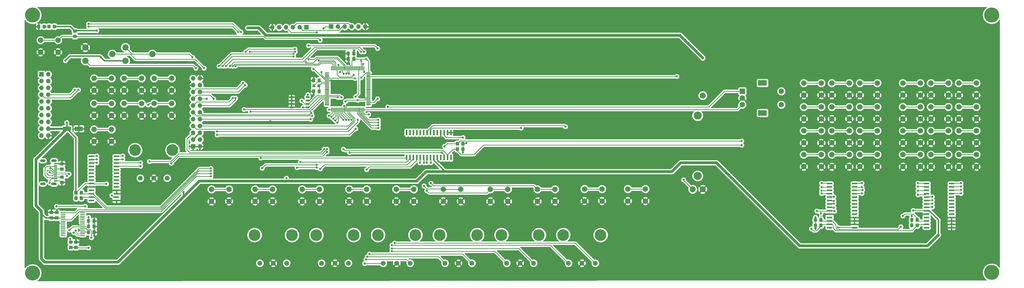
<source format=gbr>
%TF.GenerationSoftware,KiCad,Pcbnew,(5.1.10)-1*%
%TF.CreationDate,2021-10-29T17:57:07+02:00*%
%TF.ProjectId,xfm2-ui-board,78666d32-2d75-4692-9d62-6f6172642e6b,rev?*%
%TF.SameCoordinates,Original*%
%TF.FileFunction,Copper,L1,Top*%
%TF.FilePolarity,Positive*%
%FSLAX46Y46*%
G04 Gerber Fmt 4.6, Leading zero omitted, Abs format (unit mm)*
G04 Created by KiCad (PCBNEW (5.1.10)-1) date 2021-10-29 17:57:07*
%MOMM*%
%LPD*%
G01*
G04 APERTURE LIST*
%TA.AperFunction,ConnectorPad*%
%ADD10C,5.600000*%
%TD*%
%TA.AperFunction,ComponentPad*%
%ADD11C,3.600000*%
%TD*%
%TA.AperFunction,ComponentPad*%
%ADD12R,1.700000X1.700000*%
%TD*%
%TA.AperFunction,ComponentPad*%
%ADD13O,1.700000X1.700000*%
%TD*%
%TA.AperFunction,ComponentPad*%
%ADD14C,2.000000*%
%TD*%
%TA.AperFunction,SMDPad,CuDef*%
%ADD15R,1.350000X0.700000*%
%TD*%
%TA.AperFunction,ComponentPad*%
%ADD16O,2.000000X1.000000*%
%TD*%
%TA.AperFunction,ComponentPad*%
%ADD17O,2.100000X1.050000*%
%TD*%
%TA.AperFunction,SMDPad,CuDef*%
%ADD18R,1.150000X0.600000*%
%TD*%
%TA.AperFunction,SMDPad,CuDef*%
%ADD19R,1.150000X0.300000*%
%TD*%
%TA.AperFunction,ComponentPad*%
%ADD20C,4.350000*%
%TD*%
%TA.AperFunction,ComponentPad*%
%ADD21C,1.800000*%
%TD*%
%TA.AperFunction,SMDPad,CuDef*%
%ADD22R,1.050000X1.100000*%
%TD*%
%TA.AperFunction,ComponentPad*%
%ADD23C,2.340000*%
%TD*%
%TA.AperFunction,ComponentPad*%
%ADD24C,2.250000*%
%TD*%
%TA.AperFunction,ComponentPad*%
%ADD25C,3.000000*%
%TD*%
%TA.AperFunction,ComponentPad*%
%ADD26R,2.000000X2.000000*%
%TD*%
%TA.AperFunction,ComponentPad*%
%ADD27R,3.200000X2.000000*%
%TD*%
%TA.AperFunction,SMDPad,CuDef*%
%ADD28R,1.750000X0.450000*%
%TD*%
%TA.AperFunction,SMDPad,CuDef*%
%ADD29R,0.300000X1.500000*%
%TD*%
%TA.AperFunction,SMDPad,CuDef*%
%ADD30R,1.500000X0.300000*%
%TD*%
%TA.AperFunction,ViaPad*%
%ADD31C,0.800000*%
%TD*%
%TA.AperFunction,Conductor*%
%ADD32C,0.250000*%
%TD*%
%TA.AperFunction,Conductor*%
%ADD33C,0.750000*%
%TD*%
%TA.AperFunction,Conductor*%
%ADD34C,1.000000*%
%TD*%
%TA.AperFunction,Conductor*%
%ADD35C,0.500000*%
%TD*%
%TA.AperFunction,Conductor*%
%ADD36C,0.200000*%
%TD*%
%TA.AperFunction,Conductor*%
%ADD37C,0.254000*%
%TD*%
%TA.AperFunction,Conductor*%
%ADD38C,0.100000*%
%TD*%
G04 APERTURE END LIST*
D10*
%TO.P,REF\u002A\u002A,1*%
%TO.N,N/C*%
X11176000Y-133604000D03*
D11*
X11176000Y-133604000D03*
%TD*%
D10*
%TO.P,REF\u002A\u002A,1*%
%TO.N,N/C*%
X367792000Y-37338000D03*
D11*
X367792000Y-37338000D03*
%TD*%
D10*
%TO.P,REF\u002A\u002A,1*%
%TO.N,N/C*%
X367792000Y-133350000D03*
D11*
X367792000Y-133350000D03*
%TD*%
D10*
%TO.P,REF\u002A\u002A,1*%
%TO.N,N/C*%
X11176000Y-37338000D03*
D11*
X11176000Y-37338000D03*
%TD*%
D12*
%TO.P,J5,1*%
%TO.N,/D22*%
X113030000Y-41910000D03*
D13*
%TO.P,J5,2*%
%TO.N,/SCK_D52*%
X110490000Y-41910000D03*
%TO.P,J5,3*%
%TO.N,/MOSI_D51*%
X107950000Y-41910000D03*
%TO.P,J5,4*%
%TO.N,/MISO_D50*%
X105410000Y-41910000D03*
%TO.P,J5,5*%
%TO.N,+5V*%
X102870000Y-41910000D03*
%TO.P,J5,6*%
%TO.N,GND*%
X100330000Y-41910000D03*
%TD*%
%TO.P,C1,2*%
%TO.N,GND*%
%TA.AperFunction,SMDPad,CuDef*%
G36*
G01*
X116263000Y-61247000D02*
X116263000Y-62197000D01*
G75*
G02*
X116013000Y-62447000I-250000J0D01*
G01*
X115338000Y-62447000D01*
G75*
G02*
X115088000Y-62197000I0J250000D01*
G01*
X115088000Y-61247000D01*
G75*
G02*
X115338000Y-60997000I250000J0D01*
G01*
X116013000Y-60997000D01*
G75*
G02*
X116263000Y-61247000I0J-250000D01*
G01*
G37*
%TD.AperFunction*%
%TO.P,C1,1*%
%TO.N,Net-(C1-Pad1)*%
%TA.AperFunction,SMDPad,CuDef*%
G36*
G01*
X118338000Y-61247000D02*
X118338000Y-62197000D01*
G75*
G02*
X118088000Y-62447000I-250000J0D01*
G01*
X117413000Y-62447000D01*
G75*
G02*
X117163000Y-62197000I0J250000D01*
G01*
X117163000Y-61247000D01*
G75*
G02*
X117413000Y-60997000I250000J0D01*
G01*
X118088000Y-60997000D01*
G75*
G02*
X118338000Y-61247000I0J-250000D01*
G01*
G37*
%TD.AperFunction*%
%TD*%
D14*
%TO.P,SW3,1*%
%TO.N,/FK_F6*%
X187904378Y-102362000D03*
%TO.P,SW3,2*%
%TO.N,GND*%
X187904378Y-106862000D03*
%TO.P,SW3,1*%
%TO.N,/FK_F6*%
X181404378Y-102362000D03*
%TO.P,SW3,2*%
%TO.N,GND*%
X181404378Y-106862000D03*
%TD*%
%TO.P,C9,1*%
%TO.N,GND*%
%TA.AperFunction,SMDPad,CuDef*%
G36*
G01*
X34645000Y-115730000D02*
X34645000Y-116680000D01*
G75*
G02*
X34395000Y-116930000I-250000J0D01*
G01*
X33720000Y-116930000D01*
G75*
G02*
X33470000Y-116680000I0J250000D01*
G01*
X33470000Y-115730000D01*
G75*
G02*
X33720000Y-115480000I250000J0D01*
G01*
X34395000Y-115480000D01*
G75*
G02*
X34645000Y-115730000I0J-250000D01*
G01*
G37*
%TD.AperFunction*%
%TO.P,C9,2*%
%TO.N,/VBUS*%
%TA.AperFunction,SMDPad,CuDef*%
G36*
G01*
X32570000Y-115730000D02*
X32570000Y-116680000D01*
G75*
G02*
X32320000Y-116930000I-250000J0D01*
G01*
X31645000Y-116930000D01*
G75*
G02*
X31395000Y-116680000I0J250000D01*
G01*
X31395000Y-115730000D01*
G75*
G02*
X31645000Y-115480000I250000J0D01*
G01*
X32320000Y-115480000D01*
G75*
G02*
X32570000Y-115730000I0J-250000D01*
G01*
G37*
%TD.AperFunction*%
%TD*%
%TO.P,SW10,2*%
%TO.N,GND*%
X198906187Y-106862000D03*
%TO.P,SW10,1*%
%TO.N,/FK_F7*%
X198906187Y-102362000D03*
%TO.P,SW10,2*%
%TO.N,GND*%
X205406187Y-106862000D03*
%TO.P,SW10,1*%
%TO.N,/FK_F7*%
X205406187Y-102362000D03*
%TD*%
%TO.P,SW1,2*%
%TO.N,GND*%
X14160500Y-51236000D03*
%TO.P,SW1,1*%
%TO.N,/RESET*%
X14160500Y-46736000D03*
%TO.P,SW1,2*%
%TO.N,GND*%
X20660500Y-51236000D03*
%TO.P,SW1,1*%
%TO.N,/RESET*%
X20660500Y-46736000D03*
%TD*%
%TO.P,R11,2*%
%TO.N,GND*%
%TA.AperFunction,SMDPad,CuDef*%
G36*
G01*
X21647999Y-99206000D02*
X22548001Y-99206000D01*
G75*
G02*
X22798000Y-99455999I0J-249999D01*
G01*
X22798000Y-100156001D01*
G75*
G02*
X22548001Y-100406000I-249999J0D01*
G01*
X21647999Y-100406000D01*
G75*
G02*
X21398000Y-100156001I0J249999D01*
G01*
X21398000Y-99455999D01*
G75*
G02*
X21647999Y-99206000I249999J0D01*
G01*
G37*
%TD.AperFunction*%
%TO.P,R11,1*%
%TO.N,Net-(J4-PadB5)*%
%TA.AperFunction,SMDPad,CuDef*%
G36*
G01*
X21647999Y-97206000D02*
X22548001Y-97206000D01*
G75*
G02*
X22798000Y-97455999I0J-249999D01*
G01*
X22798000Y-98156001D01*
G75*
G02*
X22548001Y-98406000I-249999J0D01*
G01*
X21647999Y-98406000D01*
G75*
G02*
X21398000Y-98156001I0J249999D01*
G01*
X21398000Y-97455999D01*
G75*
G02*
X21647999Y-97206000I249999J0D01*
G01*
G37*
%TD.AperFunction*%
%TD*%
%TO.P,R7,1*%
%TO.N,/SCL_D21*%
%TA.AperFunction,SMDPad,CuDef*%
G36*
G01*
X29921000Y-103181999D02*
X29921000Y-104082001D01*
G75*
G02*
X29671001Y-104332000I-249999J0D01*
G01*
X28970999Y-104332000D01*
G75*
G02*
X28721000Y-104082001I0J249999D01*
G01*
X28721000Y-103181999D01*
G75*
G02*
X28970999Y-102932000I249999J0D01*
G01*
X29671001Y-102932000D01*
G75*
G02*
X29921000Y-103181999I0J-249999D01*
G01*
G37*
%TD.AperFunction*%
%TO.P,R7,2*%
%TO.N,+5V*%
%TA.AperFunction,SMDPad,CuDef*%
G36*
G01*
X27921000Y-103181999D02*
X27921000Y-104082001D01*
G75*
G02*
X27671001Y-104332000I-249999J0D01*
G01*
X26970999Y-104332000D01*
G75*
G02*
X26721000Y-104082001I0J249999D01*
G01*
X26721000Y-103181999D01*
G75*
G02*
X26970999Y-102932000I249999J0D01*
G01*
X27671001Y-102932000D01*
G75*
G02*
X27921000Y-103181999I0J-249999D01*
G01*
G37*
%TD.AperFunction*%
%TD*%
%TO.P,SW6,1*%
%TO.N,/Numpad_7*%
X341272000Y-62738000D03*
%TO.P,SW6,2*%
%TO.N,GND*%
X341272000Y-67238000D03*
%TO.P,SW6,1*%
%TO.N,/Numpad_7*%
X334772000Y-62738000D03*
%TO.P,SW6,2*%
%TO.N,GND*%
X334772000Y-67238000D03*
%TD*%
%TO.P,C6,2*%
%TO.N,+5V*%
%TA.AperFunction,SMDPad,CuDef*%
G36*
G01*
X17686000Y-112464000D02*
X18636000Y-112464000D01*
G75*
G02*
X18886000Y-112714000I0J-250000D01*
G01*
X18886000Y-113389000D01*
G75*
G02*
X18636000Y-113639000I-250000J0D01*
G01*
X17686000Y-113639000D01*
G75*
G02*
X17436000Y-113389000I0J250000D01*
G01*
X17436000Y-112714000D01*
G75*
G02*
X17686000Y-112464000I250000J0D01*
G01*
G37*
%TD.AperFunction*%
%TO.P,C6,1*%
%TO.N,GND*%
%TA.AperFunction,SMDPad,CuDef*%
G36*
G01*
X17686000Y-110389000D02*
X18636000Y-110389000D01*
G75*
G02*
X18886000Y-110639000I0J-250000D01*
G01*
X18886000Y-111314000D01*
G75*
G02*
X18636000Y-111564000I-250000J0D01*
G01*
X17686000Y-111564000D01*
G75*
G02*
X17436000Y-111314000I0J250000D01*
G01*
X17436000Y-110639000D01*
G75*
G02*
X17686000Y-110389000I250000J0D01*
G01*
G37*
%TD.AperFunction*%
%TD*%
%TO.P,C10,2*%
%TO.N,Net-(C10-Pad2)*%
%TA.AperFunction,SMDPad,CuDef*%
G36*
G01*
X32570000Y-117889000D02*
X32570000Y-118839000D01*
G75*
G02*
X32320000Y-119089000I-250000J0D01*
G01*
X31645000Y-119089000D01*
G75*
G02*
X31395000Y-118839000I0J250000D01*
G01*
X31395000Y-117889000D01*
G75*
G02*
X31645000Y-117639000I250000J0D01*
G01*
X32320000Y-117639000D01*
G75*
G02*
X32570000Y-117889000I0J-250000D01*
G01*
G37*
%TD.AperFunction*%
%TO.P,C10,1*%
%TO.N,GND*%
%TA.AperFunction,SMDPad,CuDef*%
G36*
G01*
X34645000Y-117889000D02*
X34645000Y-118839000D01*
G75*
G02*
X34395000Y-119089000I-250000J0D01*
G01*
X33720000Y-119089000D01*
G75*
G02*
X33470000Y-118839000I0J250000D01*
G01*
X33470000Y-117889000D01*
G75*
G02*
X33720000Y-117639000I250000J0D01*
G01*
X34395000Y-117639000D01*
G75*
G02*
X34645000Y-117889000I0J-250000D01*
G01*
G37*
%TD.AperFunction*%
%TD*%
D12*
%TO.P,J2,1*%
%TO.N,/MISO_D50*%
X122174000Y-41656000D03*
D13*
%TO.P,J2,2*%
%TO.N,+5V*%
X124714000Y-41656000D03*
%TO.P,J2,3*%
%TO.N,/SCK_D52*%
X127254000Y-41656000D03*
%TO.P,J2,4*%
%TO.N,/MOSI_D51*%
X129794000Y-41656000D03*
%TO.P,J2,5*%
%TO.N,/RESET*%
X132334000Y-41656000D03*
%TO.P,J2,6*%
%TO.N,GND*%
X134874000Y-41656000D03*
%TD*%
%TO.P,R5,1*%
%TO.N,/SCL_D21*%
%TA.AperFunction,SMDPad,CuDef*%
G36*
G01*
X304876000Y-113341999D02*
X304876000Y-114242001D01*
G75*
G02*
X304626001Y-114492000I-249999J0D01*
G01*
X303925999Y-114492000D01*
G75*
G02*
X303676000Y-114242001I0J249999D01*
G01*
X303676000Y-113341999D01*
G75*
G02*
X303925999Y-113092000I249999J0D01*
G01*
X304626001Y-113092000D01*
G75*
G02*
X304876000Y-113341999I0J-249999D01*
G01*
G37*
%TD.AperFunction*%
%TO.P,R5,2*%
%TO.N,+5V*%
%TA.AperFunction,SMDPad,CuDef*%
G36*
G01*
X302876000Y-113341999D02*
X302876000Y-114242001D01*
G75*
G02*
X302626001Y-114492000I-249999J0D01*
G01*
X301925999Y-114492000D01*
G75*
G02*
X301676000Y-114242001I0J249999D01*
G01*
X301676000Y-113341999D01*
G75*
G02*
X301925999Y-113092000I249999J0D01*
G01*
X302626001Y-113092000D01*
G75*
G02*
X302876000Y-113341999I0J-249999D01*
G01*
G37*
%TD.AperFunction*%
%TD*%
%TO.P,D1,1*%
%TO.N,GND*%
%TA.AperFunction,SMDPad,CuDef*%
G36*
G01*
X12905001Y-42122002D02*
X12905001Y-41222000D01*
G75*
G02*
X13155000Y-40972001I249999J0D01*
G01*
X13805002Y-40972001D01*
G75*
G02*
X14055001Y-41222000I0J-249999D01*
G01*
X14055001Y-42122002D01*
G75*
G02*
X13805002Y-42372001I-249999J0D01*
G01*
X13155000Y-42372001D01*
G75*
G02*
X12905001Y-42122002I0J249999D01*
G01*
G37*
%TD.AperFunction*%
%TO.P,D1,2*%
%TO.N,Net-(D1-Pad2)*%
%TA.AperFunction,SMDPad,CuDef*%
G36*
G01*
X14955001Y-42122002D02*
X14955001Y-41222000D01*
G75*
G02*
X15205000Y-40972001I249999J0D01*
G01*
X15855002Y-40972001D01*
G75*
G02*
X16105001Y-41222000I0J-249999D01*
G01*
X16105001Y-42122002D01*
G75*
G02*
X15855002Y-42372001I-249999J0D01*
G01*
X15205000Y-42372001D01*
G75*
G02*
X14955001Y-42122002I0J249999D01*
G01*
G37*
%TD.AperFunction*%
%TD*%
%TO.P,R9,1*%
%TO.N,Net-(R8-Pad2)*%
%TA.AperFunction,SMDPad,CuDef*%
G36*
G01*
X27755001Y-124663000D02*
X26854999Y-124663000D01*
G75*
G02*
X26605000Y-124413001I0J249999D01*
G01*
X26605000Y-123712999D01*
G75*
G02*
X26854999Y-123463000I249999J0D01*
G01*
X27755001Y-123463000D01*
G75*
G02*
X28005000Y-123712999I0J-249999D01*
G01*
X28005000Y-124413001D01*
G75*
G02*
X27755001Y-124663000I-249999J0D01*
G01*
G37*
%TD.AperFunction*%
%TO.P,R9,2*%
%TO.N,GND*%
%TA.AperFunction,SMDPad,CuDef*%
G36*
G01*
X27755001Y-122663000D02*
X26854999Y-122663000D01*
G75*
G02*
X26605000Y-122413001I0J249999D01*
G01*
X26605000Y-121712999D01*
G75*
G02*
X26854999Y-121463000I249999J0D01*
G01*
X27755001Y-121463000D01*
G75*
G02*
X28005000Y-121712999I0J-249999D01*
G01*
X28005000Y-122413001D01*
G75*
G02*
X27755001Y-122663000I-249999J0D01*
G01*
G37*
%TD.AperFunction*%
%TD*%
%TO.P,R8,2*%
%TO.N,Net-(R8-Pad2)*%
%TA.AperFunction,SMDPad,CuDef*%
G36*
G01*
X24949999Y-123463000D02*
X25850001Y-123463000D01*
G75*
G02*
X26100000Y-123712999I0J-249999D01*
G01*
X26100000Y-124413001D01*
G75*
G02*
X25850001Y-124663000I-249999J0D01*
G01*
X24949999Y-124663000D01*
G75*
G02*
X24700000Y-124413001I0J249999D01*
G01*
X24700000Y-123712999D01*
G75*
G02*
X24949999Y-123463000I249999J0D01*
G01*
G37*
%TD.AperFunction*%
%TO.P,R8,1*%
%TO.N,/VBUS*%
%TA.AperFunction,SMDPad,CuDef*%
G36*
G01*
X24949999Y-121463000D02*
X25850001Y-121463000D01*
G75*
G02*
X26100000Y-121712999I0J-249999D01*
G01*
X26100000Y-122413001D01*
G75*
G02*
X25850001Y-122663000I-249999J0D01*
G01*
X24949999Y-122663000D01*
G75*
G02*
X24700000Y-122413001I0J249999D01*
G01*
X24700000Y-121712999D01*
G75*
G02*
X24949999Y-121463000I249999J0D01*
G01*
G37*
%TD.AperFunction*%
%TD*%
D14*
%TO.P,SW9,2*%
%TO.N,GND*%
X93895333Y-106862000D03*
%TO.P,SW9,1*%
%TO.N,/FK_F1*%
X93895333Y-102362000D03*
%TO.P,SW9,2*%
%TO.N,GND*%
X100395333Y-106862000D03*
%TO.P,SW9,1*%
%TO.N,/FK_F1*%
X100395333Y-102362000D03*
%TD*%
D12*
%TO.P,J1,1*%
%TO.N,/UART_TX_3.3V*%
X14478000Y-59436000D03*
D13*
%TO.P,J1,2*%
%TO.N,/UART_RX_3.3V*%
X17018000Y-59436000D03*
%TO.P,J1,3*%
%TO.N,/MIDI_IN*%
X14478000Y-61976000D03*
%TO.P,J1,4*%
%TO.N,/MIDI_IN_INV*%
X17018000Y-61976000D03*
%TO.P,J1,5*%
%TO.N,/MIDI_OUT*%
X14478000Y-64516000D03*
%TO.P,J1,6*%
%TO.N,/MIDI_OUT_INV*%
X17018000Y-64516000D03*
%TO.P,J1,7*%
%TO.N,/RX1_D45*%
X14478000Y-67056000D03*
%TO.P,J1,8*%
%TO.N,/TX1_D46*%
X17018000Y-67056000D03*
%TO.P,J1,9*%
%TO.N,Net-(J1-Pad9)*%
X14478000Y-69596000D03*
%TO.P,J1,10*%
%TO.N,Net-(J1-Pad10)*%
X17018000Y-69596000D03*
%TO.P,J1,11*%
%TO.N,/SPDIF_OUT*%
X14478000Y-72136000D03*
%TO.P,J1,12*%
%TO.N,/I2S_MUTE*%
X17018000Y-72136000D03*
%TO.P,J1,13*%
%TO.N,/I2S_SDA*%
X14478000Y-74676000D03*
%TO.P,J1,14*%
%TO.N,/I2S_WS*%
X17018000Y-74676000D03*
%TO.P,J1,15*%
%TO.N,/I2S_SCK*%
X14478000Y-77216000D03*
%TO.P,J1,16*%
%TO.N,Net-(J1-Pad16)*%
X17018000Y-77216000D03*
%TO.P,J1,17*%
%TO.N,Net-(J1-Pad17)*%
X14478000Y-79756000D03*
%TO.P,J1,18*%
%TO.N,+5V*%
X17018000Y-79756000D03*
%TO.P,J1,19*%
%TO.N,+3V3*%
X14478000Y-82296000D03*
%TO.P,J1,20*%
%TO.N,GND*%
X17018000Y-82296000D03*
%TD*%
%TO.P,C3,2*%
%TO.N,+5V*%
%TA.AperFunction,SMDPad,CuDef*%
G36*
G01*
X130053500Y-52164000D02*
X130053500Y-51214000D01*
G75*
G02*
X130303500Y-50964000I250000J0D01*
G01*
X130978500Y-50964000D01*
G75*
G02*
X131228500Y-51214000I0J-250000D01*
G01*
X131228500Y-52164000D01*
G75*
G02*
X130978500Y-52414000I-250000J0D01*
G01*
X130303500Y-52414000D01*
G75*
G02*
X130053500Y-52164000I0J250000D01*
G01*
G37*
%TD.AperFunction*%
%TO.P,C3,1*%
%TO.N,GND*%
%TA.AperFunction,SMDPad,CuDef*%
G36*
G01*
X127978500Y-52164000D02*
X127978500Y-51214000D01*
G75*
G02*
X128228500Y-50964000I250000J0D01*
G01*
X128903500Y-50964000D01*
G75*
G02*
X129153500Y-51214000I0J-250000D01*
G01*
X129153500Y-52164000D01*
G75*
G02*
X128903500Y-52414000I-250000J0D01*
G01*
X128228500Y-52414000D01*
G75*
G02*
X127978500Y-52164000I0J250000D01*
G01*
G37*
%TD.AperFunction*%
%TD*%
%TO.P,C5,1*%
%TO.N,+5V*%
%TA.AperFunction,SMDPad,CuDef*%
G36*
G01*
X22462000Y-80306000D02*
X22462000Y-79206000D01*
G75*
G02*
X22712000Y-78956000I250000J0D01*
G01*
X25212000Y-78956000D01*
G75*
G02*
X25462000Y-79206000I0J-250000D01*
G01*
X25462000Y-80306000D01*
G75*
G02*
X25212000Y-80556000I-250000J0D01*
G01*
X22712000Y-80556000D01*
G75*
G02*
X22462000Y-80306000I0J250000D01*
G01*
G37*
%TD.AperFunction*%
%TO.P,C5,2*%
%TO.N,GND*%
%TA.AperFunction,SMDPad,CuDef*%
G36*
G01*
X26862000Y-80306000D02*
X26862000Y-79206000D01*
G75*
G02*
X27112000Y-78956000I250000J0D01*
G01*
X29612000Y-78956000D01*
G75*
G02*
X29862000Y-79206000I0J-250000D01*
G01*
X29862000Y-80306000D01*
G75*
G02*
X29612000Y-80556000I-250000J0D01*
G01*
X27112000Y-80556000D01*
G75*
G02*
X26862000Y-80306000I0J250000D01*
G01*
G37*
%TD.AperFunction*%
%TD*%
%TO.P,C7,1*%
%TO.N,+5V*%
%TA.AperFunction,SMDPad,CuDef*%
G36*
G01*
X20668000Y-113639000D02*
X19718000Y-113639000D01*
G75*
G02*
X19468000Y-113389000I0J250000D01*
G01*
X19468000Y-112714000D01*
G75*
G02*
X19718000Y-112464000I250000J0D01*
G01*
X20668000Y-112464000D01*
G75*
G02*
X20918000Y-112714000I0J-250000D01*
G01*
X20918000Y-113389000D01*
G75*
G02*
X20668000Y-113639000I-250000J0D01*
G01*
G37*
%TD.AperFunction*%
%TO.P,C7,2*%
%TO.N,GND*%
%TA.AperFunction,SMDPad,CuDef*%
G36*
G01*
X20668000Y-111564000D02*
X19718000Y-111564000D01*
G75*
G02*
X19468000Y-111314000I0J250000D01*
G01*
X19468000Y-110639000D01*
G75*
G02*
X19718000Y-110389000I250000J0D01*
G01*
X20668000Y-110389000D01*
G75*
G02*
X20918000Y-110639000I0J-250000D01*
G01*
X20918000Y-111314000D01*
G75*
G02*
X20668000Y-111564000I-250000J0D01*
G01*
G37*
%TD.AperFunction*%
%TD*%
D15*
%TO.P,IC1,1*%
%TO.N,GND*%
X107540000Y-67945000D03*
%TO.P,IC1,2*%
X107540000Y-69215000D03*
%TO.P,IC1,3*%
X107540000Y-70485000D03*
%TO.P,IC1,4*%
X107540000Y-71755000D03*
%TO.P,IC1,5*%
%TO.N,/SDA_D20*%
X113440000Y-71755000D03*
%TO.P,IC1,6*%
%TO.N,/SCL_D21*%
X113440000Y-70485000D03*
%TO.P,IC1,7*%
%TO.N,GND*%
X113440000Y-69215000D03*
%TO.P,IC1,8*%
%TO.N,+5V*%
X113440000Y-67945000D03*
%TD*%
D16*
%TO.P,J4,S2*%
%TO.N,Net-(J4-PadS2)*%
X14986000Y-91692000D03*
%TO.P,J4,S3*%
%TO.N,Net-(J4-PadS3)*%
X14986000Y-100332000D03*
D17*
%TO.P,J4,S1*%
%TO.N,Net-(J4-PadS1)*%
X19166000Y-91692000D03*
%TO.P,J4,S4*%
%TO.N,Net-(J4-PadS4)*%
X19166000Y-100332000D03*
D18*
%TO.P,J4,A1_B12*%
%TO.N,GND*%
X19741000Y-92812000D03*
%TO.P,J4,B1_A12*%
X19741000Y-99212000D03*
%TO.P,J4,A4_B9*%
%TO.N,/VBUS*%
X19741000Y-93612000D03*
%TO.P,J4,B4_A9*%
X19741000Y-98412000D03*
D19*
%TO.P,J4,A7*%
%TO.N,/D-*%
X19741000Y-96262000D03*
%TO.P,J4,A6*%
%TO.N,/D+*%
X19741000Y-95762000D03*
%TO.P,J4,B6*%
X19741000Y-96762000D03*
%TO.P,J4,A8*%
%TO.N,Net-(J4-PadA8)*%
X19741000Y-97262000D03*
%TO.P,J4,B5*%
%TO.N,Net-(J4-PadB5)*%
X19741000Y-97762000D03*
%TO.P,J4,B7*%
%TO.N,/D-*%
X19741000Y-95262000D03*
%TO.P,J4,A5*%
%TO.N,Net-(J4-PadA5)*%
X19741000Y-94762000D03*
%TO.P,J4,B8*%
%TO.N,Net-(J4-PadB8)*%
X19741000Y-94262000D03*
%TD*%
%TO.P,R3,2*%
%TO.N,+5V*%
%TA.AperFunction,SMDPad,CuDef*%
G36*
G01*
X338690000Y-113341999D02*
X338690000Y-114242001D01*
G75*
G02*
X338440001Y-114492000I-249999J0D01*
G01*
X337739999Y-114492000D01*
G75*
G02*
X337490000Y-114242001I0J249999D01*
G01*
X337490000Y-113341999D01*
G75*
G02*
X337739999Y-113092000I249999J0D01*
G01*
X338440001Y-113092000D01*
G75*
G02*
X338690000Y-113341999I0J-249999D01*
G01*
G37*
%TD.AperFunction*%
%TO.P,R3,1*%
%TO.N,/SCL_D21*%
%TA.AperFunction,SMDPad,CuDef*%
G36*
G01*
X340690000Y-113341999D02*
X340690000Y-114242001D01*
G75*
G02*
X340440001Y-114492000I-249999J0D01*
G01*
X339739999Y-114492000D01*
G75*
G02*
X339490000Y-114242001I0J249999D01*
G01*
X339490000Y-113341999D01*
G75*
G02*
X339739999Y-113092000I249999J0D01*
G01*
X340440001Y-113092000D01*
G75*
G02*
X340690000Y-113341999I0J-249999D01*
G01*
G37*
%TD.AperFunction*%
%TD*%
%TO.P,R6,2*%
%TO.N,/SDA_D20*%
%TA.AperFunction,SMDPad,CuDef*%
G36*
G01*
X28721000Y-106114001D02*
X28721000Y-105213999D01*
G75*
G02*
X28970999Y-104964000I249999J0D01*
G01*
X29671001Y-104964000D01*
G75*
G02*
X29921000Y-105213999I0J-249999D01*
G01*
X29921000Y-106114001D01*
G75*
G02*
X29671001Y-106364000I-249999J0D01*
G01*
X28970999Y-106364000D01*
G75*
G02*
X28721000Y-106114001I0J249999D01*
G01*
G37*
%TD.AperFunction*%
%TO.P,R6,1*%
%TO.N,+5V*%
%TA.AperFunction,SMDPad,CuDef*%
G36*
G01*
X26721000Y-106114001D02*
X26721000Y-105213999D01*
G75*
G02*
X26970999Y-104964000I249999J0D01*
G01*
X27671001Y-104964000D01*
G75*
G02*
X27921000Y-105213999I0J-249999D01*
G01*
X27921000Y-106114001D01*
G75*
G02*
X27671001Y-106364000I-249999J0D01*
G01*
X26970999Y-106364000D01*
G75*
G02*
X26721000Y-106114001I0J249999D01*
G01*
G37*
%TD.AperFunction*%
%TD*%
%TO.P,C4,1*%
%TO.N,GND*%
%TA.AperFunction,SMDPad,CuDef*%
G36*
G01*
X127978500Y-54196000D02*
X127978500Y-53246000D01*
G75*
G02*
X128228500Y-52996000I250000J0D01*
G01*
X128903500Y-52996000D01*
G75*
G02*
X129153500Y-53246000I0J-250000D01*
G01*
X129153500Y-54196000D01*
G75*
G02*
X128903500Y-54446000I-250000J0D01*
G01*
X128228500Y-54446000D01*
G75*
G02*
X127978500Y-54196000I0J250000D01*
G01*
G37*
%TD.AperFunction*%
%TO.P,C4,2*%
%TO.N,+5V*%
%TA.AperFunction,SMDPad,CuDef*%
G36*
G01*
X130053500Y-54196000D02*
X130053500Y-53246000D01*
G75*
G02*
X130303500Y-52996000I250000J0D01*
G01*
X130978500Y-52996000D01*
G75*
G02*
X131228500Y-53246000I0J-250000D01*
G01*
X131228500Y-54196000D01*
G75*
G02*
X130978500Y-54446000I-250000J0D01*
G01*
X130303500Y-54446000D01*
G75*
G02*
X130053500Y-54196000I0J250000D01*
G01*
G37*
%TD.AperFunction*%
%TD*%
%TO.P,R10,1*%
%TO.N,Net-(J4-PadA5)*%
%TA.AperFunction,SMDPad,CuDef*%
G36*
G01*
X22548001Y-95453000D02*
X21647999Y-95453000D01*
G75*
G02*
X21398000Y-95203001I0J249999D01*
G01*
X21398000Y-94502999D01*
G75*
G02*
X21647999Y-94253000I249999J0D01*
G01*
X22548001Y-94253000D01*
G75*
G02*
X22798000Y-94502999I0J-249999D01*
G01*
X22798000Y-95203001D01*
G75*
G02*
X22548001Y-95453000I-249999J0D01*
G01*
G37*
%TD.AperFunction*%
%TO.P,R10,2*%
%TO.N,GND*%
%TA.AperFunction,SMDPad,CuDef*%
G36*
G01*
X22548001Y-93453000D02*
X21647999Y-93453000D01*
G75*
G02*
X21398000Y-93203001I0J249999D01*
G01*
X21398000Y-92502999D01*
G75*
G02*
X21647999Y-92253000I249999J0D01*
G01*
X22548001Y-92253000D01*
G75*
G02*
X22798000Y-92502999I0J-249999D01*
G01*
X22798000Y-93203001D01*
G75*
G02*
X22548001Y-93453000I-249999J0D01*
G01*
G37*
%TD.AperFunction*%
%TD*%
%TO.P,R4,2*%
%TO.N,/SDA_D20*%
%TA.AperFunction,SMDPad,CuDef*%
G36*
G01*
X303676000Y-116274001D02*
X303676000Y-115373999D01*
G75*
G02*
X303925999Y-115124000I249999J0D01*
G01*
X304626001Y-115124000D01*
G75*
G02*
X304876000Y-115373999I0J-249999D01*
G01*
X304876000Y-116274001D01*
G75*
G02*
X304626001Y-116524000I-249999J0D01*
G01*
X303925999Y-116524000D01*
G75*
G02*
X303676000Y-116274001I0J249999D01*
G01*
G37*
%TD.AperFunction*%
%TO.P,R4,1*%
%TO.N,+5V*%
%TA.AperFunction,SMDPad,CuDef*%
G36*
G01*
X301676000Y-116274001D02*
X301676000Y-115373999D01*
G75*
G02*
X301925999Y-115124000I249999J0D01*
G01*
X302626001Y-115124000D01*
G75*
G02*
X302876000Y-115373999I0J-249999D01*
G01*
X302876000Y-116274001D01*
G75*
G02*
X302626001Y-116524000I-249999J0D01*
G01*
X301925999Y-116524000D01*
G75*
G02*
X301676000Y-116274001I0J249999D01*
G01*
G37*
%TD.AperFunction*%
%TD*%
%TO.P,C8,1*%
%TO.N,/VBUS*%
%TA.AperFunction,SMDPad,CuDef*%
G36*
G01*
X31395000Y-114648000D02*
X31395000Y-113698000D01*
G75*
G02*
X31645000Y-113448000I250000J0D01*
G01*
X32320000Y-113448000D01*
G75*
G02*
X32570000Y-113698000I0J-250000D01*
G01*
X32570000Y-114648000D01*
G75*
G02*
X32320000Y-114898000I-250000J0D01*
G01*
X31645000Y-114898000D01*
G75*
G02*
X31395000Y-114648000I0J250000D01*
G01*
G37*
%TD.AperFunction*%
%TO.P,C8,2*%
%TO.N,GND*%
%TA.AperFunction,SMDPad,CuDef*%
G36*
G01*
X33470000Y-114648000D02*
X33470000Y-113698000D01*
G75*
G02*
X33720000Y-113448000I250000J0D01*
G01*
X34395000Y-113448000D01*
G75*
G02*
X34645000Y-113698000I0J-250000D01*
G01*
X34645000Y-114648000D01*
G75*
G02*
X34395000Y-114898000I-250000J0D01*
G01*
X33720000Y-114898000D01*
G75*
G02*
X33470000Y-114648000I0J250000D01*
G01*
G37*
%TD.AperFunction*%
%TD*%
D14*
%TO.P,SW8,1*%
%TO.N,/DPad_Page_Prev*%
X304442000Y-71628000D03*
%TO.P,SW8,2*%
%TO.N,GND*%
X304442000Y-76128000D03*
%TO.P,SW8,1*%
%TO.N,/DPad_Page_Prev*%
X297942000Y-71628000D03*
%TO.P,SW8,2*%
%TO.N,GND*%
X297942000Y-76128000D03*
%TD*%
%TO.P,R12,2*%
%TO.N,+5V*%
%TA.AperFunction,SMDPad,CuDef*%
G36*
G01*
X18688000Y-42106001D02*
X18688000Y-41205999D01*
G75*
G02*
X18937999Y-40956000I249999J0D01*
G01*
X19638001Y-40956000D01*
G75*
G02*
X19888000Y-41205999I0J-249999D01*
G01*
X19888000Y-42106001D01*
G75*
G02*
X19638001Y-42356000I-249999J0D01*
G01*
X18937999Y-42356000D01*
G75*
G02*
X18688000Y-42106001I0J249999D01*
G01*
G37*
%TD.AperFunction*%
%TO.P,R12,1*%
%TO.N,Net-(D1-Pad2)*%
%TA.AperFunction,SMDPad,CuDef*%
G36*
G01*
X16688000Y-42106001D02*
X16688000Y-41205999D01*
G75*
G02*
X16937999Y-40956000I249999J0D01*
G01*
X17638001Y-40956000D01*
G75*
G02*
X17888000Y-41205999I0J-249999D01*
G01*
X17888000Y-42106001D01*
G75*
G02*
X17638001Y-42356000I-249999J0D01*
G01*
X16937999Y-42356000D01*
G75*
G02*
X16688000Y-42106001I0J249999D01*
G01*
G37*
%TD.AperFunction*%
%TD*%
%TO.P,C2,1*%
%TO.N,Net-(C2-Pad1)*%
%TA.AperFunction,SMDPad,CuDef*%
G36*
G01*
X118338000Y-65311000D02*
X118338000Y-66261000D01*
G75*
G02*
X118088000Y-66511000I-250000J0D01*
G01*
X117413000Y-66511000D01*
G75*
G02*
X117163000Y-66261000I0J250000D01*
G01*
X117163000Y-65311000D01*
G75*
G02*
X117413000Y-65061000I250000J0D01*
G01*
X118088000Y-65061000D01*
G75*
G02*
X118338000Y-65311000I0J-250000D01*
G01*
G37*
%TD.AperFunction*%
%TO.P,C2,2*%
%TO.N,GND*%
%TA.AperFunction,SMDPad,CuDef*%
G36*
G01*
X116263000Y-65311000D02*
X116263000Y-66261000D01*
G75*
G02*
X116013000Y-66511000I-250000J0D01*
G01*
X115338000Y-66511000D01*
G75*
G02*
X115088000Y-66261000I0J250000D01*
G01*
X115088000Y-65311000D01*
G75*
G02*
X115338000Y-65061000I250000J0D01*
G01*
X116013000Y-65061000D01*
G75*
G02*
X116263000Y-65311000I0J-250000D01*
G01*
G37*
%TD.AperFunction*%
%TD*%
%TO.P,SW4,1*%
%TO.N,/MD_Utility*%
X62888000Y-60960000D03*
%TO.P,SW4,2*%
%TO.N,GND*%
X62888000Y-65460000D03*
%TO.P,SW4,1*%
%TO.N,/MD_Utility*%
X56388000Y-60960000D03*
%TO.P,SW4,2*%
%TO.N,GND*%
X56388000Y-65460000D03*
%TD*%
D12*
%TO.P,J3,1*%
%TO.N,GND*%
X70866000Y-86360000D03*
D13*
%TO.P,J3,2*%
X73406000Y-86360000D03*
%TO.P,J3,3*%
%TO.N,+5V*%
X70866000Y-83820000D03*
%TO.P,J3,4*%
%TO.N,/V0*%
X73406000Y-83820000D03*
%TO.P,J3,5*%
%TO.N,/RX2_D17*%
X70866000Y-81280000D03*
%TO.P,J3,6*%
%TO.N,+5V*%
X73406000Y-81280000D03*
%TO.P,J3,7*%
%TO.N,/TX3_D14*%
X70866000Y-78740000D03*
%TO.P,J3,8*%
%TO.N,/CD*%
X73406000Y-78740000D03*
%TO.P,J3,9*%
%TO.N,/NC*%
X70866000Y-76200000D03*
%TO.P,J3,10*%
%TO.N,/TX2_D16*%
X73406000Y-76200000D03*
%TO.P,J3,11*%
%TO.N,/D8*%
X70866000Y-73660000D03*
%TO.P,J3,12*%
%TO.N,/D9*%
X73406000Y-73660000D03*
%TO.P,J3,13*%
%TO.N,/D10*%
X70866000Y-71120000D03*
%TO.P,J3,14*%
%TO.N,/D11*%
X73406000Y-71120000D03*
%TO.P,J3,15*%
%TO.N,/D4*%
X70866000Y-68580000D03*
%TO.P,J3,16*%
%TO.N,/D5*%
X73406000Y-68580000D03*
%TO.P,J3,17*%
%TO.N,/D6*%
X70866000Y-66040000D03*
%TO.P,J3,18*%
%TO.N,/D7*%
X73406000Y-66040000D03*
%TO.P,J3,19*%
%TO.N,GND*%
X70866000Y-63500000D03*
%TO.P,J3,20*%
%TO.N,/VOUT*%
X73406000Y-63500000D03*
%TO.P,J3,21*%
%TO.N,/LED_A*%
X70866000Y-60960000D03*
%TO.P,J3,22*%
%TO.N,GND*%
X73406000Y-60960000D03*
%TD*%
%TO.P,R1,1*%
%TO.N,+5V*%
%TA.AperFunction,SMDPad,CuDef*%
G36*
G01*
X26473999Y-42723000D02*
X27374001Y-42723000D01*
G75*
G02*
X27624000Y-42972999I0J-249999D01*
G01*
X27624000Y-43673001D01*
G75*
G02*
X27374001Y-43923000I-249999J0D01*
G01*
X26473999Y-43923000D01*
G75*
G02*
X26224000Y-43673001I0J249999D01*
G01*
X26224000Y-42972999D01*
G75*
G02*
X26473999Y-42723000I249999J0D01*
G01*
G37*
%TD.AperFunction*%
%TO.P,R1,2*%
%TO.N,/RESET*%
%TA.AperFunction,SMDPad,CuDef*%
G36*
G01*
X26473999Y-44723000D02*
X27374001Y-44723000D01*
G75*
G02*
X27624000Y-44972999I0J-249999D01*
G01*
X27624000Y-45673001D01*
G75*
G02*
X27374001Y-45923000I-249999J0D01*
G01*
X26473999Y-45923000D01*
G75*
G02*
X26224000Y-45673001I0J249999D01*
G01*
X26224000Y-44972999D01*
G75*
G02*
X26473999Y-44723000I249999J0D01*
G01*
G37*
%TD.AperFunction*%
%TD*%
D14*
%TO.P,SW2,1*%
%TO.N,/FK_Shift*%
X84224000Y-102362000D03*
%TO.P,SW2,2*%
%TO.N,GND*%
X84224000Y-106862000D03*
%TO.P,SW2,1*%
%TO.N,/FK_Shift*%
X77724000Y-102362000D03*
%TO.P,SW2,2*%
%TO.N,GND*%
X77724000Y-106862000D03*
%TD*%
%TO.P,R2,1*%
%TO.N,+5V*%
%TA.AperFunction,SMDPad,CuDef*%
G36*
G01*
X337490000Y-116274001D02*
X337490000Y-115373999D01*
G75*
G02*
X337739999Y-115124000I249999J0D01*
G01*
X338440001Y-115124000D01*
G75*
G02*
X338690000Y-115373999I0J-249999D01*
G01*
X338690000Y-116274001D01*
G75*
G02*
X338440001Y-116524000I-249999J0D01*
G01*
X337739999Y-116524000D01*
G75*
G02*
X337490000Y-116274001I0J249999D01*
G01*
G37*
%TD.AperFunction*%
%TO.P,R2,2*%
%TO.N,/SDA_D20*%
%TA.AperFunction,SMDPad,CuDef*%
G36*
G01*
X339490000Y-116274001D02*
X339490000Y-115373999D01*
G75*
G02*
X339739999Y-115124000I249999J0D01*
G01*
X340440001Y-115124000D01*
G75*
G02*
X340690000Y-115373999I0J-249999D01*
G01*
X340690000Y-116274001D01*
G75*
G02*
X340440001Y-116524000I-249999J0D01*
G01*
X339739999Y-116524000D01*
G75*
G02*
X339490000Y-116274001I0J249999D01*
G01*
G37*
%TD.AperFunction*%
%TD*%
%TO.P,SW7,1*%
%TO.N,/DPad_Up*%
X314856000Y-80518000D03*
%TO.P,SW7,2*%
%TO.N,GND*%
X314856000Y-85018000D03*
%TO.P,SW7,1*%
%TO.N,/DPad_Up*%
X308356000Y-80518000D03*
%TO.P,SW7,2*%
%TO.N,GND*%
X308356000Y-85018000D03*
%TD*%
%TO.P,SW5,1*%
%TO.N,/Numpad_1*%
X341272000Y-80518000D03*
%TO.P,SW5,2*%
%TO.N,GND*%
X341272000Y-85018000D03*
%TO.P,SW5,1*%
%TO.N,/Numpad_1*%
X334772000Y-80518000D03*
%TO.P,SW5,2*%
%TO.N,GND*%
X334772000Y-85018000D03*
%TD*%
%TO.P,SW11,2*%
%TO.N,GND*%
X34036000Y-74858000D03*
%TO.P,SW11,1*%
%TO.N,/MD_Edit*%
X34036000Y-70358000D03*
%TO.P,SW11,2*%
%TO.N,GND*%
X40536000Y-74858000D03*
%TO.P,SW11,1*%
%TO.N,/MD_Edit*%
X40536000Y-70358000D03*
%TD*%
%TO.P,SW12,2*%
%TO.N,GND*%
X345186000Y-85018000D03*
%TO.P,SW12,1*%
%TO.N,/Numpad_2*%
X345186000Y-80518000D03*
%TO.P,SW12,2*%
%TO.N,GND*%
X351686000Y-85018000D03*
%TO.P,SW12,1*%
%TO.N,/Numpad_2*%
X351686000Y-80518000D03*
%TD*%
%TO.P,SW19,1*%
%TO.N,/Numpad_3*%
X362100000Y-80518000D03*
%TO.P,SW19,2*%
%TO.N,GND*%
X362100000Y-85018000D03*
%TO.P,SW19,1*%
%TO.N,/Numpad_3*%
X355600000Y-80518000D03*
%TO.P,SW19,2*%
%TO.N,GND*%
X355600000Y-85018000D03*
%TD*%
%TO.P,SW20,1*%
%TO.N,/Numpad_9*%
X362100000Y-62738000D03*
%TO.P,SW20,2*%
%TO.N,GND*%
X362100000Y-67238000D03*
%TO.P,SW20,1*%
%TO.N,/Numpad_9*%
X355600000Y-62738000D03*
%TO.P,SW20,2*%
%TO.N,GND*%
X355600000Y-67238000D03*
%TD*%
%TO.P,SW24,2*%
%TO.N,GND*%
X232537000Y-106735000D03*
%TO.P,SW24,1*%
%TO.N,/FK_Exit*%
X232537000Y-102235000D03*
%TO.P,SW24,2*%
%TO.N,GND*%
X239037000Y-106735000D03*
%TO.P,SW24,1*%
%TO.N,/FK_Exit*%
X239037000Y-102235000D03*
%TD*%
%TO.P,SW25,1*%
%TO.N,/MD_Memory*%
X62888000Y-70358000D03*
%TO.P,SW25,2*%
%TO.N,GND*%
X62888000Y-74858000D03*
%TO.P,SW25,1*%
%TO.N,/MD_Memory*%
X56388000Y-70358000D03*
%TO.P,SW25,2*%
%TO.N,GND*%
X56388000Y-74858000D03*
%TD*%
%TO.P,SW21,1*%
%TO.N,/DPad_Select*%
X304442000Y-62738000D03*
%TO.P,SW21,2*%
%TO.N,GND*%
X304442000Y-67238000D03*
%TO.P,SW21,1*%
%TO.N,/DPad_Select*%
X297942000Y-62738000D03*
%TO.P,SW21,2*%
%TO.N,GND*%
X297942000Y-67238000D03*
%TD*%
%TO.P,SW22,1*%
%TO.N,/DPad_Left*%
X304442000Y-89408000D03*
%TO.P,SW22,2*%
%TO.N,GND*%
X304442000Y-93908000D03*
%TO.P,SW22,1*%
%TO.N,/DPad_Left*%
X297942000Y-89408000D03*
%TO.P,SW22,2*%
%TO.N,GND*%
X297942000Y-93908000D03*
%TD*%
%TO.P,SW28,2*%
%TO.N,GND*%
X308356000Y-67238000D03*
%TO.P,SW28,1*%
%TO.N,/DPad_Element*%
X308356000Y-62738000D03*
%TO.P,SW28,2*%
%TO.N,GND*%
X314856000Y-67238000D03*
%TO.P,SW28,1*%
%TO.N,/DPad_Element*%
X314856000Y-62738000D03*
%TD*%
%TO.P,SW13,2*%
%TO.N,GND*%
X308356000Y-93908000D03*
%TO.P,SW13,1*%
%TO.N,/DPad_Down*%
X308356000Y-89408000D03*
%TO.P,SW13,2*%
%TO.N,GND*%
X314856000Y-93908000D03*
%TO.P,SW13,1*%
%TO.N,/DPad_Down*%
X314856000Y-89408000D03*
%TD*%
%TO.P,SW15,2*%
%TO.N,GND*%
X308356000Y-76128000D03*
%TO.P,SW15,1*%
%TO.N,/DPad_Page_Next*%
X308356000Y-71628000D03*
%TO.P,SW15,2*%
%TO.N,GND*%
X314856000Y-76128000D03*
%TO.P,SW15,1*%
%TO.N,/DPad_Page_Next*%
X314856000Y-71628000D03*
%TD*%
%TO.P,SW16,1*%
%TO.N,/FK_F2*%
X117897142Y-102362000D03*
%TO.P,SW16,2*%
%TO.N,GND*%
X117897142Y-106862000D03*
%TO.P,SW16,1*%
%TO.N,/FK_F2*%
X111397142Y-102362000D03*
%TO.P,SW16,2*%
%TO.N,GND*%
X111397142Y-106862000D03*
%TD*%
%TO.P,SW30,2*%
%TO.N,GND*%
X318770000Y-93908000D03*
%TO.P,SW30,1*%
%TO.N,/DPad_Right*%
X318770000Y-89408000D03*
%TO.P,SW30,2*%
%TO.N,GND*%
X325270000Y-93908000D03*
%TO.P,SW30,1*%
%TO.N,/DPad_Right*%
X325270000Y-89408000D03*
%TD*%
%TO.P,SW14,2*%
%TO.N,GND*%
X345186000Y-67238000D03*
%TO.P,SW14,1*%
%TO.N,/Numpad_8*%
X345186000Y-62738000D03*
%TO.P,SW14,2*%
%TO.N,GND*%
X351686000Y-67238000D03*
%TO.P,SW14,1*%
%TO.N,/Numpad_8*%
X351686000Y-62738000D03*
%TD*%
%TO.P,SW32,2*%
%TO.N,GND*%
X345186000Y-93908000D03*
%TO.P,SW32,1*%
%TO.N,/Numpad_Sign*%
X345186000Y-89408000D03*
%TO.P,SW32,2*%
%TO.N,GND*%
X351686000Y-93908000D03*
%TO.P,SW32,1*%
%TO.N,/Numpad_Sign*%
X351686000Y-89408000D03*
%TD*%
%TO.P,SW23,1*%
%TO.N,/FK_F3*%
X135398951Y-102362000D03*
%TO.P,SW23,2*%
%TO.N,GND*%
X135398951Y-106862000D03*
%TO.P,SW23,1*%
%TO.N,/FK_F3*%
X128898951Y-102362000D03*
%TO.P,SW23,2*%
%TO.N,GND*%
X128898951Y-106862000D03*
%TD*%
%TO.P,SW18,2*%
%TO.N,GND*%
X45212000Y-74858000D03*
%TO.P,SW18,1*%
%TO.N,/MD_Copy*%
X45212000Y-70358000D03*
%TO.P,SW18,2*%
%TO.N,GND*%
X51712000Y-74858000D03*
%TO.P,SW18,1*%
%TO.N,/MD_Copy*%
X51712000Y-70358000D03*
%TD*%
%TO.P,SW26,2*%
%TO.N,GND*%
X334772000Y-93908000D03*
%TO.P,SW26,1*%
%TO.N,/Numpad_0*%
X334772000Y-89408000D03*
%TO.P,SW26,2*%
%TO.N,GND*%
X341272000Y-93908000D03*
%TO.P,SW26,1*%
%TO.N,/Numpad_0*%
X341272000Y-89408000D03*
%TD*%
%TO.P,SW34,1*%
%TO.N,/Numpad_5*%
X351686000Y-71628000D03*
%TO.P,SW34,2*%
%TO.N,GND*%
X351686000Y-76128000D03*
%TO.P,SW34,1*%
%TO.N,/Numpad_5*%
X345186000Y-71628000D03*
%TO.P,SW34,2*%
%TO.N,GND*%
X345186000Y-76128000D03*
%TD*%
%TO.P,SW27,2*%
%TO.N,GND*%
X334772000Y-76128000D03*
%TO.P,SW27,1*%
%TO.N,/Numpad_4*%
X334772000Y-71628000D03*
%TO.P,SW27,2*%
%TO.N,GND*%
X341272000Y-76128000D03*
%TO.P,SW27,1*%
%TO.N,/Numpad_4*%
X341272000Y-71628000D03*
%TD*%
%TO.P,SW29,1*%
%TO.N,/FK_F4*%
X152900760Y-102362000D03*
%TO.P,SW29,2*%
%TO.N,GND*%
X152900760Y-106862000D03*
%TO.P,SW29,1*%
%TO.N,/FK_F4*%
X146400760Y-102362000D03*
%TO.P,SW29,2*%
%TO.N,GND*%
X146400760Y-106862000D03*
%TD*%
%TO.P,SW31,2*%
%TO.N,GND*%
X34036000Y-84510000D03*
%TO.P,SW31,1*%
%TO.N,/MD_EF_Bypass*%
X34036000Y-80010000D03*
%TO.P,SW31,2*%
%TO.N,GND*%
X40536000Y-84510000D03*
%TO.P,SW31,1*%
%TO.N,/MD_EF_Bypass*%
X40536000Y-80010000D03*
%TD*%
%TO.P,SW35,1*%
%TO.N,/DPad_No*%
X304442000Y-80518000D03*
%TO.P,SW35,2*%
%TO.N,GND*%
X304442000Y-85018000D03*
%TO.P,SW35,1*%
%TO.N,/DPad_No*%
X297942000Y-80518000D03*
%TO.P,SW35,2*%
%TO.N,GND*%
X297942000Y-85018000D03*
%TD*%
%TO.P,SW33,2*%
%TO.N,GND*%
X163902569Y-106862000D03*
%TO.P,SW33,1*%
%TO.N,/FK_F5*%
X163902569Y-102362000D03*
%TO.P,SW33,2*%
%TO.N,GND*%
X170402569Y-106862000D03*
%TO.P,SW33,1*%
%TO.N,/FK_F5*%
X170402569Y-102362000D03*
%TD*%
%TO.P,SW17,1*%
%TO.N,/FK_F8*%
X222908000Y-102235000D03*
%TO.P,SW17,2*%
%TO.N,GND*%
X222908000Y-106735000D03*
%TO.P,SW17,1*%
%TO.N,/FK_F8*%
X216408000Y-102235000D03*
%TO.P,SW17,2*%
%TO.N,GND*%
X216408000Y-106735000D03*
%TD*%
%TO.P,SW48,2*%
%TO.N,GND*%
X318770000Y-76128000D03*
%TO.P,SW48,1*%
%TO.N,/DPad_Jump*%
X318770000Y-71628000D03*
%TO.P,SW48,2*%
%TO.N,GND*%
X325270000Y-76128000D03*
%TO.P,SW48,1*%
%TO.N,/DPad_Jump*%
X325270000Y-71628000D03*
%TD*%
D20*
%TO.P,SW44,MH2*%
%TO.N,Net-(SW44-PadMH2)*%
X222389000Y-119421000D03*
%TO.P,SW44,MH1*%
%TO.N,Net-(SW44-PadMH1)*%
X208489000Y-119421000D03*
D21*
%TO.P,SW44,C1*%
%TO.N,/D27*%
X220439000Y-129921000D03*
%TO.P,SW44,B1*%
%TO.N,GND*%
X215439000Y-129921000D03*
%TO.P,SW44,A1*%
%TO.N,/D28*%
X210439000Y-129921000D03*
%TD*%
D22*
%TO.P,Y1,1*%
%TO.N,Net-(C1-Pad1)*%
X115788000Y-63754000D03*
%TO.P,Y1,2*%
%TO.N,Net-(C2-Pad1)*%
X117638000Y-63754000D03*
%TD*%
D23*
%TO.P,RV1,1*%
%TO.N,/VOUT*%
X30797500Y-54419500D03*
%TO.P,RV1,2*%
%TO.N,/V0*%
X40797500Y-51919500D03*
%TO.P,RV1,3*%
%TO.N,GND*%
X30797500Y-49419500D03*
%TD*%
D21*
%TO.P,SW46,A1*%
%TO.N,/D41*%
X51244500Y-98234500D03*
%TO.P,SW46,B1*%
%TO.N,GND*%
X56244500Y-98234500D03*
%TO.P,SW46,C1*%
%TO.N,/D40*%
X61244500Y-98234500D03*
D20*
%TO.P,SW46,MH1*%
%TO.N,Net-(SW46-PadMH1)*%
X49294500Y-87734500D03*
%TO.P,SW46,MH2*%
%TO.N,Net-(SW46-PadMH2)*%
X63194500Y-87734500D03*
%TD*%
D23*
%TO.P,RV2,3*%
%TO.N,/LED_A*%
X45720000Y-49419500D03*
%TO.P,RV2,2*%
X55720000Y-51919500D03*
%TO.P,RV2,1*%
%TO.N,+5V*%
X45720000Y-54419500D03*
%TD*%
D14*
%TO.P,SW50,2*%
%TO.N,GND*%
X45212000Y-65460000D03*
%TO.P,SW50,1*%
%TO.N,/MD_Multi*%
X45212000Y-60960000D03*
%TO.P,SW50,2*%
%TO.N,GND*%
X51712000Y-65460000D03*
%TO.P,SW50,1*%
%TO.N,/MD_Multi*%
X51712000Y-60960000D03*
%TD*%
D24*
%TO.P,RV3,1*%
%TO.N,GND*%
X260350000Y-102362000D03*
%TO.P,RV3,2*%
%TO.N,/A0*%
X256600000Y-102362000D03*
%TO.P,RV3,3*%
%TO.N,+5V*%
X260350000Y-67362000D03*
D25*
%TO.P,RV3,MH1*%
%TO.N,N/C*%
X258475000Y-97362000D03*
%TO.P,RV3,MH2*%
X258475000Y-74862000D03*
%TD*%
D20*
%TO.P,SW43,MH2*%
%TO.N,Net-(SW43-PadMH2)*%
X130567800Y-119421000D03*
%TO.P,SW43,MH1*%
%TO.N,Net-(SW43-PadMH1)*%
X116667800Y-119421000D03*
D21*
%TO.P,SW43,C1*%
%TO.N,/D34*%
X128617800Y-129921000D03*
%TO.P,SW43,B1*%
%TO.N,GND*%
X123617800Y-129921000D03*
%TO.P,SW43,A1*%
%TO.N,/D35*%
X118617800Y-129921000D03*
%TD*%
%TO.P,SW40,A1*%
%TO.N,/D37*%
X95662501Y-129921000D03*
%TO.P,SW40,B1*%
%TO.N,GND*%
X100662501Y-129921000D03*
%TO.P,SW40,C1*%
%TO.N,/D36*%
X105662501Y-129921000D03*
D20*
%TO.P,SW40,MH1*%
%TO.N,Net-(SW40-PadMH1)*%
X93712501Y-119421000D03*
%TO.P,SW40,MH2*%
%TO.N,Net-(SW40-PadMH2)*%
X107612501Y-119421000D03*
%TD*%
D21*
%TO.P,SW47,A1*%
%TO.N,/D31*%
X164528398Y-129921000D03*
%TO.P,SW47,B1*%
%TO.N,GND*%
X169528398Y-129921000D03*
%TO.P,SW47,C1*%
%TO.N,/D30*%
X174528398Y-129921000D03*
D20*
%TO.P,SW47,MH1*%
%TO.N,Net-(SW47-PadMH1)*%
X162578398Y-119421000D03*
%TO.P,SW47,MH2*%
%TO.N,Net-(SW47-PadMH2)*%
X176478398Y-119421000D03*
%TD*%
D14*
%TO.P,SW49,1*%
%TO.N,/MD_Voice*%
X40536000Y-60960000D03*
%TO.P,SW49,2*%
%TO.N,GND*%
X40536000Y-65460000D03*
%TO.P,SW49,1*%
%TO.N,/MD_Voice*%
X34036000Y-60960000D03*
%TO.P,SW49,2*%
%TO.N,GND*%
X34036000Y-65460000D03*
%TD*%
D26*
%TO.P,SW42,A*%
%TO.N,/D26*%
X275082000Y-65786000D03*
D14*
%TO.P,SW42,C*%
%TO.N,GND*%
X275082000Y-68286000D03*
%TO.P,SW42,B*%
%TO.N,/D25*%
X275082000Y-70786000D03*
D27*
%TO.P,SW42,MP*%
%TO.N,N/C*%
X282582000Y-62686000D03*
X282582000Y-73886000D03*
D14*
%TO.P,SW42,S2*%
%TO.N,Net-(SW42-PadS2)*%
X289582000Y-65786000D03*
%TO.P,SW42,S1*%
%TO.N,Net-(SW42-PadS1)*%
X289582000Y-70786000D03*
%TD*%
D21*
%TO.P,SW41,A1*%
%TO.N,/D39*%
X187483697Y-129921000D03*
%TO.P,SW41,B1*%
%TO.N,GND*%
X192483697Y-129921000D03*
%TO.P,SW41,C1*%
%TO.N,/D29*%
X197483697Y-129921000D03*
D20*
%TO.P,SW41,MH1*%
%TO.N,Net-(SW41-PadMH1)*%
X185533697Y-119421000D03*
%TO.P,SW41,MH2*%
%TO.N,Net-(SW41-PadMH2)*%
X199433697Y-119421000D03*
%TD*%
%TO.P,SW45,MH2*%
%TO.N,Net-(SW45-PadMH2)*%
X153523099Y-119421000D03*
%TO.P,SW45,MH1*%
%TO.N,Net-(SW45-PadMH1)*%
X139623099Y-119421000D03*
D21*
%TO.P,SW45,C1*%
%TO.N,/D32*%
X151573099Y-129921000D03*
%TO.P,SW45,B1*%
%TO.N,GND*%
X146573099Y-129921000D03*
%TO.P,SW45,A1*%
%TO.N,/D33*%
X141573099Y-129921000D03*
%TD*%
D14*
%TO.P,SW39,2*%
%TO.N,GND*%
X318770000Y-85018000D03*
%TO.P,SW39,1*%
%TO.N,/DPad_Yes*%
X318770000Y-80518000D03*
%TO.P,SW39,2*%
%TO.N,GND*%
X325270000Y-85018000D03*
%TO.P,SW39,1*%
%TO.N,/DPad_Yes*%
X325270000Y-80518000D03*
%TD*%
D28*
%TO.P,U5,1*%
%TO.N,/AVR_TX*%
X22562000Y-111091000D03*
%TO.P,U5,2*%
%TO.N,Net-(U5-Pad2)*%
X22562000Y-111741000D03*
%TO.P,U5,3*%
%TO.N,Net-(U5-Pad3)*%
X22562000Y-112391000D03*
%TO.P,U5,4*%
%TO.N,+5V*%
X22562000Y-113041000D03*
%TO.P,U5,5*%
%TO.N,/AVR_RX*%
X22562000Y-113691000D03*
%TO.P,U5,6*%
%TO.N,Net-(U5-Pad6)*%
X22562000Y-114341000D03*
%TO.P,U5,7*%
%TO.N,GND*%
X22562000Y-114991000D03*
%TO.P,U5,8*%
%TO.N,Net-(U5-Pad8)*%
X22562000Y-115641000D03*
%TO.P,U5,9*%
%TO.N,Net-(U5-Pad9)*%
X22562000Y-116291000D03*
%TO.P,U5,10*%
%TO.N,Net-(U5-Pad10)*%
X22562000Y-116941000D03*
%TO.P,U5,11*%
%TO.N,Net-(U5-Pad11)*%
X22562000Y-117591000D03*
%TO.P,U5,12*%
%TO.N,Net-(U5-Pad12)*%
X22562000Y-118241000D03*
%TO.P,U5,13*%
%TO.N,Net-(U5-Pad13)*%
X22562000Y-118891000D03*
%TO.P,U5,14*%
%TO.N,Net-(U5-Pad14)*%
X22562000Y-119541000D03*
%TO.P,U5,15*%
%TO.N,/D+*%
X29762000Y-119541000D03*
%TO.P,U5,16*%
%TO.N,/D-*%
X29762000Y-118891000D03*
%TO.P,U5,17*%
%TO.N,Net-(C10-Pad2)*%
X29762000Y-118241000D03*
%TO.P,U5,18*%
%TO.N,GND*%
X29762000Y-117591000D03*
%TO.P,U5,19*%
%TO.N,Net-(R8-Pad2)*%
X29762000Y-116941000D03*
%TO.P,U5,20*%
%TO.N,/VBUS*%
X29762000Y-116291000D03*
%TO.P,U5,21*%
%TO.N,GND*%
X29762000Y-115641000D03*
%TO.P,U5,22*%
%TO.N,Net-(U5-Pad22)*%
X29762000Y-114991000D03*
%TO.P,U5,23*%
%TO.N,Net-(U5-Pad23)*%
X29762000Y-114341000D03*
%TO.P,U5,24*%
%TO.N,Net-(U5-Pad24)*%
X29762000Y-113691000D03*
%TO.P,U5,25*%
%TO.N,Net-(U5-Pad25)*%
X29762000Y-113041000D03*
%TO.P,U5,26*%
%TO.N,Net-(U5-Pad26)*%
X29762000Y-112391000D03*
%TO.P,U5,27*%
%TO.N,Net-(U5-Pad27)*%
X29762000Y-111741000D03*
%TO.P,U5,28*%
%TO.N,Net-(U5-Pad28)*%
X29762000Y-111091000D03*
%TD*%
D14*
%TO.P,SW38,2*%
%TO.N,GND*%
X355600000Y-93908000D03*
%TO.P,SW38,1*%
%TO.N,/Numpad_Enter*%
X355600000Y-89408000D03*
%TO.P,SW38,2*%
%TO.N,GND*%
X362100000Y-93908000D03*
%TO.P,SW38,1*%
%TO.N,/Numpad_Enter*%
X362100000Y-89408000D03*
%TD*%
%TO.P,U2,1*%
%TO.N,/Numpad_0*%
%TA.AperFunction,SMDPad,CuDef*%
G36*
G01*
X342559000Y-100353000D02*
X342559000Y-100053000D01*
G75*
G02*
X342709000Y-99903000I150000J0D01*
G01*
X344459000Y-99903000D01*
G75*
G02*
X344609000Y-100053000I0J-150000D01*
G01*
X344609000Y-100353000D01*
G75*
G02*
X344459000Y-100503000I-150000J0D01*
G01*
X342709000Y-100503000D01*
G75*
G02*
X342559000Y-100353000I0J150000D01*
G01*
G37*
%TD.AperFunction*%
%TO.P,U2,2*%
%TO.N,/Numpad_1*%
%TA.AperFunction,SMDPad,CuDef*%
G36*
G01*
X342559000Y-101623000D02*
X342559000Y-101323000D01*
G75*
G02*
X342709000Y-101173000I150000J0D01*
G01*
X344459000Y-101173000D01*
G75*
G02*
X344609000Y-101323000I0J-150000D01*
G01*
X344609000Y-101623000D01*
G75*
G02*
X344459000Y-101773000I-150000J0D01*
G01*
X342709000Y-101773000D01*
G75*
G02*
X342559000Y-101623000I0J150000D01*
G01*
G37*
%TD.AperFunction*%
%TO.P,U2,3*%
%TO.N,/Numpad_4*%
%TA.AperFunction,SMDPad,CuDef*%
G36*
G01*
X342559000Y-102893000D02*
X342559000Y-102593000D01*
G75*
G02*
X342709000Y-102443000I150000J0D01*
G01*
X344459000Y-102443000D01*
G75*
G02*
X344609000Y-102593000I0J-150000D01*
G01*
X344609000Y-102893000D01*
G75*
G02*
X344459000Y-103043000I-150000J0D01*
G01*
X342709000Y-103043000D01*
G75*
G02*
X342559000Y-102893000I0J150000D01*
G01*
G37*
%TD.AperFunction*%
%TO.P,U2,4*%
%TO.N,/Numpad_7*%
%TA.AperFunction,SMDPad,CuDef*%
G36*
G01*
X342559000Y-104163000D02*
X342559000Y-103863000D01*
G75*
G02*
X342709000Y-103713000I150000J0D01*
G01*
X344459000Y-103713000D01*
G75*
G02*
X344609000Y-103863000I0J-150000D01*
G01*
X344609000Y-104163000D01*
G75*
G02*
X344459000Y-104313000I-150000J0D01*
G01*
X342709000Y-104313000D01*
G75*
G02*
X342559000Y-104163000I0J150000D01*
G01*
G37*
%TD.AperFunction*%
%TO.P,U2,5*%
%TO.N,/Numpad_Sign*%
%TA.AperFunction,SMDPad,CuDef*%
G36*
G01*
X342559000Y-105433000D02*
X342559000Y-105133000D01*
G75*
G02*
X342709000Y-104983000I150000J0D01*
G01*
X344459000Y-104983000D01*
G75*
G02*
X344609000Y-105133000I0J-150000D01*
G01*
X344609000Y-105433000D01*
G75*
G02*
X344459000Y-105583000I-150000J0D01*
G01*
X342709000Y-105583000D01*
G75*
G02*
X342559000Y-105433000I0J150000D01*
G01*
G37*
%TD.AperFunction*%
%TO.P,U2,6*%
%TO.N,/Numpad_2*%
%TA.AperFunction,SMDPad,CuDef*%
G36*
G01*
X342559000Y-106703000D02*
X342559000Y-106403000D01*
G75*
G02*
X342709000Y-106253000I150000J0D01*
G01*
X344459000Y-106253000D01*
G75*
G02*
X344609000Y-106403000I0J-150000D01*
G01*
X344609000Y-106703000D01*
G75*
G02*
X344459000Y-106853000I-150000J0D01*
G01*
X342709000Y-106853000D01*
G75*
G02*
X342559000Y-106703000I0J150000D01*
G01*
G37*
%TD.AperFunction*%
%TO.P,U2,7*%
%TO.N,/Numpad_5*%
%TA.AperFunction,SMDPad,CuDef*%
G36*
G01*
X342559000Y-107973000D02*
X342559000Y-107673000D01*
G75*
G02*
X342709000Y-107523000I150000J0D01*
G01*
X344459000Y-107523000D01*
G75*
G02*
X344609000Y-107673000I0J-150000D01*
G01*
X344609000Y-107973000D01*
G75*
G02*
X344459000Y-108123000I-150000J0D01*
G01*
X342709000Y-108123000D01*
G75*
G02*
X342559000Y-107973000I0J150000D01*
G01*
G37*
%TD.AperFunction*%
%TO.P,U2,8*%
%TO.N,/Numpad_8*%
%TA.AperFunction,SMDPad,CuDef*%
G36*
G01*
X342559000Y-109243000D02*
X342559000Y-108943000D01*
G75*
G02*
X342709000Y-108793000I150000J0D01*
G01*
X344459000Y-108793000D01*
G75*
G02*
X344609000Y-108943000I0J-150000D01*
G01*
X344609000Y-109243000D01*
G75*
G02*
X344459000Y-109393000I-150000J0D01*
G01*
X342709000Y-109393000D01*
G75*
G02*
X342559000Y-109243000I0J150000D01*
G01*
G37*
%TD.AperFunction*%
%TO.P,U2,9*%
%TO.N,+5V*%
%TA.AperFunction,SMDPad,CuDef*%
G36*
G01*
X342559000Y-110513000D02*
X342559000Y-110213000D01*
G75*
G02*
X342709000Y-110063000I150000J0D01*
G01*
X344459000Y-110063000D01*
G75*
G02*
X344609000Y-110213000I0J-150000D01*
G01*
X344609000Y-110513000D01*
G75*
G02*
X344459000Y-110663000I-150000J0D01*
G01*
X342709000Y-110663000D01*
G75*
G02*
X342559000Y-110513000I0J150000D01*
G01*
G37*
%TD.AperFunction*%
%TO.P,U2,10*%
%TO.N,GND*%
%TA.AperFunction,SMDPad,CuDef*%
G36*
G01*
X342559000Y-111783000D02*
X342559000Y-111483000D01*
G75*
G02*
X342709000Y-111333000I150000J0D01*
G01*
X344459000Y-111333000D01*
G75*
G02*
X344609000Y-111483000I0J-150000D01*
G01*
X344609000Y-111783000D01*
G75*
G02*
X344459000Y-111933000I-150000J0D01*
G01*
X342709000Y-111933000D01*
G75*
G02*
X342559000Y-111783000I0J150000D01*
G01*
G37*
%TD.AperFunction*%
%TO.P,U2,11*%
%TO.N,Net-(U2-Pad11)*%
%TA.AperFunction,SMDPad,CuDef*%
G36*
G01*
X342559000Y-113053000D02*
X342559000Y-112753000D01*
G75*
G02*
X342709000Y-112603000I150000J0D01*
G01*
X344459000Y-112603000D01*
G75*
G02*
X344609000Y-112753000I0J-150000D01*
G01*
X344609000Y-113053000D01*
G75*
G02*
X344459000Y-113203000I-150000J0D01*
G01*
X342709000Y-113203000D01*
G75*
G02*
X342559000Y-113053000I0J150000D01*
G01*
G37*
%TD.AperFunction*%
%TO.P,U2,12*%
%TO.N,/SCL_D21*%
%TA.AperFunction,SMDPad,CuDef*%
G36*
G01*
X342559000Y-114323000D02*
X342559000Y-114023000D01*
G75*
G02*
X342709000Y-113873000I150000J0D01*
G01*
X344459000Y-113873000D01*
G75*
G02*
X344609000Y-114023000I0J-150000D01*
G01*
X344609000Y-114323000D01*
G75*
G02*
X344459000Y-114473000I-150000J0D01*
G01*
X342709000Y-114473000D01*
G75*
G02*
X342559000Y-114323000I0J150000D01*
G01*
G37*
%TD.AperFunction*%
%TO.P,U2,13*%
%TO.N,/SDA_D20*%
%TA.AperFunction,SMDPad,CuDef*%
G36*
G01*
X342559000Y-115593000D02*
X342559000Y-115293000D01*
G75*
G02*
X342709000Y-115143000I150000J0D01*
G01*
X344459000Y-115143000D01*
G75*
G02*
X344609000Y-115293000I0J-150000D01*
G01*
X344609000Y-115593000D01*
G75*
G02*
X344459000Y-115743000I-150000J0D01*
G01*
X342709000Y-115743000D01*
G75*
G02*
X342559000Y-115593000I0J150000D01*
G01*
G37*
%TD.AperFunction*%
%TO.P,U2,14*%
%TO.N,Net-(U2-Pad14)*%
%TA.AperFunction,SMDPad,CuDef*%
G36*
G01*
X342559000Y-116863000D02*
X342559000Y-116563000D01*
G75*
G02*
X342709000Y-116413000I150000J0D01*
G01*
X344459000Y-116413000D01*
G75*
G02*
X344609000Y-116563000I0J-150000D01*
G01*
X344609000Y-116863000D01*
G75*
G02*
X344459000Y-117013000I-150000J0D01*
G01*
X342709000Y-117013000D01*
G75*
G02*
X342559000Y-116863000I0J150000D01*
G01*
G37*
%TD.AperFunction*%
%TO.P,U2,15*%
%TO.N,GND*%
%TA.AperFunction,SMDPad,CuDef*%
G36*
G01*
X351859000Y-116863000D02*
X351859000Y-116563000D01*
G75*
G02*
X352009000Y-116413000I150000J0D01*
G01*
X353759000Y-116413000D01*
G75*
G02*
X353909000Y-116563000I0J-150000D01*
G01*
X353909000Y-116863000D01*
G75*
G02*
X353759000Y-117013000I-150000J0D01*
G01*
X352009000Y-117013000D01*
G75*
G02*
X351859000Y-116863000I0J150000D01*
G01*
G37*
%TD.AperFunction*%
%TO.P,U2,16*%
%TA.AperFunction,SMDPad,CuDef*%
G36*
G01*
X351859000Y-115593000D02*
X351859000Y-115293000D01*
G75*
G02*
X352009000Y-115143000I150000J0D01*
G01*
X353759000Y-115143000D01*
G75*
G02*
X353909000Y-115293000I0J-150000D01*
G01*
X353909000Y-115593000D01*
G75*
G02*
X353759000Y-115743000I-150000J0D01*
G01*
X352009000Y-115743000D01*
G75*
G02*
X351859000Y-115593000I0J150000D01*
G01*
G37*
%TD.AperFunction*%
%TO.P,U2,17*%
%TA.AperFunction,SMDPad,CuDef*%
G36*
G01*
X351859000Y-114323000D02*
X351859000Y-114023000D01*
G75*
G02*
X352009000Y-113873000I150000J0D01*
G01*
X353759000Y-113873000D01*
G75*
G02*
X353909000Y-114023000I0J-150000D01*
G01*
X353909000Y-114323000D01*
G75*
G02*
X353759000Y-114473000I-150000J0D01*
G01*
X352009000Y-114473000D01*
G75*
G02*
X351859000Y-114323000I0J150000D01*
G01*
G37*
%TD.AperFunction*%
%TO.P,U2,18*%
%TA.AperFunction,SMDPad,CuDef*%
G36*
G01*
X351859000Y-113053000D02*
X351859000Y-112753000D01*
G75*
G02*
X352009000Y-112603000I150000J0D01*
G01*
X353759000Y-112603000D01*
G75*
G02*
X353909000Y-112753000I0J-150000D01*
G01*
X353909000Y-113053000D01*
G75*
G02*
X353759000Y-113203000I-150000J0D01*
G01*
X352009000Y-113203000D01*
G75*
G02*
X351859000Y-113053000I0J150000D01*
G01*
G37*
%TD.AperFunction*%
%TO.P,U2,19*%
%TO.N,Net-(U2-Pad19)*%
%TA.AperFunction,SMDPad,CuDef*%
G36*
G01*
X351859000Y-111783000D02*
X351859000Y-111483000D01*
G75*
G02*
X352009000Y-111333000I150000J0D01*
G01*
X353759000Y-111333000D01*
G75*
G02*
X353909000Y-111483000I0J-150000D01*
G01*
X353909000Y-111783000D01*
G75*
G02*
X353759000Y-111933000I-150000J0D01*
G01*
X352009000Y-111933000D01*
G75*
G02*
X351859000Y-111783000I0J150000D01*
G01*
G37*
%TD.AperFunction*%
%TO.P,U2,20*%
%TO.N,Net-(U2-Pad20)*%
%TA.AperFunction,SMDPad,CuDef*%
G36*
G01*
X351859000Y-110513000D02*
X351859000Y-110213000D01*
G75*
G02*
X352009000Y-110063000I150000J0D01*
G01*
X353759000Y-110063000D01*
G75*
G02*
X353909000Y-110213000I0J-150000D01*
G01*
X353909000Y-110513000D01*
G75*
G02*
X353759000Y-110663000I-150000J0D01*
G01*
X352009000Y-110663000D01*
G75*
G02*
X351859000Y-110513000I0J150000D01*
G01*
G37*
%TD.AperFunction*%
%TO.P,U2,21*%
%TO.N,Net-(U2-Pad21)*%
%TA.AperFunction,SMDPad,CuDef*%
G36*
G01*
X351859000Y-109243000D02*
X351859000Y-108943000D01*
G75*
G02*
X352009000Y-108793000I150000J0D01*
G01*
X353759000Y-108793000D01*
G75*
G02*
X353909000Y-108943000I0J-150000D01*
G01*
X353909000Y-109243000D01*
G75*
G02*
X353759000Y-109393000I-150000J0D01*
G01*
X352009000Y-109393000D01*
G75*
G02*
X351859000Y-109243000I0J150000D01*
G01*
G37*
%TD.AperFunction*%
%TO.P,U2,22*%
%TO.N,Net-(U2-Pad22)*%
%TA.AperFunction,SMDPad,CuDef*%
G36*
G01*
X351859000Y-107973000D02*
X351859000Y-107673000D01*
G75*
G02*
X352009000Y-107523000I150000J0D01*
G01*
X353759000Y-107523000D01*
G75*
G02*
X353909000Y-107673000I0J-150000D01*
G01*
X353909000Y-107973000D01*
G75*
G02*
X353759000Y-108123000I-150000J0D01*
G01*
X352009000Y-108123000D01*
G75*
G02*
X351859000Y-107973000I0J150000D01*
G01*
G37*
%TD.AperFunction*%
%TO.P,U2,23*%
%TO.N,Net-(U2-Pad23)*%
%TA.AperFunction,SMDPad,CuDef*%
G36*
G01*
X351859000Y-106703000D02*
X351859000Y-106403000D01*
G75*
G02*
X352009000Y-106253000I150000J0D01*
G01*
X353759000Y-106253000D01*
G75*
G02*
X353909000Y-106403000I0J-150000D01*
G01*
X353909000Y-106703000D01*
G75*
G02*
X353759000Y-106853000I-150000J0D01*
G01*
X352009000Y-106853000D01*
G75*
G02*
X351859000Y-106703000I0J150000D01*
G01*
G37*
%TD.AperFunction*%
%TO.P,U2,24*%
%TO.N,Net-(U2-Pad24)*%
%TA.AperFunction,SMDPad,CuDef*%
G36*
G01*
X351859000Y-105433000D02*
X351859000Y-105133000D01*
G75*
G02*
X352009000Y-104983000I150000J0D01*
G01*
X353759000Y-104983000D01*
G75*
G02*
X353909000Y-105133000I0J-150000D01*
G01*
X353909000Y-105433000D01*
G75*
G02*
X353759000Y-105583000I-150000J0D01*
G01*
X352009000Y-105583000D01*
G75*
G02*
X351859000Y-105433000I0J150000D01*
G01*
G37*
%TD.AperFunction*%
%TO.P,U2,25*%
%TO.N,/Numpad_9*%
%TA.AperFunction,SMDPad,CuDef*%
G36*
G01*
X351859000Y-104163000D02*
X351859000Y-103863000D01*
G75*
G02*
X352009000Y-103713000I150000J0D01*
G01*
X353759000Y-103713000D01*
G75*
G02*
X353909000Y-103863000I0J-150000D01*
G01*
X353909000Y-104163000D01*
G75*
G02*
X353759000Y-104313000I-150000J0D01*
G01*
X352009000Y-104313000D01*
G75*
G02*
X351859000Y-104163000I0J150000D01*
G01*
G37*
%TD.AperFunction*%
%TO.P,U2,26*%
%TO.N,/Numpad_6*%
%TA.AperFunction,SMDPad,CuDef*%
G36*
G01*
X351859000Y-102893000D02*
X351859000Y-102593000D01*
G75*
G02*
X352009000Y-102443000I150000J0D01*
G01*
X353759000Y-102443000D01*
G75*
G02*
X353909000Y-102593000I0J-150000D01*
G01*
X353909000Y-102893000D01*
G75*
G02*
X353759000Y-103043000I-150000J0D01*
G01*
X352009000Y-103043000D01*
G75*
G02*
X351859000Y-102893000I0J150000D01*
G01*
G37*
%TD.AperFunction*%
%TO.P,U2,27*%
%TO.N,/Numpad_3*%
%TA.AperFunction,SMDPad,CuDef*%
G36*
G01*
X351859000Y-101623000D02*
X351859000Y-101323000D01*
G75*
G02*
X352009000Y-101173000I150000J0D01*
G01*
X353759000Y-101173000D01*
G75*
G02*
X353909000Y-101323000I0J-150000D01*
G01*
X353909000Y-101623000D01*
G75*
G02*
X353759000Y-101773000I-150000J0D01*
G01*
X352009000Y-101773000D01*
G75*
G02*
X351859000Y-101623000I0J150000D01*
G01*
G37*
%TD.AperFunction*%
%TO.P,U2,28*%
%TO.N,/Numpad_Enter*%
%TA.AperFunction,SMDPad,CuDef*%
G36*
G01*
X351859000Y-100353000D02*
X351859000Y-100053000D01*
G75*
G02*
X352009000Y-99903000I150000J0D01*
G01*
X353759000Y-99903000D01*
G75*
G02*
X353909000Y-100053000I0J-150000D01*
G01*
X353909000Y-100353000D01*
G75*
G02*
X353759000Y-100503000I-150000J0D01*
G01*
X352009000Y-100503000D01*
G75*
G02*
X351859000Y-100353000I0J150000D01*
G01*
G37*
%TD.AperFunction*%
%TD*%
%TO.P,U3,28*%
%TO.N,/DPad_Right*%
%TA.AperFunction,SMDPad,CuDef*%
G36*
G01*
X315791000Y-100353000D02*
X315791000Y-100053000D01*
G75*
G02*
X315941000Y-99903000I150000J0D01*
G01*
X317691000Y-99903000D01*
G75*
G02*
X317841000Y-100053000I0J-150000D01*
G01*
X317841000Y-100353000D01*
G75*
G02*
X317691000Y-100503000I-150000J0D01*
G01*
X315941000Y-100503000D01*
G75*
G02*
X315791000Y-100353000I0J150000D01*
G01*
G37*
%TD.AperFunction*%
%TO.P,U3,27*%
%TO.N,/DPad_Yes*%
%TA.AperFunction,SMDPad,CuDef*%
G36*
G01*
X315791000Y-101623000D02*
X315791000Y-101323000D01*
G75*
G02*
X315941000Y-101173000I150000J0D01*
G01*
X317691000Y-101173000D01*
G75*
G02*
X317841000Y-101323000I0J-150000D01*
G01*
X317841000Y-101623000D01*
G75*
G02*
X317691000Y-101773000I-150000J0D01*
G01*
X315941000Y-101773000D01*
G75*
G02*
X315791000Y-101623000I0J150000D01*
G01*
G37*
%TD.AperFunction*%
%TO.P,U3,26*%
%TO.N,/DPad_Jump*%
%TA.AperFunction,SMDPad,CuDef*%
G36*
G01*
X315791000Y-102893000D02*
X315791000Y-102593000D01*
G75*
G02*
X315941000Y-102443000I150000J0D01*
G01*
X317691000Y-102443000D01*
G75*
G02*
X317841000Y-102593000I0J-150000D01*
G01*
X317841000Y-102893000D01*
G75*
G02*
X317691000Y-103043000I-150000J0D01*
G01*
X315941000Y-103043000D01*
G75*
G02*
X315791000Y-102893000I0J150000D01*
G01*
G37*
%TD.AperFunction*%
%TO.P,U3,25*%
%TO.N,/DPad_Operator*%
%TA.AperFunction,SMDPad,CuDef*%
G36*
G01*
X315791000Y-104163000D02*
X315791000Y-103863000D01*
G75*
G02*
X315941000Y-103713000I150000J0D01*
G01*
X317691000Y-103713000D01*
G75*
G02*
X317841000Y-103863000I0J-150000D01*
G01*
X317841000Y-104163000D01*
G75*
G02*
X317691000Y-104313000I-150000J0D01*
G01*
X315941000Y-104313000D01*
G75*
G02*
X315791000Y-104163000I0J150000D01*
G01*
G37*
%TD.AperFunction*%
%TO.P,U3,24*%
%TO.N,Net-(U3-Pad24)*%
%TA.AperFunction,SMDPad,CuDef*%
G36*
G01*
X315791000Y-105433000D02*
X315791000Y-105133000D01*
G75*
G02*
X315941000Y-104983000I150000J0D01*
G01*
X317691000Y-104983000D01*
G75*
G02*
X317841000Y-105133000I0J-150000D01*
G01*
X317841000Y-105433000D01*
G75*
G02*
X317691000Y-105583000I-150000J0D01*
G01*
X315941000Y-105583000D01*
G75*
G02*
X315791000Y-105433000I0J150000D01*
G01*
G37*
%TD.AperFunction*%
%TO.P,U3,23*%
%TO.N,Net-(U3-Pad23)*%
%TA.AperFunction,SMDPad,CuDef*%
G36*
G01*
X315791000Y-106703000D02*
X315791000Y-106403000D01*
G75*
G02*
X315941000Y-106253000I150000J0D01*
G01*
X317691000Y-106253000D01*
G75*
G02*
X317841000Y-106403000I0J-150000D01*
G01*
X317841000Y-106703000D01*
G75*
G02*
X317691000Y-106853000I-150000J0D01*
G01*
X315941000Y-106853000D01*
G75*
G02*
X315791000Y-106703000I0J150000D01*
G01*
G37*
%TD.AperFunction*%
%TO.P,U3,22*%
%TO.N,Net-(U3-Pad22)*%
%TA.AperFunction,SMDPad,CuDef*%
G36*
G01*
X315791000Y-107973000D02*
X315791000Y-107673000D01*
G75*
G02*
X315941000Y-107523000I150000J0D01*
G01*
X317691000Y-107523000D01*
G75*
G02*
X317841000Y-107673000I0J-150000D01*
G01*
X317841000Y-107973000D01*
G75*
G02*
X317691000Y-108123000I-150000J0D01*
G01*
X315941000Y-108123000D01*
G75*
G02*
X315791000Y-107973000I0J150000D01*
G01*
G37*
%TD.AperFunction*%
%TO.P,U3,21*%
%TO.N,Net-(U3-Pad21)*%
%TA.AperFunction,SMDPad,CuDef*%
G36*
G01*
X315791000Y-109243000D02*
X315791000Y-108943000D01*
G75*
G02*
X315941000Y-108793000I150000J0D01*
G01*
X317691000Y-108793000D01*
G75*
G02*
X317841000Y-108943000I0J-150000D01*
G01*
X317841000Y-109243000D01*
G75*
G02*
X317691000Y-109393000I-150000J0D01*
G01*
X315941000Y-109393000D01*
G75*
G02*
X315791000Y-109243000I0J150000D01*
G01*
G37*
%TD.AperFunction*%
%TO.P,U3,20*%
%TO.N,Net-(U3-Pad20)*%
%TA.AperFunction,SMDPad,CuDef*%
G36*
G01*
X315791000Y-110513000D02*
X315791000Y-110213000D01*
G75*
G02*
X315941000Y-110063000I150000J0D01*
G01*
X317691000Y-110063000D01*
G75*
G02*
X317841000Y-110213000I0J-150000D01*
G01*
X317841000Y-110513000D01*
G75*
G02*
X317691000Y-110663000I-150000J0D01*
G01*
X315941000Y-110663000D01*
G75*
G02*
X315791000Y-110513000I0J150000D01*
G01*
G37*
%TD.AperFunction*%
%TO.P,U3,19*%
%TO.N,Net-(U3-Pad19)*%
%TA.AperFunction,SMDPad,CuDef*%
G36*
G01*
X315791000Y-111783000D02*
X315791000Y-111483000D01*
G75*
G02*
X315941000Y-111333000I150000J0D01*
G01*
X317691000Y-111333000D01*
G75*
G02*
X317841000Y-111483000I0J-150000D01*
G01*
X317841000Y-111783000D01*
G75*
G02*
X317691000Y-111933000I-150000J0D01*
G01*
X315941000Y-111933000D01*
G75*
G02*
X315791000Y-111783000I0J150000D01*
G01*
G37*
%TD.AperFunction*%
%TO.P,U3,18*%
%TO.N,GND*%
%TA.AperFunction,SMDPad,CuDef*%
G36*
G01*
X315791000Y-113053000D02*
X315791000Y-112753000D01*
G75*
G02*
X315941000Y-112603000I150000J0D01*
G01*
X317691000Y-112603000D01*
G75*
G02*
X317841000Y-112753000I0J-150000D01*
G01*
X317841000Y-113053000D01*
G75*
G02*
X317691000Y-113203000I-150000J0D01*
G01*
X315941000Y-113203000D01*
G75*
G02*
X315791000Y-113053000I0J150000D01*
G01*
G37*
%TD.AperFunction*%
%TO.P,U3,17*%
%TA.AperFunction,SMDPad,CuDef*%
G36*
G01*
X315791000Y-114323000D02*
X315791000Y-114023000D01*
G75*
G02*
X315941000Y-113873000I150000J0D01*
G01*
X317691000Y-113873000D01*
G75*
G02*
X317841000Y-114023000I0J-150000D01*
G01*
X317841000Y-114323000D01*
G75*
G02*
X317691000Y-114473000I-150000J0D01*
G01*
X315941000Y-114473000D01*
G75*
G02*
X315791000Y-114323000I0J150000D01*
G01*
G37*
%TD.AperFunction*%
%TO.P,U3,16*%
%TA.AperFunction,SMDPad,CuDef*%
G36*
G01*
X315791000Y-115593000D02*
X315791000Y-115293000D01*
G75*
G02*
X315941000Y-115143000I150000J0D01*
G01*
X317691000Y-115143000D01*
G75*
G02*
X317841000Y-115293000I0J-150000D01*
G01*
X317841000Y-115593000D01*
G75*
G02*
X317691000Y-115743000I-150000J0D01*
G01*
X315941000Y-115743000D01*
G75*
G02*
X315791000Y-115593000I0J150000D01*
G01*
G37*
%TD.AperFunction*%
%TO.P,U3,15*%
%TO.N,+5V*%
%TA.AperFunction,SMDPad,CuDef*%
G36*
G01*
X315791000Y-116863000D02*
X315791000Y-116563000D01*
G75*
G02*
X315941000Y-116413000I150000J0D01*
G01*
X317691000Y-116413000D01*
G75*
G02*
X317841000Y-116563000I0J-150000D01*
G01*
X317841000Y-116863000D01*
G75*
G02*
X317691000Y-117013000I-150000J0D01*
G01*
X315941000Y-117013000D01*
G75*
G02*
X315791000Y-116863000I0J150000D01*
G01*
G37*
%TD.AperFunction*%
%TO.P,U3,14*%
%TO.N,Net-(U3-Pad14)*%
%TA.AperFunction,SMDPad,CuDef*%
G36*
G01*
X306491000Y-116863000D02*
X306491000Y-116563000D01*
G75*
G02*
X306641000Y-116413000I150000J0D01*
G01*
X308391000Y-116413000D01*
G75*
G02*
X308541000Y-116563000I0J-150000D01*
G01*
X308541000Y-116863000D01*
G75*
G02*
X308391000Y-117013000I-150000J0D01*
G01*
X306641000Y-117013000D01*
G75*
G02*
X306491000Y-116863000I0J150000D01*
G01*
G37*
%TD.AperFunction*%
%TO.P,U3,13*%
%TO.N,/SDA_D20*%
%TA.AperFunction,SMDPad,CuDef*%
G36*
G01*
X306491000Y-115593000D02*
X306491000Y-115293000D01*
G75*
G02*
X306641000Y-115143000I150000J0D01*
G01*
X308391000Y-115143000D01*
G75*
G02*
X308541000Y-115293000I0J-150000D01*
G01*
X308541000Y-115593000D01*
G75*
G02*
X308391000Y-115743000I-150000J0D01*
G01*
X306641000Y-115743000D01*
G75*
G02*
X306491000Y-115593000I0J150000D01*
G01*
G37*
%TD.AperFunction*%
%TO.P,U3,12*%
%TO.N,/SCL_D21*%
%TA.AperFunction,SMDPad,CuDef*%
G36*
G01*
X306491000Y-114323000D02*
X306491000Y-114023000D01*
G75*
G02*
X306641000Y-113873000I150000J0D01*
G01*
X308391000Y-113873000D01*
G75*
G02*
X308541000Y-114023000I0J-150000D01*
G01*
X308541000Y-114323000D01*
G75*
G02*
X308391000Y-114473000I-150000J0D01*
G01*
X306641000Y-114473000D01*
G75*
G02*
X306491000Y-114323000I0J150000D01*
G01*
G37*
%TD.AperFunction*%
%TO.P,U3,11*%
%TO.N,Net-(U3-Pad11)*%
%TA.AperFunction,SMDPad,CuDef*%
G36*
G01*
X306491000Y-113053000D02*
X306491000Y-112753000D01*
G75*
G02*
X306641000Y-112603000I150000J0D01*
G01*
X308391000Y-112603000D01*
G75*
G02*
X308541000Y-112753000I0J-150000D01*
G01*
X308541000Y-113053000D01*
G75*
G02*
X308391000Y-113203000I-150000J0D01*
G01*
X306641000Y-113203000D01*
G75*
G02*
X306491000Y-113053000I0J150000D01*
G01*
G37*
%TD.AperFunction*%
%TO.P,U3,10*%
%TO.N,GND*%
%TA.AperFunction,SMDPad,CuDef*%
G36*
G01*
X306491000Y-111783000D02*
X306491000Y-111483000D01*
G75*
G02*
X306641000Y-111333000I150000J0D01*
G01*
X308391000Y-111333000D01*
G75*
G02*
X308541000Y-111483000I0J-150000D01*
G01*
X308541000Y-111783000D01*
G75*
G02*
X308391000Y-111933000I-150000J0D01*
G01*
X306641000Y-111933000D01*
G75*
G02*
X306491000Y-111783000I0J150000D01*
G01*
G37*
%TD.AperFunction*%
%TO.P,U3,9*%
%TO.N,+5V*%
%TA.AperFunction,SMDPad,CuDef*%
G36*
G01*
X306491000Y-110513000D02*
X306491000Y-110213000D01*
G75*
G02*
X306641000Y-110063000I150000J0D01*
G01*
X308391000Y-110063000D01*
G75*
G02*
X308541000Y-110213000I0J-150000D01*
G01*
X308541000Y-110513000D01*
G75*
G02*
X308391000Y-110663000I-150000J0D01*
G01*
X306641000Y-110663000D01*
G75*
G02*
X306491000Y-110513000I0J150000D01*
G01*
G37*
%TD.AperFunction*%
%TO.P,U3,8*%
%TO.N,/DPad_Element*%
%TA.AperFunction,SMDPad,CuDef*%
G36*
G01*
X306491000Y-109243000D02*
X306491000Y-108943000D01*
G75*
G02*
X306641000Y-108793000I150000J0D01*
G01*
X308391000Y-108793000D01*
G75*
G02*
X308541000Y-108943000I0J-150000D01*
G01*
X308541000Y-109243000D01*
G75*
G02*
X308391000Y-109393000I-150000J0D01*
G01*
X306641000Y-109393000D01*
G75*
G02*
X306491000Y-109243000I0J150000D01*
G01*
G37*
%TD.AperFunction*%
%TO.P,U3,7*%
%TO.N,/DPad_Page_Next*%
%TA.AperFunction,SMDPad,CuDef*%
G36*
G01*
X306491000Y-107973000D02*
X306491000Y-107673000D01*
G75*
G02*
X306641000Y-107523000I150000J0D01*
G01*
X308391000Y-107523000D01*
G75*
G02*
X308541000Y-107673000I0J-150000D01*
G01*
X308541000Y-107973000D01*
G75*
G02*
X308391000Y-108123000I-150000J0D01*
G01*
X306641000Y-108123000D01*
G75*
G02*
X306491000Y-107973000I0J150000D01*
G01*
G37*
%TD.AperFunction*%
%TO.P,U3,6*%
%TO.N,/DPad_Up*%
%TA.AperFunction,SMDPad,CuDef*%
G36*
G01*
X306491000Y-106703000D02*
X306491000Y-106403000D01*
G75*
G02*
X306641000Y-106253000I150000J0D01*
G01*
X308391000Y-106253000D01*
G75*
G02*
X308541000Y-106403000I0J-150000D01*
G01*
X308541000Y-106703000D01*
G75*
G02*
X308391000Y-106853000I-150000J0D01*
G01*
X306641000Y-106853000D01*
G75*
G02*
X306491000Y-106703000I0J150000D01*
G01*
G37*
%TD.AperFunction*%
%TO.P,U3,5*%
%TO.N,/DPad_Down*%
%TA.AperFunction,SMDPad,CuDef*%
G36*
G01*
X306491000Y-105433000D02*
X306491000Y-105133000D01*
G75*
G02*
X306641000Y-104983000I150000J0D01*
G01*
X308391000Y-104983000D01*
G75*
G02*
X308541000Y-105133000I0J-150000D01*
G01*
X308541000Y-105433000D01*
G75*
G02*
X308391000Y-105583000I-150000J0D01*
G01*
X306641000Y-105583000D01*
G75*
G02*
X306491000Y-105433000I0J150000D01*
G01*
G37*
%TD.AperFunction*%
%TO.P,U3,4*%
%TO.N,/DPad_Select*%
%TA.AperFunction,SMDPad,CuDef*%
G36*
G01*
X306491000Y-104163000D02*
X306491000Y-103863000D01*
G75*
G02*
X306641000Y-103713000I150000J0D01*
G01*
X308391000Y-103713000D01*
G75*
G02*
X308541000Y-103863000I0J-150000D01*
G01*
X308541000Y-104163000D01*
G75*
G02*
X308391000Y-104313000I-150000J0D01*
G01*
X306641000Y-104313000D01*
G75*
G02*
X306491000Y-104163000I0J150000D01*
G01*
G37*
%TD.AperFunction*%
%TO.P,U3,3*%
%TO.N,/DPad_Page_Prev*%
%TA.AperFunction,SMDPad,CuDef*%
G36*
G01*
X306491000Y-102893000D02*
X306491000Y-102593000D01*
G75*
G02*
X306641000Y-102443000I150000J0D01*
G01*
X308391000Y-102443000D01*
G75*
G02*
X308541000Y-102593000I0J-150000D01*
G01*
X308541000Y-102893000D01*
G75*
G02*
X308391000Y-103043000I-150000J0D01*
G01*
X306641000Y-103043000D01*
G75*
G02*
X306491000Y-102893000I0J150000D01*
G01*
G37*
%TD.AperFunction*%
%TO.P,U3,2*%
%TO.N,/DPad_No*%
%TA.AperFunction,SMDPad,CuDef*%
G36*
G01*
X306491000Y-101623000D02*
X306491000Y-101323000D01*
G75*
G02*
X306641000Y-101173000I150000J0D01*
G01*
X308391000Y-101173000D01*
G75*
G02*
X308541000Y-101323000I0J-150000D01*
G01*
X308541000Y-101623000D01*
G75*
G02*
X308391000Y-101773000I-150000J0D01*
G01*
X306641000Y-101773000D01*
G75*
G02*
X306491000Y-101623000I0J150000D01*
G01*
G37*
%TD.AperFunction*%
%TO.P,U3,1*%
%TO.N,/DPad_Left*%
%TA.AperFunction,SMDPad,CuDef*%
G36*
G01*
X306491000Y-100353000D02*
X306491000Y-100053000D01*
G75*
G02*
X306641000Y-99903000I150000J0D01*
G01*
X308391000Y-99903000D01*
G75*
G02*
X308541000Y-100053000I0J-150000D01*
G01*
X308541000Y-100353000D01*
G75*
G02*
X308391000Y-100503000I-150000J0D01*
G01*
X306641000Y-100503000D01*
G75*
G02*
X306491000Y-100353000I0J150000D01*
G01*
G37*
%TD.AperFunction*%
%TD*%
%TO.P,U4,1*%
%TO.N,/MD_EF_Bypass*%
%TA.AperFunction,SMDPad,CuDef*%
G36*
G01*
X32044000Y-90193000D02*
X32044000Y-89893000D01*
G75*
G02*
X32194000Y-89743000I150000J0D01*
G01*
X33944000Y-89743000D01*
G75*
G02*
X34094000Y-89893000I0J-150000D01*
G01*
X34094000Y-90193000D01*
G75*
G02*
X33944000Y-90343000I-150000J0D01*
G01*
X32194000Y-90343000D01*
G75*
G02*
X32044000Y-90193000I0J150000D01*
G01*
G37*
%TD.AperFunction*%
%TO.P,U4,2*%
%TO.N,/MD_Edit*%
%TA.AperFunction,SMDPad,CuDef*%
G36*
G01*
X32044000Y-91463000D02*
X32044000Y-91163000D01*
G75*
G02*
X32194000Y-91013000I150000J0D01*
G01*
X33944000Y-91013000D01*
G75*
G02*
X34094000Y-91163000I0J-150000D01*
G01*
X34094000Y-91463000D01*
G75*
G02*
X33944000Y-91613000I-150000J0D01*
G01*
X32194000Y-91613000D01*
G75*
G02*
X32044000Y-91463000I0J150000D01*
G01*
G37*
%TD.AperFunction*%
%TO.P,U4,3*%
%TO.N,/MD_Voice*%
%TA.AperFunction,SMDPad,CuDef*%
G36*
G01*
X32044000Y-92733000D02*
X32044000Y-92433000D01*
G75*
G02*
X32194000Y-92283000I150000J0D01*
G01*
X33944000Y-92283000D01*
G75*
G02*
X34094000Y-92433000I0J-150000D01*
G01*
X34094000Y-92733000D01*
G75*
G02*
X33944000Y-92883000I-150000J0D01*
G01*
X32194000Y-92883000D01*
G75*
G02*
X32044000Y-92733000I0J150000D01*
G01*
G37*
%TD.AperFunction*%
%TO.P,U4,4*%
%TO.N,Net-(U4-Pad4)*%
%TA.AperFunction,SMDPad,CuDef*%
G36*
G01*
X32044000Y-94003000D02*
X32044000Y-93703000D01*
G75*
G02*
X32194000Y-93553000I150000J0D01*
G01*
X33944000Y-93553000D01*
G75*
G02*
X34094000Y-93703000I0J-150000D01*
G01*
X34094000Y-94003000D01*
G75*
G02*
X33944000Y-94153000I-150000J0D01*
G01*
X32194000Y-94153000D01*
G75*
G02*
X32044000Y-94003000I0J150000D01*
G01*
G37*
%TD.AperFunction*%
%TO.P,U4,5*%
%TO.N,Net-(U4-Pad5)*%
%TA.AperFunction,SMDPad,CuDef*%
G36*
G01*
X32044000Y-95273000D02*
X32044000Y-94973000D01*
G75*
G02*
X32194000Y-94823000I150000J0D01*
G01*
X33944000Y-94823000D01*
G75*
G02*
X34094000Y-94973000I0J-150000D01*
G01*
X34094000Y-95273000D01*
G75*
G02*
X33944000Y-95423000I-150000J0D01*
G01*
X32194000Y-95423000D01*
G75*
G02*
X32044000Y-95273000I0J150000D01*
G01*
G37*
%TD.AperFunction*%
%TO.P,U4,6*%
%TO.N,Net-(U4-Pad6)*%
%TA.AperFunction,SMDPad,CuDef*%
G36*
G01*
X32044000Y-96543000D02*
X32044000Y-96243000D01*
G75*
G02*
X32194000Y-96093000I150000J0D01*
G01*
X33944000Y-96093000D01*
G75*
G02*
X34094000Y-96243000I0J-150000D01*
G01*
X34094000Y-96543000D01*
G75*
G02*
X33944000Y-96693000I-150000J0D01*
G01*
X32194000Y-96693000D01*
G75*
G02*
X32044000Y-96543000I0J150000D01*
G01*
G37*
%TD.AperFunction*%
%TO.P,U4,7*%
%TO.N,Net-(U4-Pad7)*%
%TA.AperFunction,SMDPad,CuDef*%
G36*
G01*
X32044000Y-97813000D02*
X32044000Y-97513000D01*
G75*
G02*
X32194000Y-97363000I150000J0D01*
G01*
X33944000Y-97363000D01*
G75*
G02*
X34094000Y-97513000I0J-150000D01*
G01*
X34094000Y-97813000D01*
G75*
G02*
X33944000Y-97963000I-150000J0D01*
G01*
X32194000Y-97963000D01*
G75*
G02*
X32044000Y-97813000I0J150000D01*
G01*
G37*
%TD.AperFunction*%
%TO.P,U4,8*%
%TO.N,Net-(U4-Pad8)*%
%TA.AperFunction,SMDPad,CuDef*%
G36*
G01*
X32044000Y-99083000D02*
X32044000Y-98783000D01*
G75*
G02*
X32194000Y-98633000I150000J0D01*
G01*
X33944000Y-98633000D01*
G75*
G02*
X34094000Y-98783000I0J-150000D01*
G01*
X34094000Y-99083000D01*
G75*
G02*
X33944000Y-99233000I-150000J0D01*
G01*
X32194000Y-99233000D01*
G75*
G02*
X32044000Y-99083000I0J150000D01*
G01*
G37*
%TD.AperFunction*%
%TO.P,U4,9*%
%TO.N,+5V*%
%TA.AperFunction,SMDPad,CuDef*%
G36*
G01*
X32044000Y-100353000D02*
X32044000Y-100053000D01*
G75*
G02*
X32194000Y-99903000I150000J0D01*
G01*
X33944000Y-99903000D01*
G75*
G02*
X34094000Y-100053000I0J-150000D01*
G01*
X34094000Y-100353000D01*
G75*
G02*
X33944000Y-100503000I-150000J0D01*
G01*
X32194000Y-100503000D01*
G75*
G02*
X32044000Y-100353000I0J150000D01*
G01*
G37*
%TD.AperFunction*%
%TO.P,U4,10*%
%TO.N,GND*%
%TA.AperFunction,SMDPad,CuDef*%
G36*
G01*
X32044000Y-101623000D02*
X32044000Y-101323000D01*
G75*
G02*
X32194000Y-101173000I150000J0D01*
G01*
X33944000Y-101173000D01*
G75*
G02*
X34094000Y-101323000I0J-150000D01*
G01*
X34094000Y-101623000D01*
G75*
G02*
X33944000Y-101773000I-150000J0D01*
G01*
X32194000Y-101773000D01*
G75*
G02*
X32044000Y-101623000I0J150000D01*
G01*
G37*
%TD.AperFunction*%
%TO.P,U4,11*%
%TO.N,Net-(U4-Pad11)*%
%TA.AperFunction,SMDPad,CuDef*%
G36*
G01*
X32044000Y-102893000D02*
X32044000Y-102593000D01*
G75*
G02*
X32194000Y-102443000I150000J0D01*
G01*
X33944000Y-102443000D01*
G75*
G02*
X34094000Y-102593000I0J-150000D01*
G01*
X34094000Y-102893000D01*
G75*
G02*
X33944000Y-103043000I-150000J0D01*
G01*
X32194000Y-103043000D01*
G75*
G02*
X32044000Y-102893000I0J150000D01*
G01*
G37*
%TD.AperFunction*%
%TO.P,U4,12*%
%TO.N,/SCL_D21*%
%TA.AperFunction,SMDPad,CuDef*%
G36*
G01*
X32044000Y-104163000D02*
X32044000Y-103863000D01*
G75*
G02*
X32194000Y-103713000I150000J0D01*
G01*
X33944000Y-103713000D01*
G75*
G02*
X34094000Y-103863000I0J-150000D01*
G01*
X34094000Y-104163000D01*
G75*
G02*
X33944000Y-104313000I-150000J0D01*
G01*
X32194000Y-104313000D01*
G75*
G02*
X32044000Y-104163000I0J150000D01*
G01*
G37*
%TD.AperFunction*%
%TO.P,U4,13*%
%TO.N,/SDA_D20*%
%TA.AperFunction,SMDPad,CuDef*%
G36*
G01*
X32044000Y-105433000D02*
X32044000Y-105133000D01*
G75*
G02*
X32194000Y-104983000I150000J0D01*
G01*
X33944000Y-104983000D01*
G75*
G02*
X34094000Y-105133000I0J-150000D01*
G01*
X34094000Y-105433000D01*
G75*
G02*
X33944000Y-105583000I-150000J0D01*
G01*
X32194000Y-105583000D01*
G75*
G02*
X32044000Y-105433000I0J150000D01*
G01*
G37*
%TD.AperFunction*%
%TO.P,U4,14*%
%TO.N,Net-(U4-Pad14)*%
%TA.AperFunction,SMDPad,CuDef*%
G36*
G01*
X32044000Y-106703000D02*
X32044000Y-106403000D01*
G75*
G02*
X32194000Y-106253000I150000J0D01*
G01*
X33944000Y-106253000D01*
G75*
G02*
X34094000Y-106403000I0J-150000D01*
G01*
X34094000Y-106703000D01*
G75*
G02*
X33944000Y-106853000I-150000J0D01*
G01*
X32194000Y-106853000D01*
G75*
G02*
X32044000Y-106703000I0J150000D01*
G01*
G37*
%TD.AperFunction*%
%TO.P,U4,15*%
%TO.N,GND*%
%TA.AperFunction,SMDPad,CuDef*%
G36*
G01*
X41344000Y-106703000D02*
X41344000Y-106403000D01*
G75*
G02*
X41494000Y-106253000I150000J0D01*
G01*
X43244000Y-106253000D01*
G75*
G02*
X43394000Y-106403000I0J-150000D01*
G01*
X43394000Y-106703000D01*
G75*
G02*
X43244000Y-106853000I-150000J0D01*
G01*
X41494000Y-106853000D01*
G75*
G02*
X41344000Y-106703000I0J150000D01*
G01*
G37*
%TD.AperFunction*%
%TO.P,U4,16*%
%TO.N,+5V*%
%TA.AperFunction,SMDPad,CuDef*%
G36*
G01*
X41344000Y-105433000D02*
X41344000Y-105133000D01*
G75*
G02*
X41494000Y-104983000I150000J0D01*
G01*
X43244000Y-104983000D01*
G75*
G02*
X43394000Y-105133000I0J-150000D01*
G01*
X43394000Y-105433000D01*
G75*
G02*
X43244000Y-105583000I-150000J0D01*
G01*
X41494000Y-105583000D01*
G75*
G02*
X41344000Y-105433000I0J150000D01*
G01*
G37*
%TD.AperFunction*%
%TO.P,U4,17*%
%TO.N,GND*%
%TA.AperFunction,SMDPad,CuDef*%
G36*
G01*
X41344000Y-104163000D02*
X41344000Y-103863000D01*
G75*
G02*
X41494000Y-103713000I150000J0D01*
G01*
X43244000Y-103713000D01*
G75*
G02*
X43394000Y-103863000I0J-150000D01*
G01*
X43394000Y-104163000D01*
G75*
G02*
X43244000Y-104313000I-150000J0D01*
G01*
X41494000Y-104313000D01*
G75*
G02*
X41344000Y-104163000I0J150000D01*
G01*
G37*
%TD.AperFunction*%
%TO.P,U4,18*%
%TA.AperFunction,SMDPad,CuDef*%
G36*
G01*
X41344000Y-102893000D02*
X41344000Y-102593000D01*
G75*
G02*
X41494000Y-102443000I150000J0D01*
G01*
X43244000Y-102443000D01*
G75*
G02*
X43394000Y-102593000I0J-150000D01*
G01*
X43394000Y-102893000D01*
G75*
G02*
X43244000Y-103043000I-150000J0D01*
G01*
X41494000Y-103043000D01*
G75*
G02*
X41344000Y-102893000I0J150000D01*
G01*
G37*
%TD.AperFunction*%
%TO.P,U4,19*%
%TO.N,Net-(U4-Pad19)*%
%TA.AperFunction,SMDPad,CuDef*%
G36*
G01*
X41344000Y-101623000D02*
X41344000Y-101323000D01*
G75*
G02*
X41494000Y-101173000I150000J0D01*
G01*
X43244000Y-101173000D01*
G75*
G02*
X43394000Y-101323000I0J-150000D01*
G01*
X43394000Y-101623000D01*
G75*
G02*
X43244000Y-101773000I-150000J0D01*
G01*
X41494000Y-101773000D01*
G75*
G02*
X41344000Y-101623000I0J150000D01*
G01*
G37*
%TD.AperFunction*%
%TO.P,U4,20*%
%TO.N,Net-(U4-Pad20)*%
%TA.AperFunction,SMDPad,CuDef*%
G36*
G01*
X41344000Y-100353000D02*
X41344000Y-100053000D01*
G75*
G02*
X41494000Y-99903000I150000J0D01*
G01*
X43244000Y-99903000D01*
G75*
G02*
X43394000Y-100053000I0J-150000D01*
G01*
X43394000Y-100353000D01*
G75*
G02*
X43244000Y-100503000I-150000J0D01*
G01*
X41494000Y-100503000D01*
G75*
G02*
X41344000Y-100353000I0J150000D01*
G01*
G37*
%TD.AperFunction*%
%TO.P,U4,21*%
%TO.N,Net-(U4-Pad21)*%
%TA.AperFunction,SMDPad,CuDef*%
G36*
G01*
X41344000Y-99083000D02*
X41344000Y-98783000D01*
G75*
G02*
X41494000Y-98633000I150000J0D01*
G01*
X43244000Y-98633000D01*
G75*
G02*
X43394000Y-98783000I0J-150000D01*
G01*
X43394000Y-99083000D01*
G75*
G02*
X43244000Y-99233000I-150000J0D01*
G01*
X41494000Y-99233000D01*
G75*
G02*
X41344000Y-99083000I0J150000D01*
G01*
G37*
%TD.AperFunction*%
%TO.P,U4,22*%
%TO.N,Net-(U4-Pad22)*%
%TA.AperFunction,SMDPad,CuDef*%
G36*
G01*
X41344000Y-97813000D02*
X41344000Y-97513000D01*
G75*
G02*
X41494000Y-97363000I150000J0D01*
G01*
X43244000Y-97363000D01*
G75*
G02*
X43394000Y-97513000I0J-150000D01*
G01*
X43394000Y-97813000D01*
G75*
G02*
X43244000Y-97963000I-150000J0D01*
G01*
X41494000Y-97963000D01*
G75*
G02*
X41344000Y-97813000I0J150000D01*
G01*
G37*
%TD.AperFunction*%
%TO.P,U4,23*%
%TO.N,Net-(U4-Pad23)*%
%TA.AperFunction,SMDPad,CuDef*%
G36*
G01*
X41344000Y-96543000D02*
X41344000Y-96243000D01*
G75*
G02*
X41494000Y-96093000I150000J0D01*
G01*
X43244000Y-96093000D01*
G75*
G02*
X43394000Y-96243000I0J-150000D01*
G01*
X43394000Y-96543000D01*
G75*
G02*
X43244000Y-96693000I-150000J0D01*
G01*
X41494000Y-96693000D01*
G75*
G02*
X41344000Y-96543000I0J150000D01*
G01*
G37*
%TD.AperFunction*%
%TO.P,U4,24*%
%TO.N,Net-(U4-Pad24)*%
%TA.AperFunction,SMDPad,CuDef*%
G36*
G01*
X41344000Y-95273000D02*
X41344000Y-94973000D01*
G75*
G02*
X41494000Y-94823000I150000J0D01*
G01*
X43244000Y-94823000D01*
G75*
G02*
X43394000Y-94973000I0J-150000D01*
G01*
X43394000Y-95273000D01*
G75*
G02*
X43244000Y-95423000I-150000J0D01*
G01*
X41494000Y-95423000D01*
G75*
G02*
X41344000Y-95273000I0J150000D01*
G01*
G37*
%TD.AperFunction*%
%TO.P,U4,25*%
%TO.N,/MD_Utility*%
%TA.AperFunction,SMDPad,CuDef*%
G36*
G01*
X41344000Y-94003000D02*
X41344000Y-93703000D01*
G75*
G02*
X41494000Y-93553000I150000J0D01*
G01*
X43244000Y-93553000D01*
G75*
G02*
X43394000Y-93703000I0J-150000D01*
G01*
X43394000Y-94003000D01*
G75*
G02*
X43244000Y-94153000I-150000J0D01*
G01*
X41494000Y-94153000D01*
G75*
G02*
X41344000Y-94003000I0J150000D01*
G01*
G37*
%TD.AperFunction*%
%TO.P,U4,26*%
%TO.N,/MD_Memory*%
%TA.AperFunction,SMDPad,CuDef*%
G36*
G01*
X41344000Y-92733000D02*
X41344000Y-92433000D01*
G75*
G02*
X41494000Y-92283000I150000J0D01*
G01*
X43244000Y-92283000D01*
G75*
G02*
X43394000Y-92433000I0J-150000D01*
G01*
X43394000Y-92733000D01*
G75*
G02*
X43244000Y-92883000I-150000J0D01*
G01*
X41494000Y-92883000D01*
G75*
G02*
X41344000Y-92733000I0J150000D01*
G01*
G37*
%TD.AperFunction*%
%TO.P,U4,27*%
%TO.N,/MD_Multi*%
%TA.AperFunction,SMDPad,CuDef*%
G36*
G01*
X41344000Y-91463000D02*
X41344000Y-91163000D01*
G75*
G02*
X41494000Y-91013000I150000J0D01*
G01*
X43244000Y-91013000D01*
G75*
G02*
X43394000Y-91163000I0J-150000D01*
G01*
X43394000Y-91463000D01*
G75*
G02*
X43244000Y-91613000I-150000J0D01*
G01*
X41494000Y-91613000D01*
G75*
G02*
X41344000Y-91463000I0J150000D01*
G01*
G37*
%TD.AperFunction*%
%TO.P,U4,28*%
%TO.N,/MD_Copy*%
%TA.AperFunction,SMDPad,CuDef*%
G36*
G01*
X41344000Y-90193000D02*
X41344000Y-89893000D01*
G75*
G02*
X41494000Y-89743000I150000J0D01*
G01*
X43244000Y-89743000D01*
G75*
G02*
X43394000Y-89893000I0J-150000D01*
G01*
X43394000Y-90193000D01*
G75*
G02*
X43244000Y-90343000I-150000J0D01*
G01*
X41494000Y-90343000D01*
G75*
G02*
X41344000Y-90193000I0J150000D01*
G01*
G37*
%TD.AperFunction*%
%TD*%
D29*
%TO.P,U1,1*%
%TO.N,/D4*%
X134397000Y-57197000D03*
D30*
%TO.P,U1,76*%
%TO.N,/D24*%
X136097000Y-70897000D03*
D29*
%TO.P,U1,51*%
%TO.N,/D41*%
X122397000Y-72597000D03*
D30*
%TO.P,U1,26*%
%TO.N,/D13*%
X120697000Y-58897000D03*
%TO.P,U1,27*%
%TO.N,Net-(U1-Pad27)*%
X120697000Y-59397000D03*
%TO.P,U1,28*%
%TO.N,Net-(U1-Pad28)*%
X120697000Y-59897000D03*
%TO.P,U1,29*%
%TO.N,Net-(U1-Pad29)*%
X120697000Y-60397000D03*
%TO.P,U1,30*%
%TO.N,/RESET*%
X120697000Y-60897000D03*
%TO.P,U1,31*%
%TO.N,+5V*%
X120697000Y-61397000D03*
%TO.P,U1,32*%
%TO.N,GND*%
X120697000Y-61897000D03*
%TO.P,U1,33*%
%TO.N,Net-(C1-Pad1)*%
X120697000Y-62397000D03*
%TO.P,U1,34*%
%TO.N,Net-(C2-Pad1)*%
X120697000Y-62897000D03*
%TO.P,U1,35*%
%TO.N,/D49*%
X120697000Y-63397000D03*
%TO.P,U1,36*%
%TO.N,/D48*%
X120697000Y-63897000D03*
%TO.P,U1,37*%
%TO.N,/D47*%
X120697000Y-64397000D03*
%TO.P,U1,38*%
%TO.N,/D46*%
X120697000Y-64897000D03*
%TO.P,U1,39*%
%TO.N,/D45*%
X120697000Y-65397000D03*
%TO.P,U1,40*%
%TO.N,/D44*%
X120697000Y-65897000D03*
%TO.P,U1,41*%
%TO.N,/D43*%
X120697000Y-66397000D03*
%TO.P,U1,42*%
%TO.N,/D42*%
X120697000Y-66897000D03*
%TO.P,U1,43*%
%TO.N,/SCL_D21*%
X120697000Y-67397000D03*
%TO.P,U1,44*%
%TO.N,/SDA_D20*%
X120697000Y-67897000D03*
%TO.P,U1,45*%
%TO.N,/RX1_D45*%
X120697000Y-68397000D03*
%TO.P,U1,46*%
%TO.N,/TX1_D46*%
X120697000Y-68897000D03*
%TO.P,U1,47*%
%TO.N,Net-(U1-Pad47)*%
X120697000Y-69397000D03*
%TO.P,U1,48*%
%TO.N,Net-(U1-Pad48)*%
X120697000Y-69897000D03*
%TO.P,U1,49*%
%TO.N,Net-(U1-Pad49)*%
X120697000Y-70397000D03*
%TO.P,U1,50*%
%TO.N,/D38*%
X120697000Y-70897000D03*
D29*
%TO.P,U1,52*%
%TO.N,/D40*%
X122897000Y-72597000D03*
%TO.P,U1,53*%
%TO.N,/D37*%
X123397000Y-72597000D03*
%TO.P,U1,54*%
%TO.N,/D36*%
X123897000Y-72597000D03*
%TO.P,U1,55*%
%TO.N,/D35*%
X124397000Y-72597000D03*
%TO.P,U1,56*%
%TO.N,/D34*%
X124897000Y-72597000D03*
%TO.P,U1,57*%
%TO.N,/D33*%
X125397000Y-72597000D03*
%TO.P,U1,58*%
%TO.N,/D32*%
X125897000Y-72597000D03*
%TO.P,U1,59*%
%TO.N,/D31*%
X126397000Y-72597000D03*
%TO.P,U1,60*%
%TO.N,/D30*%
X126897000Y-72597000D03*
%TO.P,U1,61*%
%TO.N,+5V*%
X127397000Y-72597000D03*
%TO.P,U1,62*%
%TO.N,GND*%
X127897000Y-72597000D03*
%TO.P,U1,63*%
%TO.N,/CD*%
X128397000Y-72597000D03*
%TO.P,U1,64*%
%TO.N,/TX3_D14*%
X128897000Y-72597000D03*
%TO.P,U1,65*%
%TO.N,Net-(U1-Pad65)*%
X129397000Y-72597000D03*
%TO.P,U1,66*%
%TO.N,Net-(U1-Pad66)*%
X129897000Y-72597000D03*
%TO.P,U1,67*%
%TO.N,Net-(U1-Pad67)*%
X130397000Y-72597000D03*
%TO.P,U1,68*%
%TO.N,Net-(U1-Pad68)*%
X130897000Y-72597000D03*
%TO.P,U1,69*%
%TO.N,Net-(U1-Pad69)*%
X131397000Y-72597000D03*
%TO.P,U1,70*%
%TO.N,/D39*%
X131897000Y-72597000D03*
%TO.P,U1,71*%
%TO.N,/D29*%
X132397000Y-72597000D03*
%TO.P,U1,72*%
%TO.N,/D28*%
X132897000Y-72597000D03*
%TO.P,U1,73*%
%TO.N,/D27*%
X133397000Y-72597000D03*
%TO.P,U1,74*%
%TO.N,/D26*%
X133897000Y-72597000D03*
%TO.P,U1,75*%
%TO.N,/D25*%
X134397000Y-72597000D03*
D30*
%TO.P,U1,77*%
%TO.N,/D23*%
X136097000Y-70397000D03*
%TO.P,U1,78*%
%TO.N,/D22*%
X136097000Y-69897000D03*
%TO.P,U1,79*%
%TO.N,Net-(U1-Pad79)*%
X136097000Y-69397000D03*
%TO.P,U1,80*%
%TO.N,+5V*%
X136097000Y-68897000D03*
%TO.P,U1,81*%
%TO.N,GND*%
X136097000Y-68397000D03*
%TO.P,U1,82*%
%TO.N,/A15*%
X136097000Y-67897000D03*
%TO.P,U1,83*%
%TO.N,/A14*%
X136097000Y-67397000D03*
%TO.P,U1,84*%
%TO.N,/A13*%
X136097000Y-66897000D03*
%TO.P,U1,85*%
%TO.N,/A12*%
X136097000Y-66397000D03*
%TO.P,U1,86*%
%TO.N,/A11*%
X136097000Y-65897000D03*
%TO.P,U1,87*%
%TO.N,/A10*%
X136097000Y-65397000D03*
%TO.P,U1,88*%
%TO.N,/A9*%
X136097000Y-64897000D03*
%TO.P,U1,89*%
%TO.N,/A8*%
X136097000Y-64397000D03*
%TO.P,U1,90*%
%TO.N,/A7*%
X136097000Y-63897000D03*
%TO.P,U1,91*%
%TO.N,/A6*%
X136097000Y-63397000D03*
%TO.P,U1,92*%
%TO.N,/A5*%
X136097000Y-62897000D03*
%TO.P,U1,93*%
%TO.N,/A4*%
X136097000Y-62397000D03*
%TO.P,U1,94*%
%TO.N,/A3*%
X136097000Y-61897000D03*
%TO.P,U1,95*%
%TO.N,/A2*%
X136097000Y-61397000D03*
%TO.P,U1,96*%
%TO.N,/A1*%
X136097000Y-60897000D03*
%TO.P,U1,97*%
%TO.N,/A0*%
X136097000Y-60397000D03*
%TO.P,U1,98*%
%TO.N,/AREF*%
X136097000Y-59897000D03*
%TO.P,U1,99*%
%TO.N,GND*%
X136097000Y-59397000D03*
%TO.P,U1,100*%
%TO.N,+5V*%
X136097000Y-58897000D03*
D29*
%TO.P,U1,2*%
%TO.N,/AVR_TX*%
X133897000Y-57197000D03*
%TO.P,U1,3*%
%TO.N,/AVR_RX*%
X133397000Y-57197000D03*
%TO.P,U1,4*%
%TO.N,Net-(U1-Pad4)*%
X132897000Y-57197000D03*
%TO.P,U1,5*%
%TO.N,/D5*%
X132397000Y-57197000D03*
%TO.P,U1,6*%
%TO.N,/D2*%
X131897000Y-57197000D03*
%TO.P,U1,7*%
%TO.N,/D3*%
X131397000Y-57197000D03*
%TO.P,U1,8*%
%TO.N,Net-(U1-Pad8)*%
X130897000Y-57197000D03*
%TO.P,U1,9*%
%TO.N,Net-(U1-Pad9)*%
X130397000Y-57197000D03*
%TO.P,U1,10*%
%TO.N,+5V*%
X129897000Y-57197000D03*
%TO.P,U1,11*%
%TO.N,GND*%
X129397000Y-57197000D03*
%TO.P,U1,12*%
%TO.N,/RX2_D17*%
X128897000Y-57197000D03*
%TO.P,U1,13*%
%TO.N,/TX2_D16*%
X128397000Y-57197000D03*
%TO.P,U1,14*%
%TO.N,Net-(U1-Pad14)*%
X127897000Y-57197000D03*
%TO.P,U1,15*%
%TO.N,/D6*%
X127397000Y-57197000D03*
%TO.P,U1,16*%
%TO.N,/D7*%
X126897000Y-57197000D03*
%TO.P,U1,17*%
%TO.N,/D8*%
X126397000Y-57197000D03*
%TO.P,U1,18*%
%TO.N,/D9*%
X125897000Y-57197000D03*
%TO.P,U1,19*%
%TO.N,/SS_D53*%
X125397000Y-57197000D03*
%TO.P,U1,20*%
%TO.N,/SCK_D52*%
X124897000Y-57197000D03*
%TO.P,U1,21*%
%TO.N,/MOSI_D51*%
X124397000Y-57197000D03*
%TO.P,U1,22*%
%TO.N,/MISO_D50*%
X123897000Y-57197000D03*
%TO.P,U1,23*%
%TO.N,/D10*%
X123397000Y-57197000D03*
%TO.P,U1,24*%
%TO.N,/D11*%
X122897000Y-57197000D03*
%TO.P,U1,25*%
%TO.N,/D12*%
X122397000Y-57197000D03*
%TD*%
D14*
%TO.P,SW36,1*%
%TO.N,/DPad_Operator*%
X325270000Y-62738000D03*
%TO.P,SW36,2*%
%TO.N,GND*%
X325270000Y-67238000D03*
%TO.P,SW36,1*%
%TO.N,/DPad_Operator*%
X318770000Y-62738000D03*
%TO.P,SW36,2*%
%TO.N,GND*%
X318770000Y-67238000D03*
%TD*%
%TO.P,SW37,2*%
%TO.N,GND*%
X355600000Y-76128000D03*
%TO.P,SW37,1*%
%TO.N,/Numpad_6*%
X355600000Y-71628000D03*
%TO.P,SW37,2*%
%TO.N,GND*%
X362100000Y-76128000D03*
%TO.P,SW37,1*%
%TO.N,/Numpad_6*%
X362100000Y-71628000D03*
%TD*%
%TO.P,R13,2*%
%TO.N,/SDA_D20*%
%TA.AperFunction,SMDPad,CuDef*%
G36*
G01*
X169780000Y-86925999D02*
X169780000Y-87826001D01*
G75*
G02*
X169530001Y-88076000I-249999J0D01*
G01*
X168829999Y-88076000D01*
G75*
G02*
X168580000Y-87826001I0J249999D01*
G01*
X168580000Y-86925999D01*
G75*
G02*
X168829999Y-86676000I249999J0D01*
G01*
X169530001Y-86676000D01*
G75*
G02*
X169780000Y-86925999I0J-249999D01*
G01*
G37*
%TD.AperFunction*%
%TO.P,R13,1*%
%TO.N,+5V*%
%TA.AperFunction,SMDPad,CuDef*%
G36*
G01*
X171780000Y-86925999D02*
X171780000Y-87826001D01*
G75*
G02*
X171530001Y-88076000I-249999J0D01*
G01*
X170829999Y-88076000D01*
G75*
G02*
X170580000Y-87826001I0J249999D01*
G01*
X170580000Y-86925999D01*
G75*
G02*
X170829999Y-86676000I249999J0D01*
G01*
X171530001Y-86676000D01*
G75*
G02*
X171780000Y-86925999I0J-249999D01*
G01*
G37*
%TD.AperFunction*%
%TD*%
%TO.P,R14,1*%
%TO.N,/SCL_D21*%
%TA.AperFunction,SMDPad,CuDef*%
G36*
G01*
X168580000Y-85794001D02*
X168580000Y-84893999D01*
G75*
G02*
X168829999Y-84644000I249999J0D01*
G01*
X169530001Y-84644000D01*
G75*
G02*
X169780000Y-84893999I0J-249999D01*
G01*
X169780000Y-85794001D01*
G75*
G02*
X169530001Y-86044000I-249999J0D01*
G01*
X168829999Y-86044000D01*
G75*
G02*
X168580000Y-85794001I0J249999D01*
G01*
G37*
%TD.AperFunction*%
%TO.P,R14,2*%
%TO.N,+5V*%
%TA.AperFunction,SMDPad,CuDef*%
G36*
G01*
X170580000Y-85794001D02*
X170580000Y-84893999D01*
G75*
G02*
X170829999Y-84644000I249999J0D01*
G01*
X171530001Y-84644000D01*
G75*
G02*
X171780000Y-84893999I0J-249999D01*
G01*
X171780000Y-85794001D01*
G75*
G02*
X171530001Y-86044000I-249999J0D01*
G01*
X170829999Y-86044000D01*
G75*
G02*
X170580000Y-85794001I0J249999D01*
G01*
G37*
%TD.AperFunction*%
%TD*%
%TO.P,U6,1*%
%TO.N,/FK_Shift*%
%TA.AperFunction,SMDPad,CuDef*%
G36*
G01*
X150391000Y-91527000D02*
X150091000Y-91527000D01*
G75*
G02*
X149941000Y-91377000I0J150000D01*
G01*
X149941000Y-89627000D01*
G75*
G02*
X150091000Y-89477000I150000J0D01*
G01*
X150391000Y-89477000D01*
G75*
G02*
X150541000Y-89627000I0J-150000D01*
G01*
X150541000Y-91377000D01*
G75*
G02*
X150391000Y-91527000I-150000J0D01*
G01*
G37*
%TD.AperFunction*%
%TO.P,U6,2*%
%TO.N,/FK_F1*%
%TA.AperFunction,SMDPad,CuDef*%
G36*
G01*
X151661000Y-91527000D02*
X151361000Y-91527000D01*
G75*
G02*
X151211000Y-91377000I0J150000D01*
G01*
X151211000Y-89627000D01*
G75*
G02*
X151361000Y-89477000I150000J0D01*
G01*
X151661000Y-89477000D01*
G75*
G02*
X151811000Y-89627000I0J-150000D01*
G01*
X151811000Y-91377000D01*
G75*
G02*
X151661000Y-91527000I-150000J0D01*
G01*
G37*
%TD.AperFunction*%
%TO.P,U6,3*%
%TO.N,/FK_F2*%
%TA.AperFunction,SMDPad,CuDef*%
G36*
G01*
X152931000Y-91527000D02*
X152631000Y-91527000D01*
G75*
G02*
X152481000Y-91377000I0J150000D01*
G01*
X152481000Y-89627000D01*
G75*
G02*
X152631000Y-89477000I150000J0D01*
G01*
X152931000Y-89477000D01*
G75*
G02*
X153081000Y-89627000I0J-150000D01*
G01*
X153081000Y-91377000D01*
G75*
G02*
X152931000Y-91527000I-150000J0D01*
G01*
G37*
%TD.AperFunction*%
%TO.P,U6,4*%
%TO.N,/FK_F3*%
%TA.AperFunction,SMDPad,CuDef*%
G36*
G01*
X154201000Y-91527000D02*
X153901000Y-91527000D01*
G75*
G02*
X153751000Y-91377000I0J150000D01*
G01*
X153751000Y-89627000D01*
G75*
G02*
X153901000Y-89477000I150000J0D01*
G01*
X154201000Y-89477000D01*
G75*
G02*
X154351000Y-89627000I0J-150000D01*
G01*
X154351000Y-91377000D01*
G75*
G02*
X154201000Y-91527000I-150000J0D01*
G01*
G37*
%TD.AperFunction*%
%TO.P,U6,5*%
%TO.N,/FK_F4*%
%TA.AperFunction,SMDPad,CuDef*%
G36*
G01*
X155471000Y-91527000D02*
X155171000Y-91527000D01*
G75*
G02*
X155021000Y-91377000I0J150000D01*
G01*
X155021000Y-89627000D01*
G75*
G02*
X155171000Y-89477000I150000J0D01*
G01*
X155471000Y-89477000D01*
G75*
G02*
X155621000Y-89627000I0J-150000D01*
G01*
X155621000Y-91377000D01*
G75*
G02*
X155471000Y-91527000I-150000J0D01*
G01*
G37*
%TD.AperFunction*%
%TO.P,U6,6*%
%TO.N,/FK_F5*%
%TA.AperFunction,SMDPad,CuDef*%
G36*
G01*
X156741000Y-91527000D02*
X156441000Y-91527000D01*
G75*
G02*
X156291000Y-91377000I0J150000D01*
G01*
X156291000Y-89627000D01*
G75*
G02*
X156441000Y-89477000I150000J0D01*
G01*
X156741000Y-89477000D01*
G75*
G02*
X156891000Y-89627000I0J-150000D01*
G01*
X156891000Y-91377000D01*
G75*
G02*
X156741000Y-91527000I-150000J0D01*
G01*
G37*
%TD.AperFunction*%
%TO.P,U6,7*%
%TO.N,/FK_F6*%
%TA.AperFunction,SMDPad,CuDef*%
G36*
G01*
X158011000Y-91527000D02*
X157711000Y-91527000D01*
G75*
G02*
X157561000Y-91377000I0J150000D01*
G01*
X157561000Y-89627000D01*
G75*
G02*
X157711000Y-89477000I150000J0D01*
G01*
X158011000Y-89477000D01*
G75*
G02*
X158161000Y-89627000I0J-150000D01*
G01*
X158161000Y-91377000D01*
G75*
G02*
X158011000Y-91527000I-150000J0D01*
G01*
G37*
%TD.AperFunction*%
%TO.P,U6,8*%
%TO.N,/FK_F7*%
%TA.AperFunction,SMDPad,CuDef*%
G36*
G01*
X159281000Y-91527000D02*
X158981000Y-91527000D01*
G75*
G02*
X158831000Y-91377000I0J150000D01*
G01*
X158831000Y-89627000D01*
G75*
G02*
X158981000Y-89477000I150000J0D01*
G01*
X159281000Y-89477000D01*
G75*
G02*
X159431000Y-89627000I0J-150000D01*
G01*
X159431000Y-91377000D01*
G75*
G02*
X159281000Y-91527000I-150000J0D01*
G01*
G37*
%TD.AperFunction*%
%TO.P,U6,9*%
%TO.N,+5V*%
%TA.AperFunction,SMDPad,CuDef*%
G36*
G01*
X160551000Y-91527000D02*
X160251000Y-91527000D01*
G75*
G02*
X160101000Y-91377000I0J150000D01*
G01*
X160101000Y-89627000D01*
G75*
G02*
X160251000Y-89477000I150000J0D01*
G01*
X160551000Y-89477000D01*
G75*
G02*
X160701000Y-89627000I0J-150000D01*
G01*
X160701000Y-91377000D01*
G75*
G02*
X160551000Y-91527000I-150000J0D01*
G01*
G37*
%TD.AperFunction*%
%TO.P,U6,10*%
%TO.N,GND*%
%TA.AperFunction,SMDPad,CuDef*%
G36*
G01*
X161821000Y-91527000D02*
X161521000Y-91527000D01*
G75*
G02*
X161371000Y-91377000I0J150000D01*
G01*
X161371000Y-89627000D01*
G75*
G02*
X161521000Y-89477000I150000J0D01*
G01*
X161821000Y-89477000D01*
G75*
G02*
X161971000Y-89627000I0J-150000D01*
G01*
X161971000Y-91377000D01*
G75*
G02*
X161821000Y-91527000I-150000J0D01*
G01*
G37*
%TD.AperFunction*%
%TO.P,U6,11*%
%TO.N,Net-(U6-Pad11)*%
%TA.AperFunction,SMDPad,CuDef*%
G36*
G01*
X163091000Y-91527000D02*
X162791000Y-91527000D01*
G75*
G02*
X162641000Y-91377000I0J150000D01*
G01*
X162641000Y-89627000D01*
G75*
G02*
X162791000Y-89477000I150000J0D01*
G01*
X163091000Y-89477000D01*
G75*
G02*
X163241000Y-89627000I0J-150000D01*
G01*
X163241000Y-91377000D01*
G75*
G02*
X163091000Y-91527000I-150000J0D01*
G01*
G37*
%TD.AperFunction*%
%TO.P,U6,12*%
%TO.N,/SCL_D21*%
%TA.AperFunction,SMDPad,CuDef*%
G36*
G01*
X164361000Y-91527000D02*
X164061000Y-91527000D01*
G75*
G02*
X163911000Y-91377000I0J150000D01*
G01*
X163911000Y-89627000D01*
G75*
G02*
X164061000Y-89477000I150000J0D01*
G01*
X164361000Y-89477000D01*
G75*
G02*
X164511000Y-89627000I0J-150000D01*
G01*
X164511000Y-91377000D01*
G75*
G02*
X164361000Y-91527000I-150000J0D01*
G01*
G37*
%TD.AperFunction*%
%TO.P,U6,13*%
%TO.N,/SDA_D20*%
%TA.AperFunction,SMDPad,CuDef*%
G36*
G01*
X165631000Y-91527000D02*
X165331000Y-91527000D01*
G75*
G02*
X165181000Y-91377000I0J150000D01*
G01*
X165181000Y-89627000D01*
G75*
G02*
X165331000Y-89477000I150000J0D01*
G01*
X165631000Y-89477000D01*
G75*
G02*
X165781000Y-89627000I0J-150000D01*
G01*
X165781000Y-91377000D01*
G75*
G02*
X165631000Y-91527000I-150000J0D01*
G01*
G37*
%TD.AperFunction*%
%TO.P,U6,14*%
%TO.N,Net-(U6-Pad14)*%
%TA.AperFunction,SMDPad,CuDef*%
G36*
G01*
X166901000Y-91527000D02*
X166601000Y-91527000D01*
G75*
G02*
X166451000Y-91377000I0J150000D01*
G01*
X166451000Y-89627000D01*
G75*
G02*
X166601000Y-89477000I150000J0D01*
G01*
X166901000Y-89477000D01*
G75*
G02*
X167051000Y-89627000I0J-150000D01*
G01*
X167051000Y-91377000D01*
G75*
G02*
X166901000Y-91527000I-150000J0D01*
G01*
G37*
%TD.AperFunction*%
%TO.P,U6,15*%
%TO.N,GND*%
%TA.AperFunction,SMDPad,CuDef*%
G36*
G01*
X166901000Y-82227000D02*
X166601000Y-82227000D01*
G75*
G02*
X166451000Y-82077000I0J150000D01*
G01*
X166451000Y-80327000D01*
G75*
G02*
X166601000Y-80177000I150000J0D01*
G01*
X166901000Y-80177000D01*
G75*
G02*
X167051000Y-80327000I0J-150000D01*
G01*
X167051000Y-82077000D01*
G75*
G02*
X166901000Y-82227000I-150000J0D01*
G01*
G37*
%TD.AperFunction*%
%TO.P,U6,16*%
%TA.AperFunction,SMDPad,CuDef*%
G36*
G01*
X165631000Y-82227000D02*
X165331000Y-82227000D01*
G75*
G02*
X165181000Y-82077000I0J150000D01*
G01*
X165181000Y-80327000D01*
G75*
G02*
X165331000Y-80177000I150000J0D01*
G01*
X165631000Y-80177000D01*
G75*
G02*
X165781000Y-80327000I0J-150000D01*
G01*
X165781000Y-82077000D01*
G75*
G02*
X165631000Y-82227000I-150000J0D01*
G01*
G37*
%TD.AperFunction*%
%TO.P,U6,17*%
%TO.N,+5V*%
%TA.AperFunction,SMDPad,CuDef*%
G36*
G01*
X164361000Y-82227000D02*
X164061000Y-82227000D01*
G75*
G02*
X163911000Y-82077000I0J150000D01*
G01*
X163911000Y-80327000D01*
G75*
G02*
X164061000Y-80177000I150000J0D01*
G01*
X164361000Y-80177000D01*
G75*
G02*
X164511000Y-80327000I0J-150000D01*
G01*
X164511000Y-82077000D01*
G75*
G02*
X164361000Y-82227000I-150000J0D01*
G01*
G37*
%TD.AperFunction*%
%TO.P,U6,18*%
%TO.N,GND*%
%TA.AperFunction,SMDPad,CuDef*%
G36*
G01*
X163091000Y-82227000D02*
X162791000Y-82227000D01*
G75*
G02*
X162641000Y-82077000I0J150000D01*
G01*
X162641000Y-80327000D01*
G75*
G02*
X162791000Y-80177000I150000J0D01*
G01*
X163091000Y-80177000D01*
G75*
G02*
X163241000Y-80327000I0J-150000D01*
G01*
X163241000Y-82077000D01*
G75*
G02*
X163091000Y-82227000I-150000J0D01*
G01*
G37*
%TD.AperFunction*%
%TO.P,U6,19*%
%TO.N,Net-(U6-Pad19)*%
%TA.AperFunction,SMDPad,CuDef*%
G36*
G01*
X161821000Y-82227000D02*
X161521000Y-82227000D01*
G75*
G02*
X161371000Y-82077000I0J150000D01*
G01*
X161371000Y-80327000D01*
G75*
G02*
X161521000Y-80177000I150000J0D01*
G01*
X161821000Y-80177000D01*
G75*
G02*
X161971000Y-80327000I0J-150000D01*
G01*
X161971000Y-82077000D01*
G75*
G02*
X161821000Y-82227000I-150000J0D01*
G01*
G37*
%TD.AperFunction*%
%TO.P,U6,20*%
%TO.N,Net-(U6-Pad20)*%
%TA.AperFunction,SMDPad,CuDef*%
G36*
G01*
X160551000Y-82227000D02*
X160251000Y-82227000D01*
G75*
G02*
X160101000Y-82077000I0J150000D01*
G01*
X160101000Y-80327000D01*
G75*
G02*
X160251000Y-80177000I150000J0D01*
G01*
X160551000Y-80177000D01*
G75*
G02*
X160701000Y-80327000I0J-150000D01*
G01*
X160701000Y-82077000D01*
G75*
G02*
X160551000Y-82227000I-150000J0D01*
G01*
G37*
%TD.AperFunction*%
%TO.P,U6,21*%
%TO.N,/FK_F8*%
%TA.AperFunction,SMDPad,CuDef*%
G36*
G01*
X159281000Y-82227000D02*
X158981000Y-82227000D01*
G75*
G02*
X158831000Y-82077000I0J150000D01*
G01*
X158831000Y-80327000D01*
G75*
G02*
X158981000Y-80177000I150000J0D01*
G01*
X159281000Y-80177000D01*
G75*
G02*
X159431000Y-80327000I0J-150000D01*
G01*
X159431000Y-82077000D01*
G75*
G02*
X159281000Y-82227000I-150000J0D01*
G01*
G37*
%TD.AperFunction*%
%TO.P,U6,22*%
%TO.N,/FK_Exit*%
%TA.AperFunction,SMDPad,CuDef*%
G36*
G01*
X158011000Y-82227000D02*
X157711000Y-82227000D01*
G75*
G02*
X157561000Y-82077000I0J150000D01*
G01*
X157561000Y-80327000D01*
G75*
G02*
X157711000Y-80177000I150000J0D01*
G01*
X158011000Y-80177000D01*
G75*
G02*
X158161000Y-80327000I0J-150000D01*
G01*
X158161000Y-82077000D01*
G75*
G02*
X158011000Y-82227000I-150000J0D01*
G01*
G37*
%TD.AperFunction*%
%TO.P,U6,23*%
%TO.N,Net-(U6-Pad23)*%
%TA.AperFunction,SMDPad,CuDef*%
G36*
G01*
X156741000Y-82227000D02*
X156441000Y-82227000D01*
G75*
G02*
X156291000Y-82077000I0J150000D01*
G01*
X156291000Y-80327000D01*
G75*
G02*
X156441000Y-80177000I150000J0D01*
G01*
X156741000Y-80177000D01*
G75*
G02*
X156891000Y-80327000I0J-150000D01*
G01*
X156891000Y-82077000D01*
G75*
G02*
X156741000Y-82227000I-150000J0D01*
G01*
G37*
%TD.AperFunction*%
%TO.P,U6,24*%
%TO.N,Net-(U6-Pad24)*%
%TA.AperFunction,SMDPad,CuDef*%
G36*
G01*
X155471000Y-82227000D02*
X155171000Y-82227000D01*
G75*
G02*
X155021000Y-82077000I0J150000D01*
G01*
X155021000Y-80327000D01*
G75*
G02*
X155171000Y-80177000I150000J0D01*
G01*
X155471000Y-80177000D01*
G75*
G02*
X155621000Y-80327000I0J-150000D01*
G01*
X155621000Y-82077000D01*
G75*
G02*
X155471000Y-82227000I-150000J0D01*
G01*
G37*
%TD.AperFunction*%
%TO.P,U6,25*%
%TO.N,Net-(U6-Pad25)*%
%TA.AperFunction,SMDPad,CuDef*%
G36*
G01*
X154201000Y-82227000D02*
X153901000Y-82227000D01*
G75*
G02*
X153751000Y-82077000I0J150000D01*
G01*
X153751000Y-80327000D01*
G75*
G02*
X153901000Y-80177000I150000J0D01*
G01*
X154201000Y-80177000D01*
G75*
G02*
X154351000Y-80327000I0J-150000D01*
G01*
X154351000Y-82077000D01*
G75*
G02*
X154201000Y-82227000I-150000J0D01*
G01*
G37*
%TD.AperFunction*%
%TO.P,U6,26*%
%TO.N,Net-(U6-Pad26)*%
%TA.AperFunction,SMDPad,CuDef*%
G36*
G01*
X152931000Y-82227000D02*
X152631000Y-82227000D01*
G75*
G02*
X152481000Y-82077000I0J150000D01*
G01*
X152481000Y-80327000D01*
G75*
G02*
X152631000Y-80177000I150000J0D01*
G01*
X152931000Y-80177000D01*
G75*
G02*
X153081000Y-80327000I0J-150000D01*
G01*
X153081000Y-82077000D01*
G75*
G02*
X152931000Y-82227000I-150000J0D01*
G01*
G37*
%TD.AperFunction*%
%TO.P,U6,27*%
%TO.N,Net-(U6-Pad27)*%
%TA.AperFunction,SMDPad,CuDef*%
G36*
G01*
X151661000Y-82227000D02*
X151361000Y-82227000D01*
G75*
G02*
X151211000Y-82077000I0J150000D01*
G01*
X151211000Y-80327000D01*
G75*
G02*
X151361000Y-80177000I150000J0D01*
G01*
X151661000Y-80177000D01*
G75*
G02*
X151811000Y-80327000I0J-150000D01*
G01*
X151811000Y-82077000D01*
G75*
G02*
X151661000Y-82227000I-150000J0D01*
G01*
G37*
%TD.AperFunction*%
%TO.P,U6,28*%
%TO.N,Net-(U6-Pad28)*%
%TA.AperFunction,SMDPad,CuDef*%
G36*
G01*
X150391000Y-82227000D02*
X150091000Y-82227000D01*
G75*
G02*
X149941000Y-82077000I0J150000D01*
G01*
X149941000Y-80327000D01*
G75*
G02*
X150091000Y-80177000I150000J0D01*
G01*
X150391000Y-80177000D01*
G75*
G02*
X150541000Y-80327000I0J-150000D01*
G01*
X150541000Y-82077000D01*
G75*
G02*
X150391000Y-82227000I-150000J0D01*
G01*
G37*
%TD.AperFunction*%
%TD*%
D31*
%TO.N,GND*%
X28463471Y-117591000D03*
X20828000Y-115062000D03*
X28194000Y-115570000D03*
X122174000Y-61722000D03*
X128016000Y-70866000D03*
X162038041Y-91961959D03*
X355346000Y-113030000D03*
X341884000Y-111760000D03*
X137668000Y-59436000D03*
X114896965Y-68327729D03*
X115570000Y-67056000D03*
X99568000Y-76962000D03*
X45466000Y-43434000D03*
X126529000Y-51562000D03*
X134621617Y-68172000D03*
X133858000Y-70358000D03*
X18034000Y-109220000D03*
%TO.N,+5V*%
X309372000Y-110490000D03*
X310642000Y-116586000D03*
X302260000Y-112776000D03*
X302768000Y-110490000D03*
X338074000Y-112268000D03*
X338582000Y-110236000D03*
X40640000Y-104648000D03*
X38608000Y-100330000D03*
X67310000Y-103378000D03*
X36576000Y-53086000D03*
X35052000Y-43180000D03*
X91186000Y-42164000D03*
X260350000Y-53340000D03*
X127508000Y-69596000D03*
X127092125Y-71248699D03*
X132080000Y-69088000D03*
X302260000Y-117094000D03*
X304800000Y-123444000D03*
X171196000Y-88646000D03*
X178308000Y-95758000D03*
X115570000Y-57404000D03*
X114855998Y-44910002D03*
X123237998Y-44910002D03*
X101806002Y-44910002D03*
X130810000Y-50546000D03*
X130519000Y-44910002D03*
X171196000Y-83058000D03*
X172466000Y-85043990D03*
X113538000Y-67056000D03*
X135255000Y-53721000D03*
X133350000Y-60706000D03*
X23876000Y-77470000D03*
X23368000Y-54356000D03*
%TO.N,/VBUS*%
X17562655Y-100011378D03*
X32004000Y-112776000D03*
X20066000Y-108712000D03*
X30734000Y-108712000D03*
X24933213Y-117560788D03*
X25146000Y-120904000D03*
%TO.N,/SDA_D20*%
X274828000Y-85852000D03*
X300736000Y-117094000D03*
X124714000Y-68072000D03*
X126746000Y-87376000D03*
X77470000Y-95535994D03*
X81788000Y-56388000D03*
X108204000Y-52832000D03*
X111760000Y-71810999D03*
%TO.N,/SCL_D21*%
X334772000Y-112268000D03*
X334010000Y-116332000D03*
X274828000Y-84328000D03*
X304292000Y-111215000D03*
X125984000Y-68072000D03*
X129032000Y-88646000D03*
X164338000Y-86360000D03*
X163380000Y-88646000D03*
X77470000Y-94535991D03*
X80518000Y-56388000D03*
X108204000Y-51816000D03*
X111252000Y-69342000D03*
%TO.N,/MISO_D50*%
X119380000Y-42360001D03*
X116840000Y-43810001D03*
X117602000Y-54356000D03*
%TO.N,/SCK_D52*%
X124879572Y-55947603D03*
%TO.N,/MOSI_D51*%
X130556000Y-59690000D03*
%TO.N,/RESET*%
X131064000Y-60960000D03*
X118110000Y-46736000D03*
X118618000Y-58674000D03*
%TO.N,/V0*%
X74930000Y-57150000D03*
%TO.N,/RX2_D17*%
X119629347Y-87371347D03*
X128833088Y-59193532D03*
%TO.N,/TX2_D16*%
X127821664Y-59179651D03*
X114554000Y-76200000D03*
%TO.N,/D8*%
X126822437Y-59219000D03*
X115121861Y-74960008D03*
%TO.N,/D9*%
X125480653Y-58669347D03*
X114818971Y-73925259D03*
%TO.N,/D10*%
X85602653Y-56392653D03*
X85598000Y-68326000D03*
%TO.N,/D11*%
X86618369Y-56402243D03*
X86614000Y-68326000D03*
%TO.N,/D4*%
X134433089Y-58597605D03*
X132080000Y-76454000D03*
X79793000Y-80772000D03*
X78486000Y-68580000D03*
%TO.N,/D5*%
X75946000Y-68580000D03*
X79756000Y-82042000D03*
X131318000Y-79756000D03*
X131284846Y-67784846D03*
%TO.N,/D6*%
X113796653Y-53852653D03*
X108710399Y-50021130D03*
X90424000Y-51054000D03*
X89408000Y-62738000D03*
%TO.N,/D7*%
X112776000Y-54901000D03*
X90170000Y-63500000D03*
X91948000Y-51054000D03*
X108804882Y-51016659D03*
%TO.N,/VOUT*%
X71882000Y-57150000D03*
%TO.N,/LED_A*%
X70612000Y-53086000D03*
%TO.N,/D-*%
X17526000Y-96012000D03*
X17780000Y-94497001D03*
X24755232Y-96656768D03*
X27206598Y-117783560D03*
%TO.N,/D+*%
X24012768Y-97399232D03*
X26464134Y-118526024D03*
%TO.N,Net-(R8-Pad2)*%
X33020000Y-120396000D03*
X32004000Y-124206000D03*
%TO.N,/FK_Shift*%
X96012000Y-90678000D03*
%TO.N,/FK_F6*%
X157734000Y-102870000D03*
X157734000Y-92456000D03*
%TO.N,/MD_Utility*%
X51308000Y-93726000D03*
%TO.N,/Numpad_1*%
X340360000Y-101346000D03*
%TO.N,/Numpad_7*%
X340360000Y-104394000D03*
%TO.N,/DPad_Up*%
X309118000Y-106680000D03*
%TO.N,/DPad_Page_Prev*%
X304546000Y-102870000D03*
%TO.N,/FK_F1*%
X110744000Y-92202000D03*
%TO.N,/FK_F7*%
X159258000Y-100076000D03*
X159258000Y-92456000D03*
%TO.N,/MD_Edit*%
X35052000Y-91186000D03*
%TO.N,/Numpad_2*%
X345694000Y-106426000D03*
%TO.N,/DPad_Down*%
X309118000Y-105156000D03*
%TO.N,/Numpad_8*%
X345694000Y-108966000D03*
%TO.N,/DPad_Page_Next*%
X309118000Y-107696000D03*
%TO.N,/FK_F2*%
X118110000Y-94742000D03*
%TO.N,/FK_F8*%
X192786000Y-79502000D03*
%TO.N,/MD_Copy*%
X44704000Y-89916000D03*
%TO.N,/Numpad_3*%
X356362000Y-101346000D03*
%TO.N,/Numpad_9*%
X356362000Y-103886000D03*
%TO.N,/DPad_Select*%
X304546000Y-103886000D03*
%TO.N,/DPad_Left*%
X304546000Y-100076000D03*
%TO.N,/FK_F3*%
X135382000Y-94996000D03*
%TO.N,/FK_Exit*%
X209296000Y-78994000D03*
%TO.N,/MD_Memory*%
X54102000Y-70866000D03*
X51308000Y-92456000D03*
%TO.N,/Numpad_0*%
X340360000Y-100076000D03*
%TO.N,/Numpad_4*%
X340360000Y-102870000D03*
%TO.N,/DPad_Element*%
X309118000Y-109220000D03*
%TO.N,/FK_F4*%
X155194000Y-92456000D03*
%TO.N,/DPad_Right*%
X319532000Y-100076000D03*
%TO.N,/MD_EF_Bypass*%
X35052000Y-89916000D03*
%TO.N,/Numpad_Sign*%
X345694000Y-105156000D03*
%TO.N,/FK_F5*%
X156718000Y-101092000D03*
X156718000Y-92456000D03*
%TO.N,/Numpad_5*%
X345694000Y-107696000D03*
%TO.N,/DPad_No*%
X304546000Y-101600000D03*
%TO.N,/DPad_Operator*%
X319532000Y-103886000D03*
%TO.N,/Numpad_6*%
X356362000Y-102616000D03*
%TO.N,/Numpad_Enter*%
X356362000Y-100076000D03*
%TO.N,/DPad_Yes*%
X319532000Y-101600000D03*
%TO.N,/D41*%
X121412000Y-72644000D03*
X120650000Y-87376000D03*
X54610000Y-91948000D03*
%TO.N,/RX1_D45*%
X28194000Y-65278000D03*
X32004000Y-41656000D03*
X87630000Y-43688000D03*
X89807999Y-72535999D03*
%TO.N,/TX1_D46*%
X26924000Y-65278000D03*
X32004000Y-40640000D03*
X88646000Y-43688000D03*
X92202000Y-73406000D03*
%TO.N,/D40*%
X121375000Y-74930000D03*
X120654653Y-88396653D03*
X62761840Y-92668480D03*
%TO.N,/D37*%
X122281398Y-75352431D03*
X116840000Y-93218000D03*
X96520000Y-94488000D03*
%TO.N,/D36*%
X123022197Y-76024160D03*
X116840000Y-94234000D03*
X105574319Y-98208319D03*
X109511319Y-94271319D03*
%TO.N,/D35*%
X123747197Y-76735435D03*
%TO.N,/D34*%
X124472197Y-77470000D03*
%TO.N,/D33*%
X134620000Y-130048000D03*
X126746000Y-76454000D03*
%TO.N,/D32*%
X135128000Y-128524000D03*
X127746003Y-76454000D03*
%TO.N,/D31*%
X135636000Y-127508000D03*
X128778000Y-76454000D03*
%TO.N,/D30*%
X136398000Y-126492000D03*
X129794000Y-76454000D03*
%TO.N,/D39*%
X144780000Y-125476000D03*
X139695347Y-79506653D03*
%TO.N,/D29*%
X144784653Y-124455347D03*
X139700000Y-78486000D03*
%TO.N,/D28*%
X144780000Y-123190000D03*
X139700000Y-77454003D03*
%TO.N,/D27*%
X145796000Y-122428000D03*
X139700000Y-76454000D03*
%TO.N,/D26*%
X143256000Y-71628000D03*
X136144000Y-74422000D03*
%TO.N,/D22*%
X113792000Y-48768000D03*
X139446000Y-49784000D03*
X139446000Y-68580000D03*
%TO.N,/A0*%
X253238000Y-98806000D03*
X250698000Y-60198000D03*
%TO.N,/AVR_TX*%
X77470000Y-96535997D03*
X83058000Y-56388000D03*
X134366000Y-51054000D03*
X134112000Y-55626000D03*
%TO.N,/AVR_RX*%
X77470000Y-97536000D03*
X84582000Y-56388000D03*
X133350000Y-51054000D03*
X133350000Y-54446000D03*
%TO.N,/DPad_Jump*%
X319786000Y-102616000D03*
%TO.N,/MD_Voice*%
X35052000Y-92456000D03*
%TO.N,/MD_Multi*%
X44704000Y-91186000D03*
%TD*%
D32*
%TO.N,GND*%
X21504000Y-99212000D02*
X22098000Y-99806000D01*
X19741000Y-99212000D02*
X21504000Y-99212000D01*
X22057000Y-92812000D02*
X22098000Y-92853000D01*
X19741000Y-92812000D02*
X22057000Y-92812000D01*
X129397000Y-56197000D02*
X128826000Y-55626000D01*
X129397000Y-57197000D02*
X129397000Y-56197000D01*
X128826000Y-53981000D02*
X128566000Y-53721000D01*
X128826000Y-55626000D02*
X128826000Y-53981000D01*
X29762000Y-117591000D02*
X28463471Y-117591000D01*
X20899000Y-114991000D02*
X20828000Y-115062000D01*
X22562000Y-114991000D02*
X20899000Y-114991000D01*
X28265000Y-115641000D02*
X28194000Y-115570000D01*
X29762000Y-115641000D02*
X28265000Y-115641000D01*
X121999000Y-61897000D02*
X122174000Y-61722000D01*
X120697000Y-61897000D02*
X121999000Y-61897000D01*
X127897000Y-70985000D02*
X128016000Y-70866000D01*
X127897000Y-72597000D02*
X127897000Y-70985000D01*
X161671000Y-91594918D02*
X162038041Y-91961959D01*
X161671000Y-90502000D02*
X161671000Y-91594918D01*
X355219000Y-112903000D02*
X355346000Y-113030000D01*
X352884000Y-112903000D02*
X355219000Y-112903000D01*
X342011000Y-111633000D02*
X341884000Y-111760000D01*
X343584000Y-111633000D02*
X342011000Y-111633000D01*
X137629000Y-59397000D02*
X137668000Y-59436000D01*
X136097000Y-59397000D02*
X137629000Y-59397000D01*
X114009694Y-69215000D02*
X114896965Y-68327729D01*
X113440000Y-69215000D02*
X114009694Y-69215000D01*
X115675500Y-66950500D02*
X115570000Y-67056000D01*
X115675500Y-65786000D02*
X115675500Y-66950500D01*
X128566000Y-53721000D02*
X128566000Y-51689000D01*
X126656000Y-51689000D02*
X126529000Y-51562000D01*
X128566000Y-51689000D02*
X126656000Y-51689000D01*
X134846617Y-68397000D02*
X134621617Y-68172000D01*
X136097000Y-68397000D02*
X134846617Y-68397000D01*
X18161000Y-109347000D02*
X18034000Y-109220000D01*
X18161000Y-110976500D02*
X18161000Y-109347000D01*
%TO.N,Net-(C1-Pad1)*%
X115788000Y-63684500D02*
X117750500Y-61722000D01*
X115788000Y-63754000D02*
X115788000Y-63684500D01*
X118425500Y-62397000D02*
X117750500Y-61722000D01*
X120697000Y-62397000D02*
X118425500Y-62397000D01*
%TO.N,Net-(C2-Pad1)*%
X117750500Y-63866500D02*
X117638000Y-63754000D01*
X117750500Y-65786000D02*
X117750500Y-63866500D01*
X118495000Y-62897000D02*
X117638000Y-63754000D01*
X120697000Y-62897000D02*
X118495000Y-62897000D01*
%TO.N,+5V*%
X302276000Y-115824000D02*
X302276000Y-113792000D01*
X338090000Y-113792000D02*
X338090000Y-115824000D01*
X309245000Y-110363000D02*
X309372000Y-110490000D01*
X307516000Y-110363000D02*
X309245000Y-110363000D01*
X316689000Y-116586000D02*
X316816000Y-116713000D01*
X310642000Y-116586000D02*
X316689000Y-116586000D01*
X302276000Y-112792000D02*
X302260000Y-112776000D01*
X302276000Y-113792000D02*
X302276000Y-112792000D01*
X307389000Y-110490000D02*
X307516000Y-110363000D01*
X302768000Y-110490000D02*
X307389000Y-110490000D01*
X338090000Y-112284000D02*
X338074000Y-112268000D01*
X338090000Y-113792000D02*
X338090000Y-112284000D01*
X343457000Y-110236000D02*
X343584000Y-110363000D01*
X338582000Y-110236000D02*
X343457000Y-110236000D01*
X171180000Y-85344000D02*
X171180000Y-87376000D01*
X27321000Y-103632000D02*
X27321000Y-105664000D01*
D33*
X18161000Y-113051500D02*
X20193000Y-113051500D01*
D32*
X130641000Y-51689000D02*
X130641000Y-53721000D01*
X130641000Y-53721000D02*
X129921999Y-54440001D01*
X129897000Y-56032998D02*
X129897000Y-57197000D01*
X129921999Y-56007999D02*
X129897000Y-56032998D01*
X129921999Y-54440001D02*
X129921999Y-56007999D01*
X30750000Y-100203000D02*
X27321000Y-103632000D01*
X33069000Y-100203000D02*
X30750000Y-100203000D01*
X41275000Y-105283000D02*
X40640000Y-104648000D01*
X42369000Y-105283000D02*
X41275000Y-105283000D01*
X33196000Y-100330000D02*
X33069000Y-100203000D01*
X38608000Y-100330000D02*
X33196000Y-100330000D01*
X20203500Y-113041000D02*
X20193000Y-113051500D01*
X22562000Y-113041000D02*
X20203500Y-113041000D01*
X160401000Y-90075232D02*
X160401000Y-90502000D01*
D34*
X14478000Y-128270000D02*
X15748000Y-129540000D01*
X15748000Y-129540000D02*
X42926000Y-129540000D01*
X73152000Y-99314000D02*
X152146000Y-99314000D01*
X154028002Y-99314000D02*
X157584002Y-95758000D01*
X152146000Y-99314000D02*
X154028002Y-99314000D01*
X248920000Y-95758000D02*
X252222000Y-92456000D01*
X252222000Y-92456000D02*
X265430000Y-92456000D01*
X265430000Y-92456000D02*
X296418000Y-123444000D01*
X343916000Y-123444000D02*
X347980000Y-119380000D01*
D35*
X347980000Y-113734000D02*
X347980000Y-119380000D01*
X344609000Y-110363000D02*
X347980000Y-113734000D01*
X343584000Y-110363000D02*
X344609000Y-110363000D01*
D34*
X296418000Y-123444000D02*
X298958000Y-123444000D01*
D35*
X164592000Y-95718000D02*
X164592000Y-95758000D01*
X160401000Y-91527000D02*
X164592000Y-95718000D01*
X160401000Y-90502000D02*
X160401000Y-91527000D01*
D34*
X157584002Y-95758000D02*
X164592000Y-95758000D01*
X164592000Y-95758000D02*
X176022000Y-95758000D01*
D35*
X73406000Y-81280000D02*
X70866000Y-83820000D01*
X67310000Y-104648000D02*
X67564000Y-104902000D01*
X67310000Y-103378000D02*
X67310000Y-104648000D01*
D34*
X67564000Y-104902000D02*
X73152000Y-99314000D01*
X42926000Y-129540000D02*
X67564000Y-104902000D01*
D35*
X25257000Y-41656000D02*
X26924000Y-43323000D01*
X19288000Y-41656000D02*
X25257000Y-41656000D01*
X37909500Y-54419500D02*
X36576000Y-53086000D01*
X45720000Y-54419500D02*
X37909500Y-54419500D01*
X27067000Y-43180000D02*
X26924000Y-43323000D01*
X35052000Y-43180000D02*
X27067000Y-43180000D01*
X36576000Y-53086000D02*
X36176001Y-52686001D01*
D34*
X12446000Y-108458000D02*
X14478000Y-110490000D01*
D35*
X16023500Y-113051500D02*
X14478000Y-111506000D01*
X18161000Y-113051500D02*
X16023500Y-113051500D01*
D34*
X14478000Y-111506000D02*
X14478000Y-128270000D01*
X14478000Y-110490000D02*
X14478000Y-111506000D01*
D35*
X130641000Y-51689000D02*
X130683000Y-51689000D01*
D32*
X119697000Y-61397000D02*
X115570000Y-57270000D01*
X120697000Y-61397000D02*
X119697000Y-61397000D01*
X134614002Y-68897000D02*
X134423002Y-69088000D01*
X136097000Y-68897000D02*
X134614002Y-68897000D01*
X128016000Y-69088000D02*
X127508000Y-69596000D01*
X127397000Y-71553574D02*
X127092125Y-71248699D01*
X127397000Y-72597000D02*
X127397000Y-71553574D01*
X132080000Y-69088000D02*
X128016000Y-69088000D01*
X134423002Y-69088000D02*
X132080000Y-69088000D01*
D33*
X302276000Y-117078000D02*
X302260000Y-117094000D01*
X302276000Y-115824000D02*
X302276000Y-117078000D01*
D34*
X304800000Y-123444000D02*
X343916000Y-123444000D01*
X298958000Y-123444000D02*
X304800000Y-123444000D01*
D35*
X171180000Y-88630000D02*
X171196000Y-88646000D01*
X171180000Y-87376000D02*
X171180000Y-88630000D01*
D34*
X178308000Y-95758000D02*
X248920000Y-95758000D01*
X176022000Y-95758000D02*
X178308000Y-95758000D01*
D32*
X115570000Y-57270000D02*
X115570000Y-57404000D01*
X130641000Y-53721000D02*
X135255000Y-53721000D01*
D34*
X257048000Y-50038000D02*
X260350000Y-53340000D01*
X95250000Y-42164000D02*
X97996002Y-44910002D01*
X251920002Y-44910002D02*
X257048000Y-50038000D01*
X91186000Y-42164000D02*
X95250000Y-42164000D01*
X97996002Y-44910002D02*
X101806002Y-44910002D01*
X101806002Y-44910002D02*
X114855998Y-44910002D01*
X123237998Y-44910002D02*
X251920002Y-44910002D01*
X114855998Y-44910002D02*
X123237998Y-44910002D01*
D35*
X130641000Y-50715000D02*
X130810000Y-50546000D01*
X130641000Y-51689000D02*
X130641000Y-50715000D01*
D32*
X165042000Y-83058000D02*
X171196000Y-83058000D01*
X164211000Y-82227000D02*
X165042000Y-83058000D01*
X164211000Y-81202000D02*
X164211000Y-82227000D01*
X172165990Y-85344000D02*
X172466000Y-85043990D01*
X171180000Y-85344000D02*
X172165990Y-85344000D01*
X113440000Y-67154000D02*
X113538000Y-67056000D01*
X113440000Y-67945000D02*
X113440000Y-67154000D01*
X136097000Y-54563000D02*
X135255000Y-53721000D01*
X136097000Y-58897000D02*
X136097000Y-54563000D01*
X135159000Y-58897000D02*
X133350000Y-60706000D01*
X136097000Y-58897000D02*
X135159000Y-58897000D01*
D34*
X12532000Y-91186000D02*
X12446000Y-91186000D01*
X23962000Y-79756000D02*
X12532000Y-91186000D01*
X12446000Y-91186000D02*
X12446000Y-108458000D01*
D35*
X27321000Y-83115000D02*
X23962000Y-79756000D01*
X27321000Y-103632000D02*
X27321000Y-83115000D01*
X23962000Y-77556000D02*
X23876000Y-77470000D01*
X23962000Y-79756000D02*
X23962000Y-77556000D01*
X25000001Y-52723999D02*
X25000001Y-52686001D01*
X23368000Y-54356000D02*
X25000001Y-52723999D01*
X36176001Y-52686001D02*
X25000001Y-52686001D01*
D33*
X17018000Y-79756000D02*
X23962000Y-79756000D01*
D32*
%TO.N,/VBUS*%
X31896500Y-116291000D02*
X31982500Y-116205000D01*
X29762000Y-116291000D02*
X31896500Y-116291000D01*
X31982500Y-114173000D02*
X31982500Y-116205000D01*
X18978001Y-93772001D02*
X16556001Y-93772001D01*
X19138002Y-93612000D02*
X18978001Y-93772001D01*
X19741000Y-93612000D02*
X19138002Y-93612000D01*
X16556001Y-93772001D02*
X15748000Y-94580002D01*
X15748000Y-94580002D02*
X15748000Y-97028000D01*
X15748000Y-97028000D02*
X16764000Y-98044000D01*
X19138002Y-98412000D02*
X19741000Y-98412000D01*
X18770002Y-98044000D02*
X19138002Y-98412000D01*
X16764000Y-98044000D02*
X18770002Y-98044000D01*
X17562655Y-99043343D02*
X17562655Y-100011378D01*
X18353999Y-98251999D02*
X17562655Y-99043343D01*
X19580999Y-98251999D02*
X18353999Y-98251999D01*
X19741000Y-98412000D02*
X19580999Y-98251999D01*
X32004000Y-114151500D02*
X31982500Y-114173000D01*
X32004000Y-112776000D02*
X32004000Y-114151500D01*
X20066000Y-108712000D02*
X30734000Y-108712000D01*
X26199000Y-116295001D02*
X24933213Y-117560788D01*
X29757999Y-116295001D02*
X26199000Y-116295001D01*
X29762000Y-116291000D02*
X29757999Y-116295001D01*
X25146000Y-121809000D02*
X25400000Y-122063000D01*
X25146000Y-120904000D02*
X25146000Y-121809000D01*
%TO.N,Net-(C10-Pad2)*%
X31859500Y-118241000D02*
X31982500Y-118364000D01*
X29762000Y-118241000D02*
X31859500Y-118241000D01*
%TO.N,Net-(D1-Pad2)*%
X17271999Y-41672001D02*
X17288000Y-41656000D01*
X15530001Y-41672001D02*
X17271999Y-41672001D01*
%TO.N,/SDA_D20*%
X304657000Y-115443000D02*
X304276000Y-115824000D01*
X307516000Y-115443000D02*
X304657000Y-115443000D01*
X340471000Y-115443000D02*
X340090000Y-115824000D01*
X343584000Y-115443000D02*
X340471000Y-115443000D01*
X308541000Y-115443000D02*
X307516000Y-115443000D01*
X308866010Y-115768010D02*
X308541000Y-115443000D01*
X308866010Y-116842010D02*
X308866010Y-115768010D01*
X309812019Y-117788019D02*
X308866010Y-116842010D01*
X338125981Y-117788019D02*
X309812019Y-117788019D01*
X340090000Y-115824000D02*
X338125981Y-117788019D01*
X169180000Y-87376000D02*
X167582000Y-87376000D01*
X29702000Y-105283000D02*
X29321000Y-105664000D01*
X33069000Y-105283000D02*
X29702000Y-105283000D01*
X117623000Y-67897000D02*
X113765000Y-71755000D01*
X113765000Y-71755000D02*
X113440000Y-71755000D01*
X120697000Y-67897000D02*
X117623000Y-67897000D01*
X273304000Y-85852000D02*
X178816000Y-85852000D01*
X169180000Y-88076000D02*
X169180000Y-87376000D01*
X170475001Y-89371001D02*
X169180000Y-88076000D01*
X175296999Y-89371001D02*
X170475001Y-89371001D01*
X178816000Y-85852000D02*
X175296999Y-89371001D01*
X273304000Y-85852000D02*
X274828000Y-85852000D01*
X304276000Y-116151002D02*
X304276000Y-115824000D01*
X302608001Y-117819001D02*
X304276000Y-116151002D01*
X301461001Y-117819001D02*
X302608001Y-117819001D01*
X300736000Y-117094000D02*
X301461001Y-117819001D01*
X124539000Y-67897000D02*
X124714000Y-68072000D01*
X120697000Y-67897000D02*
X124539000Y-67897000D01*
X163888000Y-87884000D02*
X165481000Y-89477000D01*
X127254000Y-87884000D02*
X163888000Y-87884000D01*
X126746000Y-87376000D02*
X127254000Y-87884000D01*
X165481000Y-89477000D02*
X165481000Y-90502000D01*
X167582000Y-87376000D02*
X165481000Y-89477000D01*
X33069000Y-105283000D02*
X34094000Y-105283000D01*
X38400980Y-109474000D02*
X58868178Y-109474000D01*
X72806184Y-95535994D02*
X77470000Y-95535994D01*
X58868178Y-109474000D02*
X72806184Y-95535994D01*
X85344000Y-52832000D02*
X108204000Y-52832000D01*
X81788000Y-56388000D02*
X85344000Y-52832000D01*
X113384001Y-71810999D02*
X113440000Y-71755000D01*
X111760000Y-71810999D02*
X113384001Y-71810999D01*
X34209980Y-105283000D02*
X33069000Y-105283000D01*
X38400980Y-109474000D02*
X34209980Y-105283000D01*
%TO.N,/SCL_D21*%
X304657000Y-114173000D02*
X304276000Y-113792000D01*
X307516000Y-114173000D02*
X304657000Y-114173000D01*
X340471000Y-114173000D02*
X340090000Y-113792000D01*
X343584000Y-114173000D02*
X340471000Y-114173000D01*
X335497001Y-111542999D02*
X334772000Y-112268000D01*
X338540999Y-111542999D02*
X335497001Y-111542999D01*
X340090000Y-113092000D02*
X338540999Y-111542999D01*
X340090000Y-113792000D02*
X340090000Y-113092000D01*
X310321008Y-117338010D02*
X333003990Y-117338010D01*
X333003990Y-117338010D02*
X334010000Y-116332000D01*
X309916999Y-116934001D02*
X310321008Y-117338010D01*
X309916999Y-115548999D02*
X309916999Y-116934001D01*
X308541000Y-114173000D02*
X309916999Y-115548999D01*
X307516000Y-114173000D02*
X308541000Y-114173000D01*
X164211000Y-89713000D02*
X164211000Y-90502000D01*
X169180000Y-85344000D02*
X168580000Y-85344000D01*
X29702000Y-104013000D02*
X29321000Y-103632000D01*
X33069000Y-104013000D02*
X29702000Y-104013000D01*
X113765000Y-70485000D02*
X113440000Y-70485000D01*
X116853000Y-67397000D02*
X113765000Y-70485000D01*
X120697000Y-67397000D02*
X116853000Y-67397000D01*
X170205010Y-84318990D02*
X169180000Y-85344000D01*
X274875992Y-84318990D02*
X170205010Y-84318990D01*
X304276000Y-113792000D02*
X304276000Y-113718998D01*
X274837010Y-84318990D02*
X274828000Y-84328000D01*
X274875992Y-84318990D02*
X274837010Y-84318990D01*
X304292000Y-113776000D02*
X304276000Y-113792000D01*
X304292000Y-111215000D02*
X304292000Y-113776000D01*
X125258999Y-67346999D02*
X125984000Y-68072000D01*
X124365999Y-67346999D02*
X125258999Y-67346999D01*
X124315998Y-67397000D02*
X124365999Y-67346999D01*
X120697000Y-67397000D02*
X124315998Y-67397000D01*
X164211000Y-89477000D02*
X164211000Y-90502000D01*
X163380000Y-88646000D02*
X164211000Y-89477000D01*
X129032000Y-88646000D02*
X163380000Y-88646000D01*
X165354000Y-85344000D02*
X164338000Y-86360000D01*
X169180000Y-85344000D02*
X165354000Y-85344000D01*
X33069000Y-104013000D02*
X33655000Y-104013000D01*
X38608000Y-108966000D02*
X58739768Y-108966000D01*
X33655000Y-104013000D02*
X38608000Y-108966000D01*
X73169777Y-94535991D02*
X77470000Y-94535991D01*
X58739768Y-108966000D02*
X73169777Y-94535991D01*
X80518000Y-56388000D02*
X85090000Y-51816000D01*
X85090000Y-51816000D02*
X108204000Y-51816000D01*
X112395000Y-70485000D02*
X113440000Y-70485000D01*
X111252000Y-69342000D02*
X112395000Y-70485000D01*
%TO.N,/MISO_D50*%
X120084001Y-41656000D02*
X119380000Y-42360001D01*
X122174000Y-41656000D02*
X120084001Y-41656000D01*
X107310001Y-43810001D02*
X105410000Y-41910000D01*
X116840000Y-43810001D02*
X107310001Y-43810001D01*
X122041002Y-54356000D02*
X117602000Y-54356000D01*
X123190000Y-54356000D02*
X122041002Y-54356000D01*
X123897000Y-55063000D02*
X123190000Y-54356000D01*
X123897000Y-57197000D02*
X123897000Y-55063000D01*
%TO.N,/SCK_D52*%
X111665001Y-43085001D02*
X110490000Y-41910000D01*
X125024001Y-43085001D02*
X111665001Y-43085001D01*
X126453002Y-41656000D02*
X125024001Y-43085001D01*
X127254000Y-41656000D02*
X126453002Y-41656000D01*
X124872001Y-56942001D02*
X124872001Y-56038001D01*
X124897000Y-56967000D02*
X124872001Y-56942001D01*
X124872001Y-56038001D02*
X124872001Y-56292001D01*
X124897000Y-57197000D02*
X124897000Y-56967000D01*
%TO.N,/MOSI_D51*%
X109379001Y-40480999D02*
X107950000Y-41910000D01*
X128618999Y-40480999D02*
X109379001Y-40480999D01*
X129794000Y-41656000D02*
X128618999Y-40480999D01*
X124397000Y-58611000D02*
X124397000Y-57197000D01*
X124397000Y-58611000D02*
X124397000Y-59627000D01*
X124397000Y-59627000D02*
X125216990Y-60446990D01*
X129799010Y-60446990D02*
X130556000Y-59690000D01*
X125216990Y-60446990D02*
X129799010Y-60446990D01*
%TO.N,/RESET*%
X14160500Y-46736000D02*
X20660500Y-46736000D01*
X22073500Y-45323000D02*
X20660500Y-46736000D01*
X26924000Y-45323000D02*
X22073500Y-45323000D01*
X131001000Y-60897000D02*
X120697000Y-60897000D01*
X131064000Y-60960000D02*
X131001000Y-60897000D01*
X97242260Y-45323000D02*
X97893260Y-45974000D01*
X26924000Y-45323000D02*
X97242260Y-45323000D01*
X117348000Y-45974000D02*
X118110000Y-46736000D01*
X97893260Y-45974000D02*
X117348000Y-45974000D01*
X118618000Y-58674000D02*
X118618000Y-59681590D01*
X119833410Y-60897000D02*
X120697000Y-60897000D01*
X118618000Y-59681590D02*
X119833410Y-60897000D01*
%TO.N,/V0*%
X49475091Y-53811001D02*
X71591001Y-53811001D01*
X47583590Y-51919500D02*
X49475091Y-53811001D01*
X71591001Y-53811001D02*
X74930000Y-57150000D01*
X40797500Y-51919500D02*
X47583590Y-51919500D01*
%TO.N,/RX2_D17*%
X70866000Y-81280000D02*
X68580000Y-83566000D01*
X68580000Y-83566000D02*
X68580000Y-86359002D01*
X68580000Y-87630000D02*
X69596000Y-88646000D01*
X68580000Y-86359002D02*
X68580000Y-87630000D01*
X118354694Y-88646000D02*
X119629347Y-87371347D01*
X69596000Y-88646000D02*
X118354694Y-88646000D01*
X128897000Y-59129620D02*
X128897000Y-57197000D01*
X128833088Y-59193532D02*
X128897000Y-59129620D01*
%TO.N,/TX3_D14*%
X72041001Y-79915001D02*
X70866000Y-78740000D01*
X128042411Y-79915001D02*
X72041001Y-79915001D01*
X130969010Y-76988402D02*
X128042411Y-79915001D01*
X128897000Y-73847588D02*
X130969011Y-75919599D01*
X130969011Y-75919599D02*
X130969010Y-76988402D01*
X128897000Y-72597000D02*
X128897000Y-73847588D01*
%TO.N,/CD*%
X130519001Y-76802001D02*
X128581002Y-78740000D01*
X130519001Y-76105999D02*
X130519001Y-76802001D01*
X128397000Y-73983998D02*
X130519001Y-76105999D01*
X128397000Y-72597000D02*
X128397000Y-73983998D01*
X128581002Y-78740000D02*
X73406000Y-78740000D01*
%TO.N,/TX2_D16*%
X73406000Y-76200000D02*
X114554000Y-76200000D01*
X128397000Y-58604315D02*
X127821664Y-59179651D01*
X128397000Y-57197000D02*
X128397000Y-58604315D01*
%TO.N,/D8*%
X72166008Y-74960008D02*
X115121861Y-74960008D01*
X70866000Y-73660000D02*
X72166008Y-74960008D01*
X126397000Y-58793563D02*
X126822437Y-59219000D01*
X126397000Y-57197000D02*
X126397000Y-58793563D01*
%TO.N,/D9*%
X74255999Y-74509999D02*
X114234317Y-74509999D01*
X73406000Y-73660000D02*
X74255999Y-74509999D01*
X125897000Y-58253000D02*
X125480653Y-58669347D01*
X125897000Y-57197000D02*
X125897000Y-58253000D01*
X114234317Y-74509913D02*
X114234317Y-74509999D01*
X114818971Y-73925259D02*
X114234317Y-74509913D01*
%TO.N,/D10*%
X123397000Y-57197000D02*
X123397000Y-55267010D01*
X122936000Y-54806010D02*
X122227402Y-54806010D01*
X123397000Y-55267010D02*
X122936000Y-54806010D01*
X118224992Y-54806010D02*
X117405002Y-55626000D01*
X122227402Y-54806010D02*
X118224992Y-54806010D01*
X86369306Y-55626000D02*
X85602653Y-56392653D01*
X117405002Y-55626000D02*
X86369306Y-55626000D01*
X72230999Y-69755001D02*
X70866000Y-71120000D01*
X84168999Y-69755001D02*
X72230999Y-69755001D01*
X85598000Y-68326000D02*
X84168999Y-69755001D01*
%TO.N,/D11*%
X122488020Y-55256020D02*
X122413802Y-55256020D01*
X122897000Y-55665000D02*
X122488020Y-55256020D01*
X122897000Y-57197000D02*
X122897000Y-55665000D01*
X118411392Y-55256020D02*
X117591402Y-56076010D01*
X122413802Y-55256020D02*
X118411392Y-55256020D01*
X86944602Y-56076010D02*
X86618369Y-56402243D01*
X117591402Y-56076010D02*
X86944602Y-56076010D01*
X84385685Y-71120000D02*
X73406000Y-71120000D01*
X86614000Y-68891685D02*
X84385685Y-71120000D01*
X86614000Y-68326000D02*
X86614000Y-68891685D01*
%TO.N,/D4*%
X134397000Y-58561516D02*
X134433089Y-58597605D01*
X134397000Y-57197000D02*
X134397000Y-58561516D01*
X132080000Y-76454000D02*
X132080000Y-77216000D01*
X132080000Y-77216000D02*
X128524000Y-80772000D01*
X128524000Y-80772000D02*
X79793000Y-80772000D01*
X72230999Y-67215001D02*
X70866000Y-68580000D01*
X77121001Y-67215001D02*
X72230999Y-67215001D01*
X78486000Y-68580000D02*
X77121001Y-67215001D01*
%TO.N,/D5*%
X73406000Y-68580000D02*
X75946000Y-68580000D01*
X129032000Y-82042000D02*
X131318000Y-79756000D01*
X79756000Y-82042000D02*
X129032000Y-82042000D01*
X132397000Y-66672692D02*
X131284846Y-67784846D01*
X132397000Y-57197000D02*
X132397000Y-66672692D01*
%TO.N,/D6*%
X124517399Y-53180989D02*
X116745011Y-53180989D01*
X127397000Y-56060590D02*
X124517399Y-53180989D01*
X127397000Y-57197000D02*
X127397000Y-56060590D01*
X116745011Y-53180989D02*
X116078000Y-53848000D01*
X113801306Y-53848000D02*
X113796653Y-53852653D01*
X116078000Y-53848000D02*
X113801306Y-53848000D01*
X91456870Y-50021130D02*
X90424000Y-51054000D01*
X108710399Y-50021130D02*
X91456870Y-50021130D01*
X72041001Y-64864999D02*
X70866000Y-66040000D01*
X87281001Y-64864999D02*
X72041001Y-64864999D01*
X89408000Y-62738000D02*
X87281001Y-64864999D01*
%TO.N,/D7*%
X124330999Y-53630999D02*
X117057001Y-53630999D01*
X126897000Y-56197000D02*
X124330999Y-53630999D01*
X126897000Y-57197000D02*
X126897000Y-56197000D01*
X117057001Y-53630999D02*
X116073347Y-54614653D01*
X89408000Y-64262000D02*
X87630000Y-66040000D01*
X87630000Y-66040000D02*
X73406000Y-66040000D01*
X116073347Y-54614653D02*
X115512010Y-55175990D01*
X113050990Y-55175990D02*
X112776000Y-54901000D01*
X115512010Y-55175990D02*
X113050990Y-55175990D01*
X89408000Y-64262000D02*
X90170000Y-63500000D01*
X108767541Y-51054000D02*
X108804882Y-51016659D01*
X91948000Y-51054000D02*
X108767541Y-51054000D01*
%TO.N,/VOUT*%
X71882000Y-57150000D02*
X70866000Y-56134000D01*
X32512000Y-56134000D02*
X30797500Y-54419500D01*
X70866000Y-56134000D02*
X32512000Y-56134000D01*
%TO.N,/LED_A*%
X48220000Y-51919500D02*
X45720000Y-49419500D01*
X55720000Y-51919500D02*
X48220000Y-51919500D01*
X69445500Y-51919500D02*
X70612000Y-53086000D01*
X55720000Y-51919500D02*
X69445500Y-51919500D01*
%TO.N,/D-*%
X17776000Y-96262000D02*
X17526000Y-96012000D01*
X19741000Y-96262000D02*
X17776000Y-96262000D01*
X17780000Y-94497001D02*
X18297001Y-94497001D01*
X18930998Y-95262000D02*
X19741000Y-95262000D01*
X18297001Y-94628003D02*
X18930998Y-95262000D01*
X18297001Y-94497001D02*
X18297001Y-94628003D01*
D36*
X20628501Y-96287000D02*
X23961199Y-96287000D01*
X20603501Y-96262000D02*
X20628501Y-96287000D01*
X19741000Y-96262000D02*
X20603501Y-96262000D01*
X24330967Y-96656768D02*
X24755232Y-96656768D01*
X23961199Y-96287000D02*
X24330967Y-96656768D01*
X28349499Y-118991000D02*
X28449499Y-118891000D01*
X27206598Y-118207825D02*
X27989773Y-118991000D01*
X27206598Y-117783560D02*
X27206598Y-118207825D01*
X28449499Y-118891000D02*
X29762000Y-118891000D01*
X27989773Y-118991000D02*
X28349499Y-118991000D01*
D32*
%TO.N,/D+*%
X18916000Y-96762000D02*
X18396000Y-97282000D01*
X19741000Y-96762000D02*
X18916000Y-96762000D01*
X18396000Y-97282000D02*
X17272000Y-97282000D01*
X17272000Y-97282000D02*
X16510000Y-96520000D01*
X16510000Y-96520000D02*
X16510000Y-95504000D01*
X16510000Y-95504000D02*
X16764000Y-95250000D01*
X16764000Y-95250000D02*
X18034000Y-95250000D01*
X18546000Y-95762000D02*
X19741000Y-95762000D01*
X18034000Y-95250000D02*
X18546000Y-95762000D01*
D36*
X24012768Y-96974967D02*
X24012768Y-97399232D01*
X23774801Y-96737000D02*
X24012768Y-96974967D01*
X20628501Y-96737000D02*
X23774801Y-96737000D01*
X20603501Y-96762000D02*
X20628501Y-96737000D01*
X19741000Y-96762000D02*
X20603501Y-96762000D01*
X28449499Y-119541000D02*
X29762000Y-119541000D01*
X28349499Y-119441000D02*
X28449499Y-119541000D01*
X26888399Y-118526024D02*
X27803375Y-119441000D01*
X27803375Y-119441000D02*
X28349499Y-119441000D01*
X26464134Y-118526024D02*
X26888399Y-118526024D01*
D32*
%TO.N,Net-(J4-PadB5)*%
X22054000Y-97762000D02*
X22098000Y-97806000D01*
X19741000Y-97762000D02*
X22054000Y-97762000D01*
%TO.N,Net-(J4-PadA5)*%
X22007000Y-94762000D02*
X22098000Y-94853000D01*
X19741000Y-94762000D02*
X22007000Y-94762000D01*
%TO.N,Net-(R8-Pad2)*%
X25400000Y-124063000D02*
X27305000Y-124063000D01*
X33020000Y-117775810D02*
X33020000Y-120396000D01*
X32558180Y-117313990D02*
X33020000Y-117775810D01*
X31406820Y-117313990D02*
X32558180Y-117313990D01*
X31033830Y-116941000D02*
X31406820Y-117313990D01*
X29762000Y-116941000D02*
X31033830Y-116941000D01*
X27448000Y-124206000D02*
X27305000Y-124063000D01*
X32004000Y-124206000D02*
X27448000Y-124206000D01*
%TO.N,/FK_Shift*%
X77724000Y-102362000D02*
X84224000Y-102362000D01*
X150065000Y-90678000D02*
X150241000Y-90502000D01*
X96012000Y-90678000D02*
X150065000Y-90678000D01*
%TO.N,/FK_F6*%
X181404378Y-102362000D02*
X187904378Y-102362000D01*
X158551001Y-103687001D02*
X157734000Y-102870000D01*
X180079377Y-103687001D02*
X158551001Y-103687001D01*
X181404378Y-102362000D02*
X180079377Y-103687001D01*
X157734000Y-90629000D02*
X157861000Y-90502000D01*
X157734000Y-92456000D02*
X157734000Y-90629000D01*
%TO.N,/MD_Utility*%
X56388000Y-60960000D02*
X62888000Y-60960000D01*
X42496000Y-93726000D02*
X42369000Y-93853000D01*
X51308000Y-93726000D02*
X42496000Y-93726000D01*
%TO.N,/Numpad_1*%
X334772000Y-80518000D02*
X341272000Y-80518000D01*
X343457000Y-101346000D02*
X343584000Y-101473000D01*
X340360000Y-101346000D02*
X343457000Y-101346000D01*
%TO.N,/Numpad_7*%
X334772000Y-62738000D02*
X341272000Y-62738000D01*
X343457000Y-103886000D02*
X343584000Y-104013000D01*
X343203000Y-104394000D02*
X343584000Y-104013000D01*
X340360000Y-104394000D02*
X343203000Y-104394000D01*
%TO.N,/DPad_Up*%
X308356000Y-80518000D02*
X314856000Y-80518000D01*
X307643000Y-106426000D02*
X307516000Y-106553000D01*
X307643000Y-106680000D02*
X307516000Y-106553000D01*
X309118000Y-106680000D02*
X307643000Y-106680000D01*
%TO.N,/DPad_Page_Prev*%
X304442000Y-71628000D02*
X297942000Y-71628000D01*
X307389000Y-102870000D02*
X307516000Y-102743000D01*
X304546000Y-102870000D02*
X307389000Y-102870000D01*
%TO.N,/FK_F1*%
X93895333Y-102362000D02*
X100395333Y-102362000D01*
X151511000Y-90928768D02*
X151511000Y-90502000D01*
X150237768Y-92202000D02*
X151511000Y-90928768D01*
X110744000Y-92202000D02*
X150237768Y-92202000D01*
%TO.N,/FK_F7*%
X205406187Y-102362000D02*
X198906187Y-102362000D01*
X197581186Y-101036999D02*
X160218999Y-101036999D01*
X198906187Y-102362000D02*
X197581186Y-101036999D01*
X160218999Y-101036999D02*
X159258000Y-100076000D01*
X159258000Y-90629000D02*
X159131000Y-90502000D01*
X159258000Y-92456000D02*
X159258000Y-90629000D01*
%TO.N,/MD_Edit*%
X34036000Y-70358000D02*
X40536000Y-70358000D01*
X33196000Y-91186000D02*
X33069000Y-91313000D01*
X35052000Y-91186000D02*
X33196000Y-91186000D01*
%TO.N,/Numpad_2*%
X345186000Y-80518000D02*
X351686000Y-80518000D01*
X343711000Y-106426000D02*
X343584000Y-106553000D01*
X345694000Y-106426000D02*
X343711000Y-106426000D01*
%TO.N,/DPad_Down*%
X314856000Y-89408000D02*
X308356000Y-89408000D01*
X307643000Y-105156000D02*
X307516000Y-105283000D01*
X309118000Y-105156000D02*
X307643000Y-105156000D01*
%TO.N,/Numpad_8*%
X345186000Y-62738000D02*
X351686000Y-62738000D01*
X343711000Y-108966000D02*
X343584000Y-109093000D01*
X345694000Y-108966000D02*
X343711000Y-108966000D01*
%TO.N,/DPad_Page_Next*%
X314856000Y-71628000D02*
X308356000Y-71628000D01*
X307643000Y-107696000D02*
X307516000Y-107823000D01*
X309118000Y-107696000D02*
X307643000Y-107696000D01*
%TO.N,/FK_F2*%
X111397142Y-102362000D02*
X117897142Y-102362000D01*
X152781000Y-90928768D02*
X152781000Y-90502000D01*
X150491768Y-93218000D02*
X152781000Y-90928768D01*
X127000000Y-93218000D02*
X150491768Y-93218000D01*
X119634000Y-93218000D02*
X118110000Y-94742000D01*
X127000000Y-93218000D02*
X119634000Y-93218000D01*
%TO.N,/FK_F8*%
X222908000Y-102235000D02*
X216408000Y-102235000D01*
X159131000Y-80177000D02*
X159131000Y-81202000D01*
X159806000Y-79502000D02*
X159131000Y-80177000D01*
X192786000Y-79502000D02*
X159806000Y-79502000D01*
%TO.N,/MD_Copy*%
X45212000Y-70358000D02*
X51712000Y-70358000D01*
X42496000Y-89916000D02*
X42369000Y-90043000D01*
X44704000Y-89916000D02*
X42496000Y-89916000D01*
%TO.N,/Numpad_3*%
X355600000Y-80518000D02*
X362100000Y-80518000D01*
X353011000Y-101346000D02*
X352884000Y-101473000D01*
X356362000Y-101346000D02*
X353011000Y-101346000D01*
%TO.N,/Numpad_9*%
X355600000Y-62738000D02*
X362100000Y-62738000D01*
X353011000Y-103886000D02*
X352884000Y-104013000D01*
X356362000Y-103886000D02*
X353011000Y-103886000D01*
%TO.N,/DPad_Select*%
X297942000Y-62738000D02*
X304442000Y-62738000D01*
X307389000Y-103886000D02*
X307516000Y-104013000D01*
X304546000Y-103886000D02*
X307389000Y-103886000D01*
%TO.N,/DPad_Left*%
X304442000Y-89408000D02*
X297942000Y-89408000D01*
X307389000Y-100076000D02*
X307516000Y-100203000D01*
X304546000Y-100076000D02*
X307389000Y-100076000D01*
%TO.N,/FK_F3*%
X135398951Y-102362000D02*
X128898951Y-102362000D01*
X154051000Y-91527000D02*
X154051000Y-90502000D01*
X151598000Y-93980000D02*
X154051000Y-91527000D01*
X143764000Y-93980000D02*
X151598000Y-93980000D01*
X136398000Y-93980000D02*
X135382000Y-94996000D01*
X143764000Y-93980000D02*
X136398000Y-93980000D01*
%TO.N,/FK_Exit*%
X239037000Y-102235000D02*
X232537000Y-102235000D01*
X157861000Y-80775232D02*
X157861000Y-81202000D01*
X160042231Y-78594001D02*
X157861000Y-80775232D01*
X208896001Y-78594001D02*
X160042231Y-78594001D01*
X209296000Y-78994000D02*
X208896001Y-78594001D01*
%TO.N,/MD_Memory*%
X56388000Y-70358000D02*
X62888000Y-70358000D01*
X54610000Y-70358000D02*
X54102000Y-70866000D01*
X56388000Y-70358000D02*
X54610000Y-70358000D01*
X42496000Y-92456000D02*
X42369000Y-92583000D01*
X51308000Y-92456000D02*
X42496000Y-92456000D01*
%TO.N,/Numpad_0*%
X341272000Y-89408000D02*
X334772000Y-89408000D01*
X343457000Y-100076000D02*
X343584000Y-100203000D01*
X340360000Y-100076000D02*
X343457000Y-100076000D01*
%TO.N,/Numpad_4*%
X341272000Y-71628000D02*
X334772000Y-71628000D01*
X343457000Y-102616000D02*
X343584000Y-102743000D01*
X343457000Y-102870000D02*
X343584000Y-102743000D01*
X340360000Y-102870000D02*
X343457000Y-102870000D01*
%TO.N,/DPad_Element*%
X308356000Y-62738000D02*
X314856000Y-62738000D01*
X307643000Y-108966000D02*
X307516000Y-109093000D01*
X307643000Y-109220000D02*
X307516000Y-109093000D01*
X309118000Y-109220000D02*
X307643000Y-109220000D01*
%TO.N,/FK_F4*%
X146400760Y-102362000D02*
X152900760Y-102362000D01*
X155194000Y-90629000D02*
X155321000Y-90502000D01*
X155194000Y-92456000D02*
X155194000Y-90629000D01*
%TO.N,/DPad_Right*%
X325270000Y-89408000D02*
X318770000Y-89408000D01*
X316943000Y-100076000D02*
X316816000Y-100203000D01*
X319532000Y-100076000D02*
X316943000Y-100076000D01*
%TO.N,/MD_EF_Bypass*%
X34036000Y-80010000D02*
X40536000Y-80010000D01*
X33196000Y-89916000D02*
X33069000Y-90043000D01*
X35052000Y-89916000D02*
X33196000Y-89916000D01*
%TO.N,/Numpad_Sign*%
X351686000Y-89408000D02*
X345186000Y-89408000D01*
X343711000Y-105156000D02*
X343584000Y-105283000D01*
X345694000Y-105156000D02*
X343711000Y-105156000D01*
%TO.N,/FK_F5*%
X163902569Y-102362000D02*
X170402569Y-102362000D01*
X157770999Y-102144999D02*
X156718000Y-101092000D01*
X163685568Y-102144999D02*
X157770999Y-102144999D01*
X163902569Y-102362000D02*
X163685568Y-102144999D01*
X156718000Y-90629000D02*
X156591000Y-90502000D01*
X156718000Y-92456000D02*
X156718000Y-90629000D01*
%TO.N,/Numpad_5*%
X351686000Y-71628000D02*
X345186000Y-71628000D01*
X343711000Y-107696000D02*
X343584000Y-107823000D01*
X345694000Y-107696000D02*
X343711000Y-107696000D01*
%TO.N,/DPad_No*%
X297942000Y-80518000D02*
X304442000Y-80518000D01*
X307389000Y-101600000D02*
X307516000Y-101473000D01*
X304546000Y-101600000D02*
X307389000Y-101600000D01*
%TO.N,/DPad_Operator*%
X318770000Y-62738000D02*
X325270000Y-62738000D01*
X316943000Y-103886000D02*
X316816000Y-104013000D01*
X319532000Y-103886000D02*
X316943000Y-103886000D01*
%TO.N,/Numpad_6*%
X362100000Y-71628000D02*
X355600000Y-71628000D01*
X353011000Y-102616000D02*
X352884000Y-102743000D01*
X356362000Y-102616000D02*
X353011000Y-102616000D01*
%TO.N,/Numpad_Enter*%
X362100000Y-89408000D02*
X355600000Y-89408000D01*
X353011000Y-100076000D02*
X352884000Y-100203000D01*
X356362000Y-100076000D02*
X353011000Y-100076000D01*
%TO.N,/DPad_Yes*%
X318770000Y-80518000D02*
X325270000Y-80518000D01*
X316943000Y-101600000D02*
X316816000Y-101473000D01*
X319532000Y-101600000D02*
X316943000Y-101600000D01*
%TO.N,/D41*%
X121459000Y-72597000D02*
X121412000Y-72644000D01*
X122397000Y-72597000D02*
X121459000Y-72597000D01*
X120650000Y-87376000D02*
X118872000Y-89154000D01*
X62681002Y-91948000D02*
X54610000Y-91948000D01*
X65475002Y-89154000D02*
X62681002Y-91948000D01*
X118872000Y-89154000D02*
X65475002Y-89154000D01*
%TO.N,/RX1_D45*%
X25240999Y-68231001D02*
X28194000Y-65278000D01*
X15653001Y-68231001D02*
X25240999Y-68231001D01*
X14478000Y-67056000D02*
X15653001Y-68231001D01*
X85598000Y-41656000D02*
X87630000Y-43688000D01*
X32004000Y-41656000D02*
X85598000Y-41656000D01*
X120697000Y-68397000D02*
X118293000Y-68397000D01*
X118293000Y-68397000D02*
X114154001Y-72535999D01*
X89807999Y-72535999D02*
X114154001Y-72535999D01*
%TO.N,/TX1_D46*%
X25146000Y-67056000D02*
X26924000Y-65278000D01*
X17018000Y-67056000D02*
X25146000Y-67056000D01*
X88646000Y-43630998D02*
X88646000Y-43688000D01*
X85655002Y-40640000D02*
X88646000Y-43630998D01*
X32004000Y-40640000D02*
X85655002Y-40640000D01*
X92202000Y-73406000D02*
X114313010Y-73406000D01*
X118822010Y-68897000D02*
X120697000Y-68897000D01*
X114313010Y-73406000D02*
X118822010Y-68897000D01*
%TO.N,/D40*%
X121564000Y-74930000D02*
X121375000Y-74930000D01*
X122897000Y-73597000D02*
X121564000Y-74930000D01*
X122897000Y-72597000D02*
X122897000Y-73597000D01*
X65477321Y-89952999D02*
X62761840Y-92668480D01*
X119098307Y-89952999D02*
X65477321Y-89952999D01*
X120654653Y-88396653D02*
X119098307Y-89952999D01*
%TO.N,/D37*%
X123397000Y-74236829D02*
X122281398Y-75352431D01*
X123397000Y-72597000D02*
X123397000Y-74236829D01*
X97790000Y-93218000D02*
X96520000Y-94488000D01*
X116840000Y-93218000D02*
X97790000Y-93218000D01*
%TO.N,/D36*%
X123897000Y-75149357D02*
X123022197Y-76024160D01*
X123897000Y-72597000D02*
X123897000Y-75149357D01*
X116840000Y-94234000D02*
X109548638Y-94234000D01*
X109548638Y-94234000D02*
X109511319Y-94271319D01*
%TO.N,/D35*%
X124397000Y-76085632D02*
X123747197Y-76735435D01*
X124397000Y-72597000D02*
X124397000Y-76085632D01*
%TO.N,/D34*%
X124897000Y-77045197D02*
X124472197Y-77470000D01*
X124897000Y-72597000D02*
X124897000Y-77045197D01*
%TO.N,/D33*%
X141446099Y-130048000D02*
X141573099Y-129921000D01*
X134620000Y-130048000D02*
X141446099Y-130048000D01*
X125397000Y-75105000D02*
X126746000Y-76454000D01*
X125397000Y-72597000D02*
X125397000Y-75105000D01*
%TO.N,/D32*%
X150176099Y-128524000D02*
X151573099Y-129921000D01*
X135128000Y-128524000D02*
X150176099Y-128524000D01*
X127746003Y-76381001D02*
X127746003Y-76454000D01*
X125897000Y-74531998D02*
X127746003Y-76381001D01*
X125897000Y-72597000D02*
X125897000Y-74531998D01*
%TO.N,/D31*%
X162115398Y-127508000D02*
X164528398Y-129921000D01*
X135636000Y-127508000D02*
X162115398Y-127508000D01*
X128778000Y-76412995D02*
X128778000Y-76454000D01*
X126397000Y-74031995D02*
X128778000Y-76412995D01*
X126397000Y-72597000D02*
X126397000Y-74031995D01*
%TO.N,/D30*%
X171099398Y-126492000D02*
X174528398Y-129921000D01*
X136398000Y-126492000D02*
X171099398Y-126492000D01*
X129794000Y-76396998D02*
X129794000Y-76454000D01*
X126897000Y-73499998D02*
X129794000Y-76396998D01*
X126897000Y-72597000D02*
X126897000Y-73499998D01*
%TO.N,/D39*%
X183038697Y-125476000D02*
X187483697Y-129921000D01*
X144780000Y-125476000D02*
X183038697Y-125476000D01*
X137276011Y-79506653D02*
X139695347Y-79506653D01*
X131897000Y-74127642D02*
X137276011Y-79506653D01*
X131897000Y-72597000D02*
X131897000Y-74127642D01*
%TO.N,/D29*%
X192018044Y-124455347D02*
X197483697Y-129921000D01*
X144784653Y-124455347D02*
X192018044Y-124455347D01*
X136891768Y-78486000D02*
X139700000Y-78486000D01*
X132397000Y-73991232D02*
X136891768Y-78486000D01*
X132397000Y-72597000D02*
X132397000Y-73991232D01*
%TO.N,/D28*%
X203708000Y-123190000D02*
X210439000Y-129921000D01*
X144780000Y-123190000D02*
X203708000Y-123190000D01*
X136496181Y-77454003D02*
X139700000Y-77454003D01*
X132897000Y-73854822D02*
X136496181Y-77454003D01*
X132897000Y-72597000D02*
X132897000Y-73854822D01*
%TO.N,/D27*%
X212946000Y-122428000D02*
X220439000Y-129921000D01*
X145796000Y-122428000D02*
X212946000Y-122428000D01*
X136132588Y-76454000D02*
X139700000Y-76454000D01*
X133397000Y-73718412D02*
X136132588Y-76454000D01*
X133397000Y-72597000D02*
X133397000Y-73718412D01*
%TO.N,/D26*%
X275082000Y-65786000D02*
X268478000Y-65786000D01*
X262636000Y-71628000D02*
X143256000Y-71628000D01*
X268478000Y-65786000D02*
X262636000Y-71628000D01*
X133897000Y-73582002D02*
X133897000Y-72597000D01*
X134736998Y-74422000D02*
X133897000Y-73582002D01*
X136144000Y-74422000D02*
X134736998Y-74422000D01*
%TO.N,/D25*%
X273271000Y-72597000D02*
X134397000Y-72597000D01*
X275082000Y-70786000D02*
X273271000Y-72597000D01*
%TO.N,/D22*%
X113792000Y-48768000D02*
X133153002Y-48768000D01*
X138430000Y-48768000D02*
X139446000Y-49784000D01*
X133153002Y-48768000D02*
X138430000Y-48768000D01*
X138129000Y-69897000D02*
X136097000Y-69897000D01*
X139446000Y-68580000D02*
X138129000Y-69897000D01*
%TO.N,/A0*%
X253238000Y-99000000D02*
X253238000Y-98806000D01*
X256600000Y-102362000D02*
X253238000Y-99000000D01*
X250499000Y-60397000D02*
X136097000Y-60397000D01*
X250698000Y-60198000D02*
X250499000Y-60397000D01*
%TO.N,/AVR_TX*%
X22562000Y-111091000D02*
X27085000Y-111091000D01*
X27085000Y-111091000D02*
X28194000Y-109982000D01*
X72442591Y-96535997D02*
X77470000Y-96535997D01*
X58996588Y-109982000D02*
X72442591Y-96535997D01*
X28194000Y-109982000D02*
X58996588Y-109982000D01*
X83058000Y-56388000D02*
X85598000Y-53848000D01*
X85598000Y-53848000D02*
X111506000Y-53848000D01*
X134366000Y-50996998D02*
X134366000Y-51054000D01*
X132739991Y-49370989D02*
X134366000Y-50996998D01*
X115983011Y-49370989D02*
X132739991Y-49370989D01*
X111506000Y-53848000D02*
X115983011Y-49370989D01*
X133897000Y-55841000D02*
X133897000Y-57197000D01*
X134112000Y-55626000D02*
X133897000Y-55841000D01*
%TO.N,/AVR_RX*%
X72078998Y-97536000D02*
X77470000Y-97536000D01*
X59073999Y-110540999D02*
X72078998Y-97536000D01*
X28626999Y-110540999D02*
X59073999Y-110540999D01*
X25476998Y-113691000D02*
X28626999Y-110540999D01*
X22562000Y-113691000D02*
X25476998Y-113691000D01*
X84582000Y-56388000D02*
X86106000Y-54864000D01*
X86106000Y-54864000D02*
X111760000Y-54864000D01*
X132116999Y-49820999D02*
X133350000Y-51054000D01*
X116803001Y-49820999D02*
X132116999Y-49820999D01*
X111760000Y-54864000D02*
X116803001Y-49820999D01*
X133397000Y-56211998D02*
X133397000Y-57197000D01*
X133350000Y-56164998D02*
X133397000Y-56211998D01*
X133350000Y-54446000D02*
X133350000Y-56164998D01*
%TO.N,/DPad_Jump*%
X325270000Y-71628000D02*
X318770000Y-71628000D01*
X316943000Y-102616000D02*
X316816000Y-102743000D01*
X319786000Y-102616000D02*
X316943000Y-102616000D01*
%TO.N,/MD_Voice*%
X34036000Y-60960000D02*
X40536000Y-60960000D01*
X33196000Y-92456000D02*
X33069000Y-92583000D01*
X35052000Y-92456000D02*
X33196000Y-92456000D01*
%TO.N,/MD_Multi*%
X45212000Y-60960000D02*
X51712000Y-60960000D01*
X42496000Y-91186000D02*
X42369000Y-91313000D01*
X44704000Y-91186000D02*
X42496000Y-91186000D01*
%TD*%
D37*
%TO.N,GND*%
X365602315Y-34669862D02*
X365123862Y-35148315D01*
X364747943Y-35710918D01*
X364489006Y-36336048D01*
X364357000Y-36999682D01*
X364357000Y-37676318D01*
X364489006Y-38339952D01*
X364747943Y-38965082D01*
X365123862Y-39527685D01*
X365602315Y-40006138D01*
X366164918Y-40382057D01*
X366790048Y-40640994D01*
X367453682Y-40773000D01*
X368130318Y-40773000D01*
X368793952Y-40640994D01*
X369419082Y-40382057D01*
X369981685Y-40006138D01*
X370460138Y-39527685D01*
X370688000Y-39186665D01*
X370688001Y-131501336D01*
X370460138Y-131160315D01*
X369981685Y-130681862D01*
X369419082Y-130305943D01*
X368793952Y-130047006D01*
X368130318Y-129915000D01*
X367453682Y-129915000D01*
X366790048Y-130047006D01*
X366164918Y-130305943D01*
X365602315Y-130681862D01*
X365123862Y-131160315D01*
X364747943Y-131722918D01*
X364489006Y-132348048D01*
X364357000Y-133011682D01*
X364357000Y-133688318D01*
X364489006Y-134351952D01*
X364747943Y-134977082D01*
X365123862Y-135539685D01*
X365602315Y-136018138D01*
X365943335Y-136246000D01*
X259366054Y-136246000D01*
X259365695Y-136245965D01*
X259333775Y-136246000D01*
X259301581Y-136246000D01*
X259301219Y-136246036D01*
X27685690Y-136500000D01*
X13024665Y-136500000D01*
X13365685Y-136272138D01*
X13844138Y-135793685D01*
X14220057Y-135231082D01*
X14478994Y-134605952D01*
X14611000Y-133942318D01*
X14611000Y-133265682D01*
X14478994Y-132602048D01*
X14220057Y-131976918D01*
X13844138Y-131414315D01*
X13365685Y-130935862D01*
X12803082Y-130559943D01*
X12177952Y-130301006D01*
X11514318Y-130169000D01*
X10837682Y-130169000D01*
X10174048Y-130301006D01*
X9548918Y-130559943D01*
X8986315Y-130935862D01*
X8507862Y-131414315D01*
X8280000Y-131755335D01*
X8280000Y-91186000D01*
X11305509Y-91186000D01*
X11311000Y-91241752D01*
X11311001Y-108402238D01*
X11305509Y-108458000D01*
X11327423Y-108680498D01*
X11392324Y-108894446D01*
X11430571Y-108966001D01*
X11497717Y-109091623D01*
X11639552Y-109264449D01*
X11682860Y-109299991D01*
X13343000Y-110960132D01*
X13343000Y-111450249D01*
X13343001Y-128214238D01*
X13337509Y-128270000D01*
X13359423Y-128492498D01*
X13424324Y-128706446D01*
X13424325Y-128706447D01*
X13529717Y-128903623D01*
X13671552Y-129076449D01*
X13714860Y-129111991D01*
X14906008Y-130303140D01*
X14941551Y-130346449D01*
X15114377Y-130488284D01*
X15311553Y-130593676D01*
X15475705Y-130643471D01*
X15525500Y-130658577D01*
X15546493Y-130660644D01*
X15692248Y-130675000D01*
X15692255Y-130675000D01*
X15747999Y-130680490D01*
X15803743Y-130675000D01*
X42870249Y-130675000D01*
X42926000Y-130680491D01*
X42981751Y-130675000D01*
X42981752Y-130675000D01*
X43148499Y-130658577D01*
X43362447Y-130593676D01*
X43559623Y-130488284D01*
X43732449Y-130346449D01*
X43767996Y-130303135D01*
X44301315Y-129769816D01*
X94127501Y-129769816D01*
X94127501Y-130072184D01*
X94186490Y-130368743D01*
X94302202Y-130648095D01*
X94470189Y-130899505D01*
X94683996Y-131113312D01*
X94935406Y-131281299D01*
X95214758Y-131397011D01*
X95511317Y-131456000D01*
X95813685Y-131456000D01*
X96110244Y-131397011D01*
X96389596Y-131281299D01*
X96641006Y-131113312D01*
X96769238Y-130985080D01*
X99778026Y-130985080D01*
X99861709Y-131239261D01*
X100134276Y-131370158D01*
X100427143Y-131445365D01*
X100729054Y-131461991D01*
X101028408Y-131419397D01*
X101313700Y-131319222D01*
X101463293Y-131239261D01*
X101546976Y-130985080D01*
X100662501Y-130100605D01*
X99778026Y-130985080D01*
X96769238Y-130985080D01*
X96854813Y-130899505D01*
X97022800Y-130648095D01*
X97138512Y-130368743D01*
X97197501Y-130072184D01*
X97197501Y-129987553D01*
X99121510Y-129987553D01*
X99164104Y-130286907D01*
X99264279Y-130572199D01*
X99344240Y-130721792D01*
X99598421Y-130805475D01*
X100482896Y-129921000D01*
X100842106Y-129921000D01*
X101726581Y-130805475D01*
X101980762Y-130721792D01*
X102111659Y-130449225D01*
X102186866Y-130156358D01*
X102203492Y-129854447D01*
X102191451Y-129769816D01*
X104127501Y-129769816D01*
X104127501Y-130072184D01*
X104186490Y-130368743D01*
X104302202Y-130648095D01*
X104470189Y-130899505D01*
X104683996Y-131113312D01*
X104935406Y-131281299D01*
X105214758Y-131397011D01*
X105511317Y-131456000D01*
X105813685Y-131456000D01*
X106110244Y-131397011D01*
X106389596Y-131281299D01*
X106641006Y-131113312D01*
X106854813Y-130899505D01*
X107022800Y-130648095D01*
X107138512Y-130368743D01*
X107197501Y-130072184D01*
X107197501Y-129769816D01*
X117082800Y-129769816D01*
X117082800Y-130072184D01*
X117141789Y-130368743D01*
X117257501Y-130648095D01*
X117425488Y-130899505D01*
X117639295Y-131113312D01*
X117890705Y-131281299D01*
X118170057Y-131397011D01*
X118466616Y-131456000D01*
X118768984Y-131456000D01*
X119065543Y-131397011D01*
X119344895Y-131281299D01*
X119596305Y-131113312D01*
X119724537Y-130985080D01*
X122733325Y-130985080D01*
X122817008Y-131239261D01*
X123089575Y-131370158D01*
X123382442Y-131445365D01*
X123684353Y-131461991D01*
X123983707Y-131419397D01*
X124268999Y-131319222D01*
X124418592Y-131239261D01*
X124502275Y-130985080D01*
X123617800Y-130100605D01*
X122733325Y-130985080D01*
X119724537Y-130985080D01*
X119810112Y-130899505D01*
X119978099Y-130648095D01*
X120093811Y-130368743D01*
X120152800Y-130072184D01*
X120152800Y-129987553D01*
X122076809Y-129987553D01*
X122119403Y-130286907D01*
X122219578Y-130572199D01*
X122299539Y-130721792D01*
X122553720Y-130805475D01*
X123438195Y-129921000D01*
X123797405Y-129921000D01*
X124681880Y-130805475D01*
X124936061Y-130721792D01*
X125066958Y-130449225D01*
X125142165Y-130156358D01*
X125158791Y-129854447D01*
X125146750Y-129769816D01*
X127082800Y-129769816D01*
X127082800Y-130072184D01*
X127141789Y-130368743D01*
X127257501Y-130648095D01*
X127425488Y-130899505D01*
X127639295Y-131113312D01*
X127890705Y-131281299D01*
X128170057Y-131397011D01*
X128466616Y-131456000D01*
X128768984Y-131456000D01*
X129065543Y-131397011D01*
X129344895Y-131281299D01*
X129596305Y-131113312D01*
X129810112Y-130899505D01*
X129978099Y-130648095D01*
X130093811Y-130368743D01*
X130152800Y-130072184D01*
X130152800Y-129946061D01*
X133585000Y-129946061D01*
X133585000Y-130149939D01*
X133624774Y-130349898D01*
X133702795Y-130538256D01*
X133816063Y-130707774D01*
X133960226Y-130851937D01*
X134129744Y-130965205D01*
X134318102Y-131043226D01*
X134518061Y-131083000D01*
X134721939Y-131083000D01*
X134921898Y-131043226D01*
X135110256Y-130965205D01*
X135279774Y-130851937D01*
X135323711Y-130808000D01*
X140319645Y-130808000D01*
X140380787Y-130899505D01*
X140594594Y-131113312D01*
X140846004Y-131281299D01*
X141125356Y-131397011D01*
X141421915Y-131456000D01*
X141724283Y-131456000D01*
X142020842Y-131397011D01*
X142300194Y-131281299D01*
X142551604Y-131113312D01*
X142679836Y-130985080D01*
X145688624Y-130985080D01*
X145772307Y-131239261D01*
X146044874Y-131370158D01*
X146337741Y-131445365D01*
X146639652Y-131461991D01*
X146939006Y-131419397D01*
X147224298Y-131319222D01*
X147373891Y-131239261D01*
X147457574Y-130985080D01*
X146573099Y-130100605D01*
X145688624Y-130985080D01*
X142679836Y-130985080D01*
X142765411Y-130899505D01*
X142933398Y-130648095D01*
X143049110Y-130368743D01*
X143108099Y-130072184D01*
X143108099Y-129769816D01*
X143049110Y-129473257D01*
X142970717Y-129284000D01*
X145176179Y-129284000D01*
X145123941Y-129392775D01*
X145048734Y-129685642D01*
X145032108Y-129987553D01*
X145074702Y-130286907D01*
X145174877Y-130572199D01*
X145254838Y-130721792D01*
X145509019Y-130805475D01*
X146393494Y-129921000D01*
X146379352Y-129906858D01*
X146558957Y-129727253D01*
X146573099Y-129741395D01*
X146587242Y-129727253D01*
X146766847Y-129906858D01*
X146752704Y-129921000D01*
X147637179Y-130805475D01*
X147891360Y-130721792D01*
X148022257Y-130449225D01*
X148097464Y-130156358D01*
X148114090Y-129854447D01*
X148071496Y-129555093D01*
X147976307Y-129284000D01*
X149861298Y-129284000D01*
X150089368Y-129512070D01*
X150038099Y-129769816D01*
X150038099Y-130072184D01*
X150097088Y-130368743D01*
X150212800Y-130648095D01*
X150380787Y-130899505D01*
X150594594Y-131113312D01*
X150846004Y-131281299D01*
X151125356Y-131397011D01*
X151421915Y-131456000D01*
X151724283Y-131456000D01*
X152020842Y-131397011D01*
X152300194Y-131281299D01*
X152551604Y-131113312D01*
X152765411Y-130899505D01*
X152933398Y-130648095D01*
X153049110Y-130368743D01*
X153108099Y-130072184D01*
X153108099Y-129769816D01*
X153049110Y-129473257D01*
X152933398Y-129193905D01*
X152765411Y-128942495D01*
X152551604Y-128728688D01*
X152300194Y-128560701D01*
X152020842Y-128444989D01*
X151724283Y-128386000D01*
X151421915Y-128386000D01*
X151164169Y-128437269D01*
X150994900Y-128268000D01*
X161800597Y-128268000D01*
X163044667Y-129512070D01*
X162993398Y-129769816D01*
X162993398Y-130072184D01*
X163052387Y-130368743D01*
X163168099Y-130648095D01*
X163336086Y-130899505D01*
X163549893Y-131113312D01*
X163801303Y-131281299D01*
X164080655Y-131397011D01*
X164377214Y-131456000D01*
X164679582Y-131456000D01*
X164976141Y-131397011D01*
X165255493Y-131281299D01*
X165506903Y-131113312D01*
X165635135Y-130985080D01*
X168643923Y-130985080D01*
X168727606Y-131239261D01*
X169000173Y-131370158D01*
X169293040Y-131445365D01*
X169594951Y-131461991D01*
X169894305Y-131419397D01*
X170179597Y-131319222D01*
X170329190Y-131239261D01*
X170412873Y-130985080D01*
X169528398Y-130100605D01*
X168643923Y-130985080D01*
X165635135Y-130985080D01*
X165720710Y-130899505D01*
X165888697Y-130648095D01*
X166004409Y-130368743D01*
X166063398Y-130072184D01*
X166063398Y-129987553D01*
X167987407Y-129987553D01*
X168030001Y-130286907D01*
X168130176Y-130572199D01*
X168210137Y-130721792D01*
X168464318Y-130805475D01*
X169348793Y-129921000D01*
X169708003Y-129921000D01*
X170592478Y-130805475D01*
X170846659Y-130721792D01*
X170977556Y-130449225D01*
X171052763Y-130156358D01*
X171069389Y-129854447D01*
X171026795Y-129555093D01*
X170926620Y-129269801D01*
X170846659Y-129120208D01*
X170592478Y-129036525D01*
X169708003Y-129921000D01*
X169348793Y-129921000D01*
X168464318Y-129036525D01*
X168210137Y-129120208D01*
X168079240Y-129392775D01*
X168004033Y-129685642D01*
X167987407Y-129987553D01*
X166063398Y-129987553D01*
X166063398Y-129769816D01*
X166004409Y-129473257D01*
X165888697Y-129193905D01*
X165720710Y-128942495D01*
X165635135Y-128856920D01*
X168643923Y-128856920D01*
X169528398Y-129741395D01*
X170412873Y-128856920D01*
X170329190Y-128602739D01*
X170056623Y-128471842D01*
X169763756Y-128396635D01*
X169461845Y-128380009D01*
X169162491Y-128422603D01*
X168877199Y-128522778D01*
X168727606Y-128602739D01*
X168643923Y-128856920D01*
X165635135Y-128856920D01*
X165506903Y-128728688D01*
X165255493Y-128560701D01*
X164976141Y-128444989D01*
X164679582Y-128386000D01*
X164377214Y-128386000D01*
X164119468Y-128437269D01*
X162934199Y-127252000D01*
X170784597Y-127252000D01*
X173044667Y-129512070D01*
X172993398Y-129769816D01*
X172993398Y-130072184D01*
X173052387Y-130368743D01*
X173168099Y-130648095D01*
X173336086Y-130899505D01*
X173549893Y-131113312D01*
X173801303Y-131281299D01*
X174080655Y-131397011D01*
X174377214Y-131456000D01*
X174679582Y-131456000D01*
X174976141Y-131397011D01*
X175255493Y-131281299D01*
X175506903Y-131113312D01*
X175720710Y-130899505D01*
X175888697Y-130648095D01*
X176004409Y-130368743D01*
X176063398Y-130072184D01*
X176063398Y-129769816D01*
X176004409Y-129473257D01*
X175888697Y-129193905D01*
X175720710Y-128942495D01*
X175506903Y-128728688D01*
X175255493Y-128560701D01*
X174976141Y-128444989D01*
X174679582Y-128386000D01*
X174377214Y-128386000D01*
X174119468Y-128437269D01*
X171918199Y-126236000D01*
X182723896Y-126236000D01*
X185999966Y-129512070D01*
X185948697Y-129769816D01*
X185948697Y-130072184D01*
X186007686Y-130368743D01*
X186123398Y-130648095D01*
X186291385Y-130899505D01*
X186505192Y-131113312D01*
X186756602Y-131281299D01*
X187035954Y-131397011D01*
X187332513Y-131456000D01*
X187634881Y-131456000D01*
X187931440Y-131397011D01*
X188210792Y-131281299D01*
X188462202Y-131113312D01*
X188590434Y-130985080D01*
X191599222Y-130985080D01*
X191682905Y-131239261D01*
X191955472Y-131370158D01*
X192248339Y-131445365D01*
X192550250Y-131461991D01*
X192849604Y-131419397D01*
X193134896Y-131319222D01*
X193284489Y-131239261D01*
X193368172Y-130985080D01*
X192483697Y-130100605D01*
X191599222Y-130985080D01*
X188590434Y-130985080D01*
X188676009Y-130899505D01*
X188843996Y-130648095D01*
X188959708Y-130368743D01*
X189018697Y-130072184D01*
X189018697Y-129987553D01*
X190942706Y-129987553D01*
X190985300Y-130286907D01*
X191085475Y-130572199D01*
X191165436Y-130721792D01*
X191419617Y-130805475D01*
X192304092Y-129921000D01*
X192663302Y-129921000D01*
X193547777Y-130805475D01*
X193801958Y-130721792D01*
X193932855Y-130449225D01*
X194008062Y-130156358D01*
X194024688Y-129854447D01*
X193982094Y-129555093D01*
X193881919Y-129269801D01*
X193801958Y-129120208D01*
X193547777Y-129036525D01*
X192663302Y-129921000D01*
X192304092Y-129921000D01*
X191419617Y-129036525D01*
X191165436Y-129120208D01*
X191034539Y-129392775D01*
X190959332Y-129685642D01*
X190942706Y-129987553D01*
X189018697Y-129987553D01*
X189018697Y-129769816D01*
X188959708Y-129473257D01*
X188843996Y-129193905D01*
X188676009Y-128942495D01*
X188590434Y-128856920D01*
X191599222Y-128856920D01*
X192483697Y-129741395D01*
X193368172Y-128856920D01*
X193284489Y-128602739D01*
X193011922Y-128471842D01*
X192719055Y-128396635D01*
X192417144Y-128380009D01*
X192117790Y-128422603D01*
X191832498Y-128522778D01*
X191682905Y-128602739D01*
X191599222Y-128856920D01*
X188590434Y-128856920D01*
X188462202Y-128728688D01*
X188210792Y-128560701D01*
X187931440Y-128444989D01*
X187634881Y-128386000D01*
X187332513Y-128386000D01*
X187074767Y-128437269D01*
X183852845Y-125215347D01*
X191703243Y-125215347D01*
X195999966Y-129512070D01*
X195948697Y-129769816D01*
X195948697Y-130072184D01*
X196007686Y-130368743D01*
X196123398Y-130648095D01*
X196291385Y-130899505D01*
X196505192Y-131113312D01*
X196756602Y-131281299D01*
X197035954Y-131397011D01*
X197332513Y-131456000D01*
X197634881Y-131456000D01*
X197931440Y-131397011D01*
X198210792Y-131281299D01*
X198462202Y-131113312D01*
X198676009Y-130899505D01*
X198843996Y-130648095D01*
X198959708Y-130368743D01*
X199018697Y-130072184D01*
X199018697Y-129769816D01*
X198959708Y-129473257D01*
X198843996Y-129193905D01*
X198676009Y-128942495D01*
X198462202Y-128728688D01*
X198210792Y-128560701D01*
X197931440Y-128444989D01*
X197634881Y-128386000D01*
X197332513Y-128386000D01*
X197074767Y-128437269D01*
X192587498Y-123950000D01*
X203393199Y-123950000D01*
X208955268Y-129512071D01*
X208904000Y-129769816D01*
X208904000Y-130072184D01*
X208962989Y-130368743D01*
X209078701Y-130648095D01*
X209246688Y-130899505D01*
X209460495Y-131113312D01*
X209711905Y-131281299D01*
X209991257Y-131397011D01*
X210287816Y-131456000D01*
X210590184Y-131456000D01*
X210886743Y-131397011D01*
X211166095Y-131281299D01*
X211417505Y-131113312D01*
X211545737Y-130985080D01*
X214554525Y-130985080D01*
X214638208Y-131239261D01*
X214910775Y-131370158D01*
X215203642Y-131445365D01*
X215505553Y-131461991D01*
X215804907Y-131419397D01*
X216090199Y-131319222D01*
X216239792Y-131239261D01*
X216323475Y-130985080D01*
X215439000Y-130100605D01*
X214554525Y-130985080D01*
X211545737Y-130985080D01*
X211631312Y-130899505D01*
X211799299Y-130648095D01*
X211915011Y-130368743D01*
X211974000Y-130072184D01*
X211974000Y-129987553D01*
X213898009Y-129987553D01*
X213940603Y-130286907D01*
X214040778Y-130572199D01*
X214120739Y-130721792D01*
X214374920Y-130805475D01*
X215259395Y-129921000D01*
X215618605Y-129921000D01*
X216503080Y-130805475D01*
X216757261Y-130721792D01*
X216888158Y-130449225D01*
X216963365Y-130156358D01*
X216979991Y-129854447D01*
X216937397Y-129555093D01*
X216837222Y-129269801D01*
X216757261Y-129120208D01*
X216503080Y-129036525D01*
X215618605Y-129921000D01*
X215259395Y-129921000D01*
X214374920Y-129036525D01*
X214120739Y-129120208D01*
X213989842Y-129392775D01*
X213914635Y-129685642D01*
X213898009Y-129987553D01*
X211974000Y-129987553D01*
X211974000Y-129769816D01*
X211915011Y-129473257D01*
X211799299Y-129193905D01*
X211631312Y-128942495D01*
X211545737Y-128856920D01*
X214554525Y-128856920D01*
X215439000Y-129741395D01*
X216323475Y-128856920D01*
X216239792Y-128602739D01*
X215967225Y-128471842D01*
X215674358Y-128396635D01*
X215372447Y-128380009D01*
X215073093Y-128422603D01*
X214787801Y-128522778D01*
X214638208Y-128602739D01*
X214554525Y-128856920D01*
X211545737Y-128856920D01*
X211417505Y-128728688D01*
X211166095Y-128560701D01*
X210886743Y-128444989D01*
X210590184Y-128386000D01*
X210287816Y-128386000D01*
X210030071Y-128437268D01*
X204780801Y-123188000D01*
X212631199Y-123188000D01*
X218955269Y-129512070D01*
X218904000Y-129769816D01*
X218904000Y-130072184D01*
X218962989Y-130368743D01*
X219078701Y-130648095D01*
X219246688Y-130899505D01*
X219460495Y-131113312D01*
X219711905Y-131281299D01*
X219991257Y-131397011D01*
X220287816Y-131456000D01*
X220590184Y-131456000D01*
X220886743Y-131397011D01*
X221166095Y-131281299D01*
X221417505Y-131113312D01*
X221631312Y-130899505D01*
X221799299Y-130648095D01*
X221915011Y-130368743D01*
X221974000Y-130072184D01*
X221974000Y-129769816D01*
X221915011Y-129473257D01*
X221799299Y-129193905D01*
X221631312Y-128942495D01*
X221417505Y-128728688D01*
X221166095Y-128560701D01*
X220886743Y-128444989D01*
X220590184Y-128386000D01*
X220287816Y-128386000D01*
X220030070Y-128437269D01*
X213509804Y-121917003D01*
X213486001Y-121887999D01*
X213370276Y-121793026D01*
X213238247Y-121722454D01*
X213094986Y-121678997D01*
X212983333Y-121668000D01*
X212983322Y-121668000D01*
X212946000Y-121664324D01*
X212908678Y-121668000D01*
X210183992Y-121668000D01*
X210280270Y-121603669D01*
X210671669Y-121212270D01*
X210979189Y-120752034D01*
X211191013Y-120240647D01*
X211299000Y-119697761D01*
X211299000Y-119144239D01*
X219579000Y-119144239D01*
X219579000Y-119697761D01*
X219686987Y-120240647D01*
X219898811Y-120752034D01*
X220206331Y-121212270D01*
X220597730Y-121603669D01*
X221057966Y-121911189D01*
X221569353Y-122123013D01*
X222112239Y-122231000D01*
X222665761Y-122231000D01*
X223208647Y-122123013D01*
X223720034Y-121911189D01*
X224180270Y-121603669D01*
X224571669Y-121212270D01*
X224879189Y-120752034D01*
X225091013Y-120240647D01*
X225199000Y-119697761D01*
X225199000Y-119144239D01*
X225091013Y-118601353D01*
X224879189Y-118089966D01*
X224571669Y-117629730D01*
X224180270Y-117238331D01*
X223720034Y-116930811D01*
X223208647Y-116718987D01*
X222665761Y-116611000D01*
X222112239Y-116611000D01*
X221569353Y-116718987D01*
X221057966Y-116930811D01*
X220597730Y-117238331D01*
X220206331Y-117629730D01*
X219898811Y-118089966D01*
X219686987Y-118601353D01*
X219579000Y-119144239D01*
X211299000Y-119144239D01*
X211191013Y-118601353D01*
X210979189Y-118089966D01*
X210671669Y-117629730D01*
X210280270Y-117238331D01*
X209820034Y-116930811D01*
X209308647Y-116718987D01*
X208765761Y-116611000D01*
X208212239Y-116611000D01*
X207669353Y-116718987D01*
X207157966Y-116930811D01*
X206697730Y-117238331D01*
X206306331Y-117629730D01*
X205998811Y-118089966D01*
X205786987Y-118601353D01*
X205679000Y-119144239D01*
X205679000Y-119697761D01*
X205786987Y-120240647D01*
X205998811Y-120752034D01*
X206306331Y-121212270D01*
X206697730Y-121603669D01*
X206794008Y-121668000D01*
X201128689Y-121668000D01*
X201224967Y-121603669D01*
X201616366Y-121212270D01*
X201923886Y-120752034D01*
X202135710Y-120240647D01*
X202243697Y-119697761D01*
X202243697Y-119144239D01*
X202135710Y-118601353D01*
X201923886Y-118089966D01*
X201616366Y-117629730D01*
X201224967Y-117238331D01*
X200764731Y-116930811D01*
X200253344Y-116718987D01*
X199710458Y-116611000D01*
X199156936Y-116611000D01*
X198614050Y-116718987D01*
X198102663Y-116930811D01*
X197642427Y-117238331D01*
X197251028Y-117629730D01*
X196943508Y-118089966D01*
X196731684Y-118601353D01*
X196623697Y-119144239D01*
X196623697Y-119697761D01*
X196731684Y-120240647D01*
X196943508Y-120752034D01*
X197251028Y-121212270D01*
X197642427Y-121603669D01*
X197738705Y-121668000D01*
X187228689Y-121668000D01*
X187324967Y-121603669D01*
X187716366Y-121212270D01*
X188023886Y-120752034D01*
X188235710Y-120240647D01*
X188343697Y-119697761D01*
X188343697Y-119144239D01*
X188235710Y-118601353D01*
X188023886Y-118089966D01*
X187716366Y-117629730D01*
X187324967Y-117238331D01*
X186864731Y-116930811D01*
X186353344Y-116718987D01*
X185810458Y-116611000D01*
X185256936Y-116611000D01*
X184714050Y-116718987D01*
X184202663Y-116930811D01*
X183742427Y-117238331D01*
X183351028Y-117629730D01*
X183043508Y-118089966D01*
X182831684Y-118601353D01*
X182723697Y-119144239D01*
X182723697Y-119697761D01*
X182831684Y-120240647D01*
X183043508Y-120752034D01*
X183351028Y-121212270D01*
X183742427Y-121603669D01*
X183838705Y-121668000D01*
X178173390Y-121668000D01*
X178269668Y-121603669D01*
X178661067Y-121212270D01*
X178968587Y-120752034D01*
X179180411Y-120240647D01*
X179288398Y-119697761D01*
X179288398Y-119144239D01*
X179180411Y-118601353D01*
X178968587Y-118089966D01*
X178661067Y-117629730D01*
X178269668Y-117238331D01*
X177809432Y-116930811D01*
X177298045Y-116718987D01*
X176755159Y-116611000D01*
X176201637Y-116611000D01*
X175658751Y-116718987D01*
X175147364Y-116930811D01*
X174687128Y-117238331D01*
X174295729Y-117629730D01*
X173988209Y-118089966D01*
X173776385Y-118601353D01*
X173668398Y-119144239D01*
X173668398Y-119697761D01*
X173776385Y-120240647D01*
X173988209Y-120752034D01*
X174295729Y-121212270D01*
X174687128Y-121603669D01*
X174783406Y-121668000D01*
X164273390Y-121668000D01*
X164369668Y-121603669D01*
X164761067Y-121212270D01*
X165068587Y-120752034D01*
X165280411Y-120240647D01*
X165388398Y-119697761D01*
X165388398Y-119144239D01*
X165280411Y-118601353D01*
X165068587Y-118089966D01*
X164761067Y-117629730D01*
X164369668Y-117238331D01*
X163909432Y-116930811D01*
X163398045Y-116718987D01*
X162855159Y-116611000D01*
X162301637Y-116611000D01*
X161758751Y-116718987D01*
X161247364Y-116930811D01*
X160787128Y-117238331D01*
X160395729Y-117629730D01*
X160088209Y-118089966D01*
X159876385Y-118601353D01*
X159768398Y-119144239D01*
X159768398Y-119697761D01*
X159876385Y-120240647D01*
X160088209Y-120752034D01*
X160395729Y-121212270D01*
X160787128Y-121603669D01*
X160883406Y-121668000D01*
X155218091Y-121668000D01*
X155314369Y-121603669D01*
X155705768Y-121212270D01*
X156013288Y-120752034D01*
X156225112Y-120240647D01*
X156333099Y-119697761D01*
X156333099Y-119144239D01*
X156225112Y-118601353D01*
X156013288Y-118089966D01*
X155705768Y-117629730D01*
X155314369Y-117238331D01*
X154854133Y-116930811D01*
X154342746Y-116718987D01*
X153799860Y-116611000D01*
X153246338Y-116611000D01*
X152703452Y-116718987D01*
X152192065Y-116930811D01*
X151731829Y-117238331D01*
X151340430Y-117629730D01*
X151032910Y-118089966D01*
X150821086Y-118601353D01*
X150713099Y-119144239D01*
X150713099Y-119697761D01*
X150821086Y-120240647D01*
X151032910Y-120752034D01*
X151340430Y-121212270D01*
X151731829Y-121603669D01*
X151828107Y-121668000D01*
X146499711Y-121668000D01*
X146455774Y-121624063D01*
X146286256Y-121510795D01*
X146097898Y-121432774D01*
X145897939Y-121393000D01*
X145694061Y-121393000D01*
X145494102Y-121432774D01*
X145305744Y-121510795D01*
X145136226Y-121624063D01*
X144992063Y-121768226D01*
X144878795Y-121937744D01*
X144800774Y-122126102D01*
X144795026Y-122155000D01*
X144678061Y-122155000D01*
X144478102Y-122194774D01*
X144289744Y-122272795D01*
X144120226Y-122386063D01*
X143976063Y-122530226D01*
X143862795Y-122699744D01*
X143784774Y-122888102D01*
X143745000Y-123088061D01*
X143745000Y-123291939D01*
X143784774Y-123491898D01*
X143862795Y-123680256D01*
X143960282Y-123826155D01*
X143867448Y-123965091D01*
X143789427Y-124153449D01*
X143749653Y-124353408D01*
X143749653Y-124557286D01*
X143789427Y-124757245D01*
X143867448Y-124945603D01*
X143878532Y-124962192D01*
X143862795Y-124985744D01*
X143784774Y-125174102D01*
X143745000Y-125374061D01*
X143745000Y-125577939D01*
X143775644Y-125732000D01*
X137101711Y-125732000D01*
X137057774Y-125688063D01*
X136888256Y-125574795D01*
X136699898Y-125496774D01*
X136499939Y-125457000D01*
X136296061Y-125457000D01*
X136096102Y-125496774D01*
X135907744Y-125574795D01*
X135738226Y-125688063D01*
X135594063Y-125832226D01*
X135480795Y-126001744D01*
X135402774Y-126190102D01*
X135363000Y-126390061D01*
X135363000Y-126507026D01*
X135334102Y-126512774D01*
X135145744Y-126590795D01*
X134976226Y-126704063D01*
X134832063Y-126848226D01*
X134718795Y-127017744D01*
X134640774Y-127206102D01*
X134601000Y-127406061D01*
X134601000Y-127609939D01*
X134604759Y-127628835D01*
X134468226Y-127720063D01*
X134324063Y-127864226D01*
X134210795Y-128033744D01*
X134132774Y-128222102D01*
X134093000Y-128422061D01*
X134093000Y-128625939D01*
X134132774Y-128825898D01*
X134210795Y-129014256D01*
X134254214Y-129079237D01*
X134129744Y-129130795D01*
X133960226Y-129244063D01*
X133816063Y-129388226D01*
X133702795Y-129557744D01*
X133624774Y-129746102D01*
X133585000Y-129946061D01*
X130152800Y-129946061D01*
X130152800Y-129769816D01*
X130093811Y-129473257D01*
X129978099Y-129193905D01*
X129810112Y-128942495D01*
X129596305Y-128728688D01*
X129344895Y-128560701D01*
X129065543Y-128444989D01*
X128768984Y-128386000D01*
X128466616Y-128386000D01*
X128170057Y-128444989D01*
X127890705Y-128560701D01*
X127639295Y-128728688D01*
X127425488Y-128942495D01*
X127257501Y-129193905D01*
X127141789Y-129473257D01*
X127082800Y-129769816D01*
X125146750Y-129769816D01*
X125116197Y-129555093D01*
X125016022Y-129269801D01*
X124936061Y-129120208D01*
X124681880Y-129036525D01*
X123797405Y-129921000D01*
X123438195Y-129921000D01*
X122553720Y-129036525D01*
X122299539Y-129120208D01*
X122168642Y-129392775D01*
X122093435Y-129685642D01*
X122076809Y-129987553D01*
X120152800Y-129987553D01*
X120152800Y-129769816D01*
X120093811Y-129473257D01*
X119978099Y-129193905D01*
X119810112Y-128942495D01*
X119724537Y-128856920D01*
X122733325Y-128856920D01*
X123617800Y-129741395D01*
X124502275Y-128856920D01*
X124418592Y-128602739D01*
X124146025Y-128471842D01*
X123853158Y-128396635D01*
X123551247Y-128380009D01*
X123251893Y-128422603D01*
X122966601Y-128522778D01*
X122817008Y-128602739D01*
X122733325Y-128856920D01*
X119724537Y-128856920D01*
X119596305Y-128728688D01*
X119344895Y-128560701D01*
X119065543Y-128444989D01*
X118768984Y-128386000D01*
X118466616Y-128386000D01*
X118170057Y-128444989D01*
X117890705Y-128560701D01*
X117639295Y-128728688D01*
X117425488Y-128942495D01*
X117257501Y-129193905D01*
X117141789Y-129473257D01*
X117082800Y-129769816D01*
X107197501Y-129769816D01*
X107138512Y-129473257D01*
X107022800Y-129193905D01*
X106854813Y-128942495D01*
X106641006Y-128728688D01*
X106389596Y-128560701D01*
X106110244Y-128444989D01*
X105813685Y-128386000D01*
X105511317Y-128386000D01*
X105214758Y-128444989D01*
X104935406Y-128560701D01*
X104683996Y-128728688D01*
X104470189Y-128942495D01*
X104302202Y-129193905D01*
X104186490Y-129473257D01*
X104127501Y-129769816D01*
X102191451Y-129769816D01*
X102160898Y-129555093D01*
X102060723Y-129269801D01*
X101980762Y-129120208D01*
X101726581Y-129036525D01*
X100842106Y-129921000D01*
X100482896Y-129921000D01*
X99598421Y-129036525D01*
X99344240Y-129120208D01*
X99213343Y-129392775D01*
X99138136Y-129685642D01*
X99121510Y-129987553D01*
X97197501Y-129987553D01*
X97197501Y-129769816D01*
X97138512Y-129473257D01*
X97022800Y-129193905D01*
X96854813Y-128942495D01*
X96769238Y-128856920D01*
X99778026Y-128856920D01*
X100662501Y-129741395D01*
X101546976Y-128856920D01*
X101463293Y-128602739D01*
X101190726Y-128471842D01*
X100897859Y-128396635D01*
X100595948Y-128380009D01*
X100296594Y-128422603D01*
X100011302Y-128522778D01*
X99861709Y-128602739D01*
X99778026Y-128856920D01*
X96769238Y-128856920D01*
X96641006Y-128728688D01*
X96389596Y-128560701D01*
X96110244Y-128444989D01*
X95813685Y-128386000D01*
X95511317Y-128386000D01*
X95214758Y-128444989D01*
X94935406Y-128560701D01*
X94683996Y-128728688D01*
X94470189Y-128942495D01*
X94302202Y-129193905D01*
X94186490Y-129473257D01*
X94127501Y-129769816D01*
X44301315Y-129769816D01*
X54926892Y-119144239D01*
X90902501Y-119144239D01*
X90902501Y-119697761D01*
X91010488Y-120240647D01*
X91222312Y-120752034D01*
X91529832Y-121212270D01*
X91921231Y-121603669D01*
X92381467Y-121911189D01*
X92892854Y-122123013D01*
X93435740Y-122231000D01*
X93989262Y-122231000D01*
X94532148Y-122123013D01*
X95043535Y-121911189D01*
X95503771Y-121603669D01*
X95895170Y-121212270D01*
X96202690Y-120752034D01*
X96414514Y-120240647D01*
X96522501Y-119697761D01*
X96522501Y-119144239D01*
X104802501Y-119144239D01*
X104802501Y-119697761D01*
X104910488Y-120240647D01*
X105122312Y-120752034D01*
X105429832Y-121212270D01*
X105821231Y-121603669D01*
X106281467Y-121911189D01*
X106792854Y-122123013D01*
X107335740Y-122231000D01*
X107889262Y-122231000D01*
X108432148Y-122123013D01*
X108943535Y-121911189D01*
X109403771Y-121603669D01*
X109795170Y-121212270D01*
X110102690Y-120752034D01*
X110314514Y-120240647D01*
X110422501Y-119697761D01*
X110422501Y-119144239D01*
X113857800Y-119144239D01*
X113857800Y-119697761D01*
X113965787Y-120240647D01*
X114177611Y-120752034D01*
X114485131Y-121212270D01*
X114876530Y-121603669D01*
X115336766Y-121911189D01*
X115848153Y-122123013D01*
X116391039Y-122231000D01*
X116944561Y-122231000D01*
X117487447Y-122123013D01*
X117998834Y-121911189D01*
X118459070Y-121603669D01*
X118850469Y-121212270D01*
X119157989Y-120752034D01*
X119369813Y-120240647D01*
X119477800Y-119697761D01*
X119477800Y-119144239D01*
X127757800Y-119144239D01*
X127757800Y-119697761D01*
X127865787Y-120240647D01*
X128077611Y-120752034D01*
X128385131Y-121212270D01*
X128776530Y-121603669D01*
X129236766Y-121911189D01*
X129748153Y-122123013D01*
X130291039Y-122231000D01*
X130844561Y-122231000D01*
X131387447Y-122123013D01*
X131898834Y-121911189D01*
X132359070Y-121603669D01*
X132750469Y-121212270D01*
X133057989Y-120752034D01*
X133269813Y-120240647D01*
X133377800Y-119697761D01*
X133377800Y-119144239D01*
X136813099Y-119144239D01*
X136813099Y-119697761D01*
X136921086Y-120240647D01*
X137132910Y-120752034D01*
X137440430Y-121212270D01*
X137831829Y-121603669D01*
X138292065Y-121911189D01*
X138803452Y-122123013D01*
X139346338Y-122231000D01*
X139899860Y-122231000D01*
X140442746Y-122123013D01*
X140954133Y-121911189D01*
X141414369Y-121603669D01*
X141805768Y-121212270D01*
X142113288Y-120752034D01*
X142325112Y-120240647D01*
X142433099Y-119697761D01*
X142433099Y-119144239D01*
X142325112Y-118601353D01*
X142113288Y-118089966D01*
X141805768Y-117629730D01*
X141414369Y-117238331D01*
X140954133Y-116930811D01*
X140442746Y-116718987D01*
X139899860Y-116611000D01*
X139346338Y-116611000D01*
X138803452Y-116718987D01*
X138292065Y-116930811D01*
X137831829Y-117238331D01*
X137440430Y-117629730D01*
X137132910Y-118089966D01*
X136921086Y-118601353D01*
X136813099Y-119144239D01*
X133377800Y-119144239D01*
X133269813Y-118601353D01*
X133057989Y-118089966D01*
X132750469Y-117629730D01*
X132359070Y-117238331D01*
X131898834Y-116930811D01*
X131387447Y-116718987D01*
X130844561Y-116611000D01*
X130291039Y-116611000D01*
X129748153Y-116718987D01*
X129236766Y-116930811D01*
X128776530Y-117238331D01*
X128385131Y-117629730D01*
X128077611Y-118089966D01*
X127865787Y-118601353D01*
X127757800Y-119144239D01*
X119477800Y-119144239D01*
X119369813Y-118601353D01*
X119157989Y-118089966D01*
X118850469Y-117629730D01*
X118459070Y-117238331D01*
X117998834Y-116930811D01*
X117487447Y-116718987D01*
X116944561Y-116611000D01*
X116391039Y-116611000D01*
X115848153Y-116718987D01*
X115336766Y-116930811D01*
X114876530Y-117238331D01*
X114485131Y-117629730D01*
X114177611Y-118089966D01*
X113965787Y-118601353D01*
X113857800Y-119144239D01*
X110422501Y-119144239D01*
X110314514Y-118601353D01*
X110102690Y-118089966D01*
X109795170Y-117629730D01*
X109403771Y-117238331D01*
X108943535Y-116930811D01*
X108432148Y-116718987D01*
X107889262Y-116611000D01*
X107335740Y-116611000D01*
X106792854Y-116718987D01*
X106281467Y-116930811D01*
X105821231Y-117238331D01*
X105429832Y-117629730D01*
X105122312Y-118089966D01*
X104910488Y-118601353D01*
X104802501Y-119144239D01*
X96522501Y-119144239D01*
X96414514Y-118601353D01*
X96202690Y-118089966D01*
X95895170Y-117629730D01*
X95503771Y-117238331D01*
X95043535Y-116930811D01*
X94532148Y-116718987D01*
X93989262Y-116611000D01*
X93435740Y-116611000D01*
X92892854Y-116718987D01*
X92381467Y-116930811D01*
X91921231Y-117238331D01*
X91529832Y-117629730D01*
X91222312Y-118089966D01*
X91010488Y-118601353D01*
X90902501Y-119144239D01*
X54926892Y-119144239D01*
X66073718Y-107997413D01*
X76768192Y-107997413D01*
X76863956Y-108261814D01*
X77153571Y-108402704D01*
X77465108Y-108484384D01*
X77786595Y-108503718D01*
X78105675Y-108459961D01*
X78410088Y-108354795D01*
X78584044Y-108261814D01*
X78679808Y-107997413D01*
X83268192Y-107997413D01*
X83363956Y-108261814D01*
X83653571Y-108402704D01*
X83965108Y-108484384D01*
X84286595Y-108503718D01*
X84605675Y-108459961D01*
X84910088Y-108354795D01*
X85084044Y-108261814D01*
X85179808Y-107997413D01*
X92939525Y-107997413D01*
X93035289Y-108261814D01*
X93324904Y-108402704D01*
X93636441Y-108484384D01*
X93957928Y-108503718D01*
X94277008Y-108459961D01*
X94581421Y-108354795D01*
X94755377Y-108261814D01*
X94851141Y-107997413D01*
X99439525Y-107997413D01*
X99535289Y-108261814D01*
X99824904Y-108402704D01*
X100136441Y-108484384D01*
X100457928Y-108503718D01*
X100777008Y-108459961D01*
X101081421Y-108354795D01*
X101255377Y-108261814D01*
X101351141Y-107997413D01*
X110441334Y-107997413D01*
X110537098Y-108261814D01*
X110826713Y-108402704D01*
X111138250Y-108484384D01*
X111459737Y-108503718D01*
X111778817Y-108459961D01*
X112083230Y-108354795D01*
X112257186Y-108261814D01*
X112352950Y-107997413D01*
X116941334Y-107997413D01*
X117037098Y-108261814D01*
X117326713Y-108402704D01*
X117638250Y-108484384D01*
X117959737Y-108503718D01*
X118278817Y-108459961D01*
X118583230Y-108354795D01*
X118757186Y-108261814D01*
X118852950Y-107997413D01*
X127943143Y-107997413D01*
X128038907Y-108261814D01*
X128328522Y-108402704D01*
X128640059Y-108484384D01*
X128961546Y-108503718D01*
X129280626Y-108459961D01*
X129585039Y-108354795D01*
X129758995Y-108261814D01*
X129854759Y-107997413D01*
X134443143Y-107997413D01*
X134538907Y-108261814D01*
X134828522Y-108402704D01*
X135140059Y-108484384D01*
X135461546Y-108503718D01*
X135780626Y-108459961D01*
X136085039Y-108354795D01*
X136258995Y-108261814D01*
X136354759Y-107997413D01*
X145444952Y-107997413D01*
X145540716Y-108261814D01*
X145830331Y-108402704D01*
X146141868Y-108484384D01*
X146463355Y-108503718D01*
X146782435Y-108459961D01*
X147086848Y-108354795D01*
X147260804Y-108261814D01*
X147356568Y-107997413D01*
X151944952Y-107997413D01*
X152040716Y-108261814D01*
X152330331Y-108402704D01*
X152641868Y-108484384D01*
X152963355Y-108503718D01*
X153282435Y-108459961D01*
X153586848Y-108354795D01*
X153760804Y-108261814D01*
X153856568Y-107997413D01*
X162946761Y-107997413D01*
X163042525Y-108261814D01*
X163332140Y-108402704D01*
X163643677Y-108484384D01*
X163965164Y-108503718D01*
X164284244Y-108459961D01*
X164588657Y-108354795D01*
X164762613Y-108261814D01*
X164858377Y-107997413D01*
X169446761Y-107997413D01*
X169542525Y-108261814D01*
X169832140Y-108402704D01*
X170143677Y-108484384D01*
X170465164Y-108503718D01*
X170784244Y-108459961D01*
X171088657Y-108354795D01*
X171262613Y-108261814D01*
X171358377Y-107997413D01*
X180448570Y-107997413D01*
X180544334Y-108261814D01*
X180833949Y-108402704D01*
X181145486Y-108484384D01*
X181466973Y-108503718D01*
X181786053Y-108459961D01*
X182090466Y-108354795D01*
X182264422Y-108261814D01*
X182360186Y-107997413D01*
X186948570Y-107997413D01*
X187044334Y-108261814D01*
X187333949Y-108402704D01*
X187645486Y-108484384D01*
X187966973Y-108503718D01*
X188286053Y-108459961D01*
X188590466Y-108354795D01*
X188764422Y-108261814D01*
X188860186Y-107997413D01*
X197950379Y-107997413D01*
X198046143Y-108261814D01*
X198335758Y-108402704D01*
X198647295Y-108484384D01*
X198968782Y-108503718D01*
X199287862Y-108459961D01*
X199592275Y-108354795D01*
X199766231Y-108261814D01*
X199861995Y-107997413D01*
X204450379Y-107997413D01*
X204546143Y-108261814D01*
X204835758Y-108402704D01*
X205147295Y-108484384D01*
X205468782Y-108503718D01*
X205787862Y-108459961D01*
X206092275Y-108354795D01*
X206266231Y-108261814D01*
X206361995Y-107997413D01*
X206234995Y-107870413D01*
X215452192Y-107870413D01*
X215547956Y-108134814D01*
X215837571Y-108275704D01*
X216149108Y-108357384D01*
X216470595Y-108376718D01*
X216789675Y-108332961D01*
X217094088Y-108227795D01*
X217268044Y-108134814D01*
X217363808Y-107870413D01*
X221952192Y-107870413D01*
X222047956Y-108134814D01*
X222337571Y-108275704D01*
X222649108Y-108357384D01*
X222970595Y-108376718D01*
X223289675Y-108332961D01*
X223594088Y-108227795D01*
X223768044Y-108134814D01*
X223863808Y-107870413D01*
X231581192Y-107870413D01*
X231676956Y-108134814D01*
X231966571Y-108275704D01*
X232278108Y-108357384D01*
X232599595Y-108376718D01*
X232918675Y-108332961D01*
X233223088Y-108227795D01*
X233397044Y-108134814D01*
X233492808Y-107870413D01*
X238081192Y-107870413D01*
X238176956Y-108134814D01*
X238466571Y-108275704D01*
X238778108Y-108357384D01*
X239099595Y-108376718D01*
X239418675Y-108332961D01*
X239723088Y-108227795D01*
X239897044Y-108134814D01*
X239992808Y-107870413D01*
X239037000Y-106914605D01*
X238081192Y-107870413D01*
X233492808Y-107870413D01*
X232537000Y-106914605D01*
X231581192Y-107870413D01*
X223863808Y-107870413D01*
X222908000Y-106914605D01*
X221952192Y-107870413D01*
X217363808Y-107870413D01*
X216408000Y-106914605D01*
X215452192Y-107870413D01*
X206234995Y-107870413D01*
X205406187Y-107041605D01*
X204450379Y-107997413D01*
X199861995Y-107997413D01*
X198906187Y-107041605D01*
X197950379Y-107997413D01*
X188860186Y-107997413D01*
X187904378Y-107041605D01*
X186948570Y-107997413D01*
X182360186Y-107997413D01*
X181404378Y-107041605D01*
X180448570Y-107997413D01*
X171358377Y-107997413D01*
X170402569Y-107041605D01*
X169446761Y-107997413D01*
X164858377Y-107997413D01*
X163902569Y-107041605D01*
X162946761Y-107997413D01*
X153856568Y-107997413D01*
X152900760Y-107041605D01*
X151944952Y-107997413D01*
X147356568Y-107997413D01*
X146400760Y-107041605D01*
X145444952Y-107997413D01*
X136354759Y-107997413D01*
X135398951Y-107041605D01*
X134443143Y-107997413D01*
X129854759Y-107997413D01*
X128898951Y-107041605D01*
X127943143Y-107997413D01*
X118852950Y-107997413D01*
X117897142Y-107041605D01*
X116941334Y-107997413D01*
X112352950Y-107997413D01*
X111397142Y-107041605D01*
X110441334Y-107997413D01*
X101351141Y-107997413D01*
X100395333Y-107041605D01*
X99439525Y-107997413D01*
X94851141Y-107997413D01*
X93895333Y-107041605D01*
X92939525Y-107997413D01*
X85179808Y-107997413D01*
X84224000Y-107041605D01*
X83268192Y-107997413D01*
X78679808Y-107997413D01*
X77724000Y-107041605D01*
X76768192Y-107997413D01*
X66073718Y-107997413D01*
X67146536Y-106924595D01*
X76082282Y-106924595D01*
X76126039Y-107243675D01*
X76231205Y-107548088D01*
X76324186Y-107722044D01*
X76588587Y-107817808D01*
X77544395Y-106862000D01*
X77903605Y-106862000D01*
X78859413Y-107817808D01*
X79123814Y-107722044D01*
X79264704Y-107432429D01*
X79346384Y-107120892D01*
X79358189Y-106924595D01*
X82582282Y-106924595D01*
X82626039Y-107243675D01*
X82731205Y-107548088D01*
X82824186Y-107722044D01*
X83088587Y-107817808D01*
X84044395Y-106862000D01*
X84403605Y-106862000D01*
X85359413Y-107817808D01*
X85623814Y-107722044D01*
X85764704Y-107432429D01*
X85846384Y-107120892D01*
X85858189Y-106924595D01*
X92253615Y-106924595D01*
X92297372Y-107243675D01*
X92402538Y-107548088D01*
X92495519Y-107722044D01*
X92759920Y-107817808D01*
X93715728Y-106862000D01*
X94074938Y-106862000D01*
X95030746Y-107817808D01*
X95295147Y-107722044D01*
X95436037Y-107432429D01*
X95517717Y-107120892D01*
X95529522Y-106924595D01*
X98753615Y-106924595D01*
X98797372Y-107243675D01*
X98902538Y-107548088D01*
X98995519Y-107722044D01*
X99259920Y-107817808D01*
X100215728Y-106862000D01*
X100574938Y-106862000D01*
X101530746Y-107817808D01*
X101795147Y-107722044D01*
X101936037Y-107432429D01*
X102017717Y-107120892D01*
X102029522Y-106924595D01*
X109755424Y-106924595D01*
X109799181Y-107243675D01*
X109904347Y-107548088D01*
X109997328Y-107722044D01*
X110261729Y-107817808D01*
X111217537Y-106862000D01*
X111576747Y-106862000D01*
X112532555Y-107817808D01*
X112796956Y-107722044D01*
X112937846Y-107432429D01*
X113019526Y-107120892D01*
X113031331Y-106924595D01*
X116255424Y-106924595D01*
X116299181Y-107243675D01*
X116404347Y-107548088D01*
X116497328Y-107722044D01*
X116761729Y-107817808D01*
X117717537Y-106862000D01*
X118076747Y-106862000D01*
X119032555Y-107817808D01*
X119296956Y-107722044D01*
X119437846Y-107432429D01*
X119519526Y-107120892D01*
X119531331Y-106924595D01*
X127257233Y-106924595D01*
X127300990Y-107243675D01*
X127406156Y-107548088D01*
X127499137Y-107722044D01*
X127763538Y-107817808D01*
X128719346Y-106862000D01*
X129078556Y-106862000D01*
X130034364Y-107817808D01*
X130298765Y-107722044D01*
X130439655Y-107432429D01*
X130521335Y-107120892D01*
X130533140Y-106924595D01*
X133757233Y-106924595D01*
X133800990Y-107243675D01*
X133906156Y-107548088D01*
X133999137Y-107722044D01*
X134263538Y-107817808D01*
X135219346Y-106862000D01*
X135578556Y-106862000D01*
X136534364Y-107817808D01*
X136798765Y-107722044D01*
X136939655Y-107432429D01*
X137021335Y-107120892D01*
X137033140Y-106924595D01*
X144759042Y-106924595D01*
X144802799Y-107243675D01*
X144907965Y-107548088D01*
X145000946Y-107722044D01*
X145265347Y-107817808D01*
X146221155Y-106862000D01*
X146580365Y-106862000D01*
X147536173Y-107817808D01*
X147800574Y-107722044D01*
X147941464Y-107432429D01*
X148023144Y-107120892D01*
X148034949Y-106924595D01*
X151259042Y-106924595D01*
X151302799Y-107243675D01*
X151407965Y-107548088D01*
X151500946Y-107722044D01*
X151765347Y-107817808D01*
X152721155Y-106862000D01*
X153080365Y-106862000D01*
X154036173Y-107817808D01*
X154300574Y-107722044D01*
X154441464Y-107432429D01*
X154523144Y-107120892D01*
X154534949Y-106924595D01*
X162260851Y-106924595D01*
X162304608Y-107243675D01*
X162409774Y-107548088D01*
X162502755Y-107722044D01*
X162767156Y-107817808D01*
X163722964Y-106862000D01*
X164082174Y-106862000D01*
X165037982Y-107817808D01*
X165302383Y-107722044D01*
X165443273Y-107432429D01*
X165524953Y-107120892D01*
X165536758Y-106924595D01*
X168760851Y-106924595D01*
X168804608Y-107243675D01*
X168909774Y-107548088D01*
X169002755Y-107722044D01*
X169267156Y-107817808D01*
X170222964Y-106862000D01*
X170582174Y-106862000D01*
X171537982Y-107817808D01*
X171802383Y-107722044D01*
X171943273Y-107432429D01*
X172024953Y-107120892D01*
X172036758Y-106924595D01*
X179762660Y-106924595D01*
X179806417Y-107243675D01*
X179911583Y-107548088D01*
X180004564Y-107722044D01*
X180268965Y-107817808D01*
X181224773Y-106862000D01*
X181583983Y-106862000D01*
X182539791Y-107817808D01*
X182804192Y-107722044D01*
X182945082Y-107432429D01*
X183026762Y-107120892D01*
X183038567Y-106924595D01*
X186262660Y-106924595D01*
X186306417Y-107243675D01*
X186411583Y-107548088D01*
X186504564Y-107722044D01*
X186768965Y-107817808D01*
X187724773Y-106862000D01*
X188083983Y-106862000D01*
X189039791Y-107817808D01*
X189304192Y-107722044D01*
X189445082Y-107432429D01*
X189526762Y-107120892D01*
X189538567Y-106924595D01*
X197264469Y-106924595D01*
X197308226Y-107243675D01*
X197413392Y-107548088D01*
X197506373Y-107722044D01*
X197770774Y-107817808D01*
X198726582Y-106862000D01*
X199085792Y-106862000D01*
X200041600Y-107817808D01*
X200306001Y-107722044D01*
X200446891Y-107432429D01*
X200528571Y-107120892D01*
X200540376Y-106924595D01*
X203764469Y-106924595D01*
X203808226Y-107243675D01*
X203913392Y-107548088D01*
X204006373Y-107722044D01*
X204270774Y-107817808D01*
X205226582Y-106862000D01*
X205585792Y-106862000D01*
X206541600Y-107817808D01*
X206806001Y-107722044D01*
X206946891Y-107432429D01*
X207028571Y-107120892D01*
X207047905Y-106799405D01*
X207047657Y-106797595D01*
X214766282Y-106797595D01*
X214810039Y-107116675D01*
X214915205Y-107421088D01*
X215008186Y-107595044D01*
X215272587Y-107690808D01*
X216228395Y-106735000D01*
X216587605Y-106735000D01*
X217543413Y-107690808D01*
X217807814Y-107595044D01*
X217948704Y-107305429D01*
X218030384Y-106993892D01*
X218042189Y-106797595D01*
X221266282Y-106797595D01*
X221310039Y-107116675D01*
X221415205Y-107421088D01*
X221508186Y-107595044D01*
X221772587Y-107690808D01*
X222728395Y-106735000D01*
X223087605Y-106735000D01*
X224043413Y-107690808D01*
X224307814Y-107595044D01*
X224448704Y-107305429D01*
X224530384Y-106993892D01*
X224542189Y-106797595D01*
X230895282Y-106797595D01*
X230939039Y-107116675D01*
X231044205Y-107421088D01*
X231137186Y-107595044D01*
X231401587Y-107690808D01*
X232357395Y-106735000D01*
X232716605Y-106735000D01*
X233672413Y-107690808D01*
X233936814Y-107595044D01*
X234077704Y-107305429D01*
X234159384Y-106993892D01*
X234171189Y-106797595D01*
X237395282Y-106797595D01*
X237439039Y-107116675D01*
X237544205Y-107421088D01*
X237637186Y-107595044D01*
X237901587Y-107690808D01*
X238857395Y-106735000D01*
X239216605Y-106735000D01*
X240172413Y-107690808D01*
X240436814Y-107595044D01*
X240577704Y-107305429D01*
X240659384Y-106993892D01*
X240678718Y-106672405D01*
X240634961Y-106353325D01*
X240529795Y-106048912D01*
X240436814Y-105874956D01*
X240172413Y-105779192D01*
X239216605Y-106735000D01*
X238857395Y-106735000D01*
X237901587Y-105779192D01*
X237637186Y-105874956D01*
X237496296Y-106164571D01*
X237414616Y-106476108D01*
X237395282Y-106797595D01*
X234171189Y-106797595D01*
X234178718Y-106672405D01*
X234134961Y-106353325D01*
X234029795Y-106048912D01*
X233936814Y-105874956D01*
X233672413Y-105779192D01*
X232716605Y-106735000D01*
X232357395Y-106735000D01*
X231401587Y-105779192D01*
X231137186Y-105874956D01*
X230996296Y-106164571D01*
X230914616Y-106476108D01*
X230895282Y-106797595D01*
X224542189Y-106797595D01*
X224549718Y-106672405D01*
X224505961Y-106353325D01*
X224400795Y-106048912D01*
X224307814Y-105874956D01*
X224043413Y-105779192D01*
X223087605Y-106735000D01*
X222728395Y-106735000D01*
X221772587Y-105779192D01*
X221508186Y-105874956D01*
X221367296Y-106164571D01*
X221285616Y-106476108D01*
X221266282Y-106797595D01*
X218042189Y-106797595D01*
X218049718Y-106672405D01*
X218005961Y-106353325D01*
X217900795Y-106048912D01*
X217807814Y-105874956D01*
X217543413Y-105779192D01*
X216587605Y-106735000D01*
X216228395Y-106735000D01*
X215272587Y-105779192D01*
X215008186Y-105874956D01*
X214867296Y-106164571D01*
X214785616Y-106476108D01*
X214766282Y-106797595D01*
X207047657Y-106797595D01*
X207004148Y-106480325D01*
X206898982Y-106175912D01*
X206806001Y-106001956D01*
X206541600Y-105906192D01*
X205585792Y-106862000D01*
X205226582Y-106862000D01*
X204270774Y-105906192D01*
X204006373Y-106001956D01*
X203865483Y-106291571D01*
X203783803Y-106603108D01*
X203764469Y-106924595D01*
X200540376Y-106924595D01*
X200547905Y-106799405D01*
X200504148Y-106480325D01*
X200398982Y-106175912D01*
X200306001Y-106001956D01*
X200041600Y-105906192D01*
X199085792Y-106862000D01*
X198726582Y-106862000D01*
X197770774Y-105906192D01*
X197506373Y-106001956D01*
X197365483Y-106291571D01*
X197283803Y-106603108D01*
X197264469Y-106924595D01*
X189538567Y-106924595D01*
X189546096Y-106799405D01*
X189502339Y-106480325D01*
X189397173Y-106175912D01*
X189304192Y-106001956D01*
X189039791Y-105906192D01*
X188083983Y-106862000D01*
X187724773Y-106862000D01*
X186768965Y-105906192D01*
X186504564Y-106001956D01*
X186363674Y-106291571D01*
X186281994Y-106603108D01*
X186262660Y-106924595D01*
X183038567Y-106924595D01*
X183046096Y-106799405D01*
X183002339Y-106480325D01*
X182897173Y-106175912D01*
X182804192Y-106001956D01*
X182539791Y-105906192D01*
X181583983Y-106862000D01*
X181224773Y-106862000D01*
X180268965Y-105906192D01*
X180004564Y-106001956D01*
X179863674Y-106291571D01*
X179781994Y-106603108D01*
X179762660Y-106924595D01*
X172036758Y-106924595D01*
X172044287Y-106799405D01*
X172000530Y-106480325D01*
X171895364Y-106175912D01*
X171802383Y-106001956D01*
X171537982Y-105906192D01*
X170582174Y-106862000D01*
X170222964Y-106862000D01*
X169267156Y-105906192D01*
X169002755Y-106001956D01*
X168861865Y-106291571D01*
X168780185Y-106603108D01*
X168760851Y-106924595D01*
X165536758Y-106924595D01*
X165544287Y-106799405D01*
X165500530Y-106480325D01*
X165395364Y-106175912D01*
X165302383Y-106001956D01*
X165037982Y-105906192D01*
X164082174Y-106862000D01*
X163722964Y-106862000D01*
X162767156Y-105906192D01*
X162502755Y-106001956D01*
X162361865Y-106291571D01*
X162280185Y-106603108D01*
X162260851Y-106924595D01*
X154534949Y-106924595D01*
X154542478Y-106799405D01*
X154498721Y-106480325D01*
X154393555Y-106175912D01*
X154300574Y-106001956D01*
X154036173Y-105906192D01*
X153080365Y-106862000D01*
X152721155Y-106862000D01*
X151765347Y-105906192D01*
X151500946Y-106001956D01*
X151360056Y-106291571D01*
X151278376Y-106603108D01*
X151259042Y-106924595D01*
X148034949Y-106924595D01*
X148042478Y-106799405D01*
X147998721Y-106480325D01*
X147893555Y-106175912D01*
X147800574Y-106001956D01*
X147536173Y-105906192D01*
X146580365Y-106862000D01*
X146221155Y-106862000D01*
X145265347Y-105906192D01*
X145000946Y-106001956D01*
X144860056Y-106291571D01*
X144778376Y-106603108D01*
X144759042Y-106924595D01*
X137033140Y-106924595D01*
X137040669Y-106799405D01*
X136996912Y-106480325D01*
X136891746Y-106175912D01*
X136798765Y-106001956D01*
X136534364Y-105906192D01*
X135578556Y-106862000D01*
X135219346Y-106862000D01*
X134263538Y-105906192D01*
X133999137Y-106001956D01*
X133858247Y-106291571D01*
X133776567Y-106603108D01*
X133757233Y-106924595D01*
X130533140Y-106924595D01*
X130540669Y-106799405D01*
X130496912Y-106480325D01*
X130391746Y-106175912D01*
X130298765Y-106001956D01*
X130034364Y-105906192D01*
X129078556Y-106862000D01*
X128719346Y-106862000D01*
X127763538Y-105906192D01*
X127499137Y-106001956D01*
X127358247Y-106291571D01*
X127276567Y-106603108D01*
X127257233Y-106924595D01*
X119531331Y-106924595D01*
X119538860Y-106799405D01*
X119495103Y-106480325D01*
X119389937Y-106175912D01*
X119296956Y-106001956D01*
X119032555Y-105906192D01*
X118076747Y-106862000D01*
X117717537Y-106862000D01*
X116761729Y-105906192D01*
X116497328Y-106001956D01*
X116356438Y-106291571D01*
X116274758Y-106603108D01*
X116255424Y-106924595D01*
X113031331Y-106924595D01*
X113038860Y-106799405D01*
X112995103Y-106480325D01*
X112889937Y-106175912D01*
X112796956Y-106001956D01*
X112532555Y-105906192D01*
X111576747Y-106862000D01*
X111217537Y-106862000D01*
X110261729Y-105906192D01*
X109997328Y-106001956D01*
X109856438Y-106291571D01*
X109774758Y-106603108D01*
X109755424Y-106924595D01*
X102029522Y-106924595D01*
X102037051Y-106799405D01*
X101993294Y-106480325D01*
X101888128Y-106175912D01*
X101795147Y-106001956D01*
X101530746Y-105906192D01*
X100574938Y-106862000D01*
X100215728Y-106862000D01*
X99259920Y-105906192D01*
X98995519Y-106001956D01*
X98854629Y-106291571D01*
X98772949Y-106603108D01*
X98753615Y-106924595D01*
X95529522Y-106924595D01*
X95537051Y-106799405D01*
X95493294Y-106480325D01*
X95388128Y-106175912D01*
X95295147Y-106001956D01*
X95030746Y-105906192D01*
X94074938Y-106862000D01*
X93715728Y-106862000D01*
X92759920Y-105906192D01*
X92495519Y-106001956D01*
X92354629Y-106291571D01*
X92272949Y-106603108D01*
X92253615Y-106924595D01*
X85858189Y-106924595D01*
X85865718Y-106799405D01*
X85821961Y-106480325D01*
X85716795Y-106175912D01*
X85623814Y-106001956D01*
X85359413Y-105906192D01*
X84403605Y-106862000D01*
X84044395Y-106862000D01*
X83088587Y-105906192D01*
X82824186Y-106001956D01*
X82683296Y-106291571D01*
X82601616Y-106603108D01*
X82582282Y-106924595D01*
X79358189Y-106924595D01*
X79365718Y-106799405D01*
X79321961Y-106480325D01*
X79216795Y-106175912D01*
X79123814Y-106001956D01*
X78859413Y-105906192D01*
X77903605Y-106862000D01*
X77544395Y-106862000D01*
X76588587Y-105906192D01*
X76324186Y-106001956D01*
X76183296Y-106291571D01*
X76101616Y-106603108D01*
X76082282Y-106924595D01*
X67146536Y-106924595D01*
X68344544Y-105726587D01*
X76768192Y-105726587D01*
X77724000Y-106682395D01*
X78679808Y-105726587D01*
X83268192Y-105726587D01*
X84224000Y-106682395D01*
X85179808Y-105726587D01*
X92939525Y-105726587D01*
X93895333Y-106682395D01*
X94851141Y-105726587D01*
X99439525Y-105726587D01*
X100395333Y-106682395D01*
X101351141Y-105726587D01*
X110441334Y-105726587D01*
X111397142Y-106682395D01*
X112352950Y-105726587D01*
X116941334Y-105726587D01*
X117897142Y-106682395D01*
X118852950Y-105726587D01*
X127943143Y-105726587D01*
X128898951Y-106682395D01*
X129854759Y-105726587D01*
X134443143Y-105726587D01*
X135398951Y-106682395D01*
X136354759Y-105726587D01*
X145444952Y-105726587D01*
X146400760Y-106682395D01*
X147356568Y-105726587D01*
X151944952Y-105726587D01*
X152900760Y-106682395D01*
X153856568Y-105726587D01*
X162946761Y-105726587D01*
X163902569Y-106682395D01*
X164858377Y-105726587D01*
X169446761Y-105726587D01*
X170402569Y-106682395D01*
X171358377Y-105726587D01*
X180448570Y-105726587D01*
X181404378Y-106682395D01*
X182360186Y-105726587D01*
X186948570Y-105726587D01*
X187904378Y-106682395D01*
X188860186Y-105726587D01*
X197950379Y-105726587D01*
X198906187Y-106682395D01*
X199861995Y-105726587D01*
X204450379Y-105726587D01*
X205406187Y-106682395D01*
X206361995Y-105726587D01*
X206315997Y-105599587D01*
X215452192Y-105599587D01*
X216408000Y-106555395D01*
X217363808Y-105599587D01*
X221952192Y-105599587D01*
X222908000Y-106555395D01*
X223863808Y-105599587D01*
X231581192Y-105599587D01*
X232537000Y-106555395D01*
X233492808Y-105599587D01*
X238081192Y-105599587D01*
X239037000Y-106555395D01*
X239992808Y-105599587D01*
X239897044Y-105335186D01*
X239607429Y-105194296D01*
X239295892Y-105112616D01*
X238974405Y-105093282D01*
X238655325Y-105137039D01*
X238350912Y-105242205D01*
X238176956Y-105335186D01*
X238081192Y-105599587D01*
X233492808Y-105599587D01*
X233397044Y-105335186D01*
X233107429Y-105194296D01*
X232795892Y-105112616D01*
X232474405Y-105093282D01*
X232155325Y-105137039D01*
X231850912Y-105242205D01*
X231676956Y-105335186D01*
X231581192Y-105599587D01*
X223863808Y-105599587D01*
X223768044Y-105335186D01*
X223478429Y-105194296D01*
X223166892Y-105112616D01*
X222845405Y-105093282D01*
X222526325Y-105137039D01*
X222221912Y-105242205D01*
X222047956Y-105335186D01*
X221952192Y-105599587D01*
X217363808Y-105599587D01*
X217268044Y-105335186D01*
X216978429Y-105194296D01*
X216666892Y-105112616D01*
X216345405Y-105093282D01*
X216026325Y-105137039D01*
X215721912Y-105242205D01*
X215547956Y-105335186D01*
X215452192Y-105599587D01*
X206315997Y-105599587D01*
X206266231Y-105462186D01*
X205976616Y-105321296D01*
X205665079Y-105239616D01*
X205343592Y-105220282D01*
X205024512Y-105264039D01*
X204720099Y-105369205D01*
X204546143Y-105462186D01*
X204450379Y-105726587D01*
X199861995Y-105726587D01*
X199766231Y-105462186D01*
X199476616Y-105321296D01*
X199165079Y-105239616D01*
X198843592Y-105220282D01*
X198524512Y-105264039D01*
X198220099Y-105369205D01*
X198046143Y-105462186D01*
X197950379Y-105726587D01*
X188860186Y-105726587D01*
X188764422Y-105462186D01*
X188474807Y-105321296D01*
X188163270Y-105239616D01*
X187841783Y-105220282D01*
X187522703Y-105264039D01*
X187218290Y-105369205D01*
X187044334Y-105462186D01*
X186948570Y-105726587D01*
X182360186Y-105726587D01*
X182264422Y-105462186D01*
X181974807Y-105321296D01*
X181663270Y-105239616D01*
X181341783Y-105220282D01*
X181022703Y-105264039D01*
X180718290Y-105369205D01*
X180544334Y-105462186D01*
X180448570Y-105726587D01*
X171358377Y-105726587D01*
X171262613Y-105462186D01*
X170972998Y-105321296D01*
X170661461Y-105239616D01*
X170339974Y-105220282D01*
X170020894Y-105264039D01*
X169716481Y-105369205D01*
X169542525Y-105462186D01*
X169446761Y-105726587D01*
X164858377Y-105726587D01*
X164762613Y-105462186D01*
X164472998Y-105321296D01*
X164161461Y-105239616D01*
X163839974Y-105220282D01*
X163520894Y-105264039D01*
X163216481Y-105369205D01*
X163042525Y-105462186D01*
X162946761Y-105726587D01*
X153856568Y-105726587D01*
X153760804Y-105462186D01*
X153471189Y-105321296D01*
X153159652Y-105239616D01*
X152838165Y-105220282D01*
X152519085Y-105264039D01*
X152214672Y-105369205D01*
X152040716Y-105462186D01*
X151944952Y-105726587D01*
X147356568Y-105726587D01*
X147260804Y-105462186D01*
X146971189Y-105321296D01*
X146659652Y-105239616D01*
X146338165Y-105220282D01*
X146019085Y-105264039D01*
X145714672Y-105369205D01*
X145540716Y-105462186D01*
X145444952Y-105726587D01*
X136354759Y-105726587D01*
X136258995Y-105462186D01*
X135969380Y-105321296D01*
X135657843Y-105239616D01*
X135336356Y-105220282D01*
X135017276Y-105264039D01*
X134712863Y-105369205D01*
X134538907Y-105462186D01*
X134443143Y-105726587D01*
X129854759Y-105726587D01*
X129758995Y-105462186D01*
X129469380Y-105321296D01*
X129157843Y-105239616D01*
X128836356Y-105220282D01*
X128517276Y-105264039D01*
X128212863Y-105369205D01*
X128038907Y-105462186D01*
X127943143Y-105726587D01*
X118852950Y-105726587D01*
X118757186Y-105462186D01*
X118467571Y-105321296D01*
X118156034Y-105239616D01*
X117834547Y-105220282D01*
X117515467Y-105264039D01*
X117211054Y-105369205D01*
X117037098Y-105462186D01*
X116941334Y-105726587D01*
X112352950Y-105726587D01*
X112257186Y-105462186D01*
X111967571Y-105321296D01*
X111656034Y-105239616D01*
X111334547Y-105220282D01*
X111015467Y-105264039D01*
X110711054Y-105369205D01*
X110537098Y-105462186D01*
X110441334Y-105726587D01*
X101351141Y-105726587D01*
X101255377Y-105462186D01*
X100965762Y-105321296D01*
X100654225Y-105239616D01*
X100332738Y-105220282D01*
X100013658Y-105264039D01*
X99709245Y-105369205D01*
X99535289Y-105462186D01*
X99439525Y-105726587D01*
X94851141Y-105726587D01*
X94755377Y-105462186D01*
X94465762Y-105321296D01*
X94154225Y-105239616D01*
X93832738Y-105220282D01*
X93513658Y-105264039D01*
X93209245Y-105369205D01*
X93035289Y-105462186D01*
X92939525Y-105726587D01*
X85179808Y-105726587D01*
X85084044Y-105462186D01*
X84794429Y-105321296D01*
X84482892Y-105239616D01*
X84161405Y-105220282D01*
X83842325Y-105264039D01*
X83537912Y-105369205D01*
X83363956Y-105462186D01*
X83268192Y-105726587D01*
X78679808Y-105726587D01*
X78584044Y-105462186D01*
X78294429Y-105321296D01*
X77982892Y-105239616D01*
X77661405Y-105220282D01*
X77342325Y-105264039D01*
X77037912Y-105369205D01*
X76863956Y-105462186D01*
X76768192Y-105726587D01*
X68344544Y-105726587D01*
X68405988Y-105665144D01*
X71870165Y-102200967D01*
X76089000Y-102200967D01*
X76089000Y-102523033D01*
X76151832Y-102838912D01*
X76275082Y-103136463D01*
X76454013Y-103404252D01*
X76681748Y-103631987D01*
X76949537Y-103810918D01*
X77247088Y-103934168D01*
X77562967Y-103997000D01*
X77885033Y-103997000D01*
X78200912Y-103934168D01*
X78498463Y-103810918D01*
X78766252Y-103631987D01*
X78993987Y-103404252D01*
X79172918Y-103136463D01*
X79178909Y-103122000D01*
X82769091Y-103122000D01*
X82775082Y-103136463D01*
X82954013Y-103404252D01*
X83181748Y-103631987D01*
X83449537Y-103810918D01*
X83747088Y-103934168D01*
X84062967Y-103997000D01*
X84385033Y-103997000D01*
X84700912Y-103934168D01*
X84998463Y-103810918D01*
X85266252Y-103631987D01*
X85493987Y-103404252D01*
X85672918Y-103136463D01*
X85796168Y-102838912D01*
X85859000Y-102523033D01*
X85859000Y-102200967D01*
X92260333Y-102200967D01*
X92260333Y-102523033D01*
X92323165Y-102838912D01*
X92446415Y-103136463D01*
X92625346Y-103404252D01*
X92853081Y-103631987D01*
X93120870Y-103810918D01*
X93418421Y-103934168D01*
X93734300Y-103997000D01*
X94056366Y-103997000D01*
X94372245Y-103934168D01*
X94669796Y-103810918D01*
X94937585Y-103631987D01*
X95165320Y-103404252D01*
X95344251Y-103136463D01*
X95350242Y-103122000D01*
X98940424Y-103122000D01*
X98946415Y-103136463D01*
X99125346Y-103404252D01*
X99353081Y-103631987D01*
X99620870Y-103810918D01*
X99918421Y-103934168D01*
X100234300Y-103997000D01*
X100556366Y-103997000D01*
X100872245Y-103934168D01*
X101169796Y-103810918D01*
X101437585Y-103631987D01*
X101665320Y-103404252D01*
X101844251Y-103136463D01*
X101967501Y-102838912D01*
X102030333Y-102523033D01*
X102030333Y-102200967D01*
X109762142Y-102200967D01*
X109762142Y-102523033D01*
X109824974Y-102838912D01*
X109948224Y-103136463D01*
X110127155Y-103404252D01*
X110354890Y-103631987D01*
X110622679Y-103810918D01*
X110920230Y-103934168D01*
X111236109Y-103997000D01*
X111558175Y-103997000D01*
X111874054Y-103934168D01*
X112171605Y-103810918D01*
X112439394Y-103631987D01*
X112667129Y-103404252D01*
X112846060Y-103136463D01*
X112852051Y-103122000D01*
X116442233Y-103122000D01*
X116448224Y-103136463D01*
X116627155Y-103404252D01*
X116854890Y-103631987D01*
X117122679Y-103810918D01*
X117420230Y-103934168D01*
X117736109Y-103997000D01*
X118058175Y-103997000D01*
X118374054Y-103
... [727846 chars truncated]
</source>
